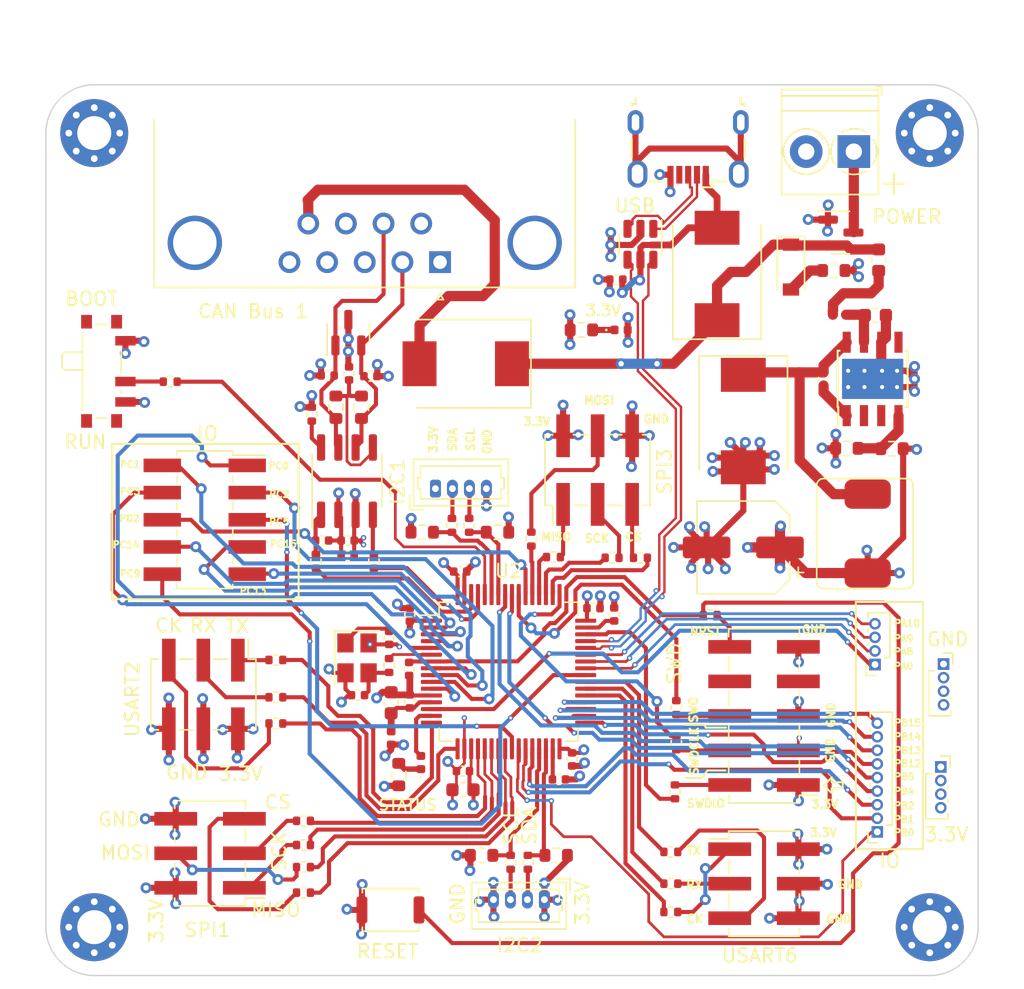
<source format=kicad_pcb>
(kicad_pcb (version 20211014) (generator pcbnew)
  (title_block (title "STM32_Com_Buck") (date "2022-05-19") (rev "v1.0") (company "Polar"))
  (layers (0 "F.Cu" signal) (1 "In1.Cu" power) (2 "In2.Cu" power) (31 "B.Cu" signal) (34 "B.Paste" user) (35 "F.Paste" user) (36 "B.SilkS" user "B.Silkscreen") (37 "F.SilkS" user "F.Silkscreen") (38 "B.Mask" user) (39 "F.Mask" user) (44 "Edge.Cuts" user))
  (net 0 "")
  (net 1 "BUCK_BOOT")
  (net 2 "BUCK_OUT")
  (net 3 "BUCK_IN")
  (net 4 "GND")
  (net 5 "+3V3")
  (net 6 "HSE_IN")
  (net 7 "Net-(R7-Pad1)")
  (net 8 "NRST")
  (net 9 "Net-(C7-Pad1)")
  (net 10 "Net-(C8-Pad1)")
  (net 11 "Net-(R30-Pad2)")
  (net 12 "Net-(R33-Pad1)")
  (net 13 "CAN1_H")
  (net 14 "CAN1_L")
  (net 15 "+5V")
  (net 16 "+3.3VA")
  (net 17 "Net-(D1-Pad1)")
  (net 18 "Net-(R1-Pad1)")
  (net 19 "V_CAN")
  (net 20 "Net-(R4-Pad2)")
  (net 21 "Net-(R6-Pad2)")
  (net 22 "LED_STATUS")
  (net 23 "Net-(FB1-Pad1)")
  (net 28 "USB_CON_D-")
  (net 29 "USB_CON_D+")
  (net 31 "unconnected-(J2-Pad6)")
  (net 32 "+12V")
  (net 33 "Net-(R18-Pad2)")
  (net 34 "Net-(R19-Pad2)")
  (net 35 "Net-(R24-Pad1)")
  (net 36 "Net-(R20-Pad2)")
  (net 37 "Net-(R21-Pad2)")
  (net 38 "Net-(R22-Pad2)")
  (net 39 "Net-(R25-Pad1)")
  (net 40 "Net-(R23-Pad2)")
  (net 41 "Net-(R8-Pad1)")
  (net 42 "Net-(R9-Pad1)")
  (net 43 "Net-(R10-Pad1)")
  (net 46 "Net-(R11-Pad1)")
  (net 47 "Net-(R12-Pad2)")
  (net 48 "Net-(R13-Pad2)")
  (net 49 "Net-(R14-Pad2)")
  (net 50 "Net-(R15-Pad2)")
  (net 51 "Net-(R16-Pad2)")
  (net 52 "Net-(R17-Pad2)")
  (net 53 "PA0")
  (net 54 "PA8")
  (net 55 "PA9")
  (net 56 "PA10")
  (net 57 "PB0")
  (net 58 "PB1")
  (net 59 "PB2")
  (net 60 "PB4")
  (net 61 "PB5")
  (net 62 "PB12")
  (net 63 "PB13")
  (net 64 "PB14")
  (net 65 "PB15")
  (net 66 "PC0")
  (net 67 "PC1")
  (net 68 "PC2")
  (net 69 "PC3")
  (net 70 "PC5")
  (net 71 "PD2")
  (net 72 "PC15")
  (net 73 "PC14")
  (net 74 "PC13")
  (net 75 "PC9")
  (net 76 "BUCK_SENSE")
  (net 77 "Net-(R5-Pad1)")
  (net 78 "BOOT0")
  (net 79 "HSE_OUT")
  (net 80 "SWDIO")
  (net 81 "SWCLK")
  (net 82 "SWO")
  (net 83 "USART6_TX")
  (net 84 "USART6_RX")
  (net 85 "USART6_CK")
  (net 86 "USART2_TX")
  (net 87 "USART2_RX")
  (net 88 "USART2_CK")
  (net 89 "SPI1_MISO")
  (net 90 "SPI1_SCK")
  (net 91 "SPI1_CS")
  (net 92 "SPI3_MISO")
  (net 93 "SPI3_SCK")
  (net 94 "SPI3_CS")
  (net 95 "SPI1_MOSI")
  (net 96 "SPI3_MOSI")
  (net 97 "I2C2_SCL")
  (net 98 "I2C2_SDA")
  (net 99 "I2C1_SCL")
  (net 100 "I2C1_SDA")
  (net 101 "CAN1_TX")
  (net 102 "CAN1_RX")
  (net 103 "Net-(R31-Pad2)")
  (net 104 "Net-(R32-Pad1)")
  (net 108 "USB_D-")
  (net 109 "USB_D+")
  (net 110 "Net-(J10-Pad2)")
  (net 111 "Net-(J10-Pad3)")
  (net 112 "Net-(J9-Pad2)")
  (net 113 "Net-(J9-Pad3)")
  (footprint "Capacitor_SMD:C_0402_1005Metric" (layer "F.Cu") (at 183.896 50.546)
    (fp_text reference "C17")
    (fp_text value "100n")
  )
  (footprint "Capacitor_SMD:C_0402_1005Metric" (layer "F.Cu") (at 193.7004 53.2384)
    (fp_text reference "C18")
    (fp_text value "100n")
  )
  (footprint "Resistor_SMD:R_0402_1005Metric" (layer "F.Cu") (at 199.6948 66.7512 -90)
    (fp_text reference "R8")
    (fp_text value "22")
  )
  (footprint "Capacitor_SMD:C_0402_1005Metric" (layer "F.Cu") (at 192.1256 64.3636 -90)
    (fp_text reference "C19")
    (fp_text value "100n")
  )
  (footprint "Capacitor_SMD:C_0402_1005Metric" (layer "F.Cu") (at 177.292 36.1696)
    (fp_text reference "C14")
    (fp_text value "10p")
  )
  (footprint "Resistor_SMD:R_0402_1005Metric" (layer "F.Cu") (at 172.3644 70.6628 180)
    (fp_text reference "R18")
    (fp_text value "22")
  )
  (footprint "Button_Switch_SMD:SW_SPDT_PCM12" (layer "F.Cu") (at 157.8356 35.814 -90)
    (fp_text reference "SW1")
    (fp_text value "BOOT0_SW")
  )
  (footprint "MountingHole:MountingHole_2.5mm_Pad_Via" (layer "F.Cu") (at 156.972 76.708)
    (fp_text reference "H3")
    (fp_text value "MountingHole_Pad")
  )
  (footprint "Resistor_SMD:R_0402_1005Metric" (layer "F.Cu") (at 172.974 38.9636 90)
    (fp_text reference "R32")
    (fp_text value "1k")
  )
  (footprint "Resistor_SMD:R_0603_1608Metric" (layer "F.Cu") (at 179.3748 65.4812 90)
    (fp_text reference "R6")
    (fp_text value "698")
  )
  (footprint "Diode_SMD:D_SMC" (layer "F.Cu") (at 184.3024 35.2552 180)
    (fp_text reference "D2")
    (fp_text value "B340A")
  )
  (footprint "Button_Switch_SMD:SW_Push_SPST_NO_Alps_SKRK" (layer "F.Cu") (at 178.7652 75.438 180)
    (fp_text reference "SW2")
    (fp_text value "RST_SW")
  )
  (footprint "Capacitor_SMD:C_0402_1005Metric" (layer "F.Cu") (at 210.629 36.3728 90)
    (fp_text reference "C1")
    (fp_text value "10n")
  )
  (footprint "Resistor_SMD:R_0402_1005Metric" (layer "F.Cu") (at 173.2788 49.784 90)
    (fp_text reference "R30")
    (fp_text value "22")
  )
  (footprint "Inductor_SMD:L_0402_1005Metric" (layer "F.Cu") (at 211.7974 31.6484)
    (fp_text reference "FB1")
    (fp_text value "600@100MHz")
  )
  (footprint "Inductor_SMD:L_0402_1005Metric" (layer "F.Cu") (at 178.816 62.7888 90)
    (fp_text reference "L2")
    (fp_text value "39n")
  )
  (footprint "Resistor_SMD:R_0603_1608Metric" (layer "F.Cu") (at 215.6582 41.5036)
    (fp_text reference "R2")
    (fp_text value "20k")
  )
  (footprint "Resistor_SMD:R_0402_1005Metric" (layer "F.Cu") (at 172.3644 72.2884)
    (fp_text reference "R24")
    (fp_text value "22")
  )
  (footprint "Resistor_SMD:R_0402_1005Metric" (layer "F.Cu") (at 190.754 49.4792)
    (fp_text reference "R21")
    (fp_text value "22")
  )
  (footprint "Capacitor_SMD:C_0402_1005Metric" (layer "F.Cu") (at 195.3768 29.0576 180)
    (fp_text reference "C15")
    (fp_text value "100n")
  )
  (footprint "MountingHole:MountingHole_2.5mm_Pad_Via" (layer "F.Cu") (at 218.44 76.708)
    (fp_text reference "H1")
    (fp_text value "MountingHole_Pad")
  )
  (footprint "Connector_USB:USB_Micro-B_Wuerth_629105150521" (layer "F.Cu") (at 200.665 19.4494 180)
    (fp_text reference "J2")
    (fp_text value "USB_B_Micro")
  )
  (footprint "Package_SO:TI_SO-PowerPAD-8_ThermalVias" (layer "F.Cu") (at 214.2358 36.3728 90)
    (fp_text reference "U1")
    (fp_text value "TPS5430DDA")
  )
  (footprint "Capacitor_SMD:C_0402_1005Metric" (layer "F.Cu") (at 184.0992 65.2272 180)
    (fp_text reference "C20")
    (fp_text value "100n")
  )
  (footprint "Resistor_SMD:R_0402_1005Metric" (layer "F.Cu") (at 184.5564 47.1424 90)
    (fp_text reference "R28")
    (fp_text value "22")
  )
  (footprint "Capacitor_SMD:C_0402_1005Metric" (layer "F.Cu") (at 175.7172 35.9664 90)
    (fp_text reference "C12")
    (fp_text value "100n")
  )
  (footprint "Package_TO_SOT_SMD:SOT-23-6" (layer "F.Cu") (at 197.1548 26.4668 -90)
    (fp_text reference "U4")
    (fp_text value "USBLC6-2SC6")
  )
  (footprint "Capacitor_SMD:C_0402_1005Metric" (layer "F.Cu") (at 178.6636 55.4228 -90)
    (fp_text reference "C4")
    (fp_text value "10p")
  )
  (footprint "Package_SO:SOIC-8_3.9x4.9mm_P1.27mm" (layer "F.Cu") (at 175.5648 43.8912 90)
    (fp_text reference "U3")
    (fp_text value "SN65HVD230DR")
  )
  (footprint "CustomFootprints:L_7.1mm_6.6mm" (layer "F.Cu") (at 208.672 48.302 -90)
    (fp_text reference "L1")
    (fp_text value "33u")
  )
  (footprint "Resistor_SMD:R_0402_1005Metric" (layer "F.Cu") (at 199.39 73.5076)
    (fp_text reference "R13")
    (fp_text value "22")
  )
  (footprint "Fuse:Fuse_0603_1608Metric" (layer "F.Cu") (at 214.6808 27.6352 -90)
    (fp_text reference "F1")
    (fp_text value "16V 500ma")
  )
  (footprint "Resistor_SMD:R_0402_1005Metric" (layer "F.Cu") (at 199.7964 60.5536 90)
    (fp_text reference "R10")
    (fp_text value "22")
  )
  (footprint "Resistor_SMD:R_0402_1005Metric" (layer "F.Cu") (at 183.2864 47.1424 90)
    (fp_text reference "R29")
    (fp_text value "22")
  )
  (footprint "Capacitor_SMD:CP_Elec_6.3x7.7" (layer "F.Cu") (at 204.724 48.768 180)
    (fp_text reference "C3")
    (fp_text value "150u")
  )
  (footprint "Package_TO_SOT_SMD:SOT-23" (layer "F.Cu") (at 175.6664 32.9692 90)
    (fp_text reference "D7")
    (fp_text value "PSM712-LF-T7")
  )
  (footprint "Diode_SMD:D_SMC" (layer "F.Cu") (at 204.724 39.4716 -90)
    (fp_text reference "D5")
    (fp_text value "B340A")
  )
  (footprint "Capacitor_SMD:C_0402_1005Metric" (layer "F.Cu") (at 195.2244 53.6956 90)
    (fp_text reference "C8")
    (fp_text value "2.2u")
  )
  (footprint "Capacitor_SMD:C_0402_1005Metric" (layer "F.Cu") (at 180.1876 53.7184 90)
    (fp_text reference "C21")
    (fp_text value "100n")
  )
  (footprint "Resistor_SMD:R_0402_1005Metric" (layer "F.Cu") (at 172.3644 74.168 180)
    (fp_text reference "R20")
    (fp_text value "22")
  )
  (footprint "Capacitor_SMD:C_0402_1005Metric" (layer "F.Cu") (at 180.1368 57.7088 -90)
    (fp_text reference "C6")
    (fp_text value "100n")
  )
  (footprint "Resistor_SMD:R_0603_1608Metric" (layer "F.Cu") (at 186.6392 47.6504)
    (fp_text reference "R35")
    (fp_text value "4.7K")
  )
  (footprint "Connector_Molex:Molex_PicoBlade_53047-0410_1x04_P1.25mm_Vertical" (layer "F.Cu") (at 190.089 74.6832 180)
    (fp_text reference "J9")
    (fp_text value "I2C2")
  )
  (footprint "Diode_SMD:D_SMC" (layer "F.Cu") (at 202.7936 28.6512 90)
    (fp_text reference "D3")
    (fp_text value "B340A")
  )
  (footprint "Resistor_SMD:R_0402_1005Metric" (layer "F.Cu") (at 170.3324 59.7916 180)
    (fp_text reference "R16")
    (fp_text value "22")
  )
  (footprint "Resistor_SMD:R_0402_1005Metric" (layer "F.Cu") (at 170.3324 61.722 180)
    (fp_text reference "R17")
    (fp_text value "22")
  )
  (footprint "Capacitor_SMD:C_0402_1005Metric" (layer "F.Cu") (at 173.736 48.26)
    (fp_text reference "C9")
    (fp_text value "10p")
  )
  (footprint "Resistor_SMD:R_0603_1608Metric" (layer "F.Cu") (at 181.102 47.6504 180)
    (fp_text reference "R36")
    (fp_text value "4.7K")
  )
  (footprint "Resistor_SMD:R_0402_1005Metric" (layer "F.Cu") (at 162.56 36.576)
    (fp_text reference "R5")
    (fp_text value "4.7K")
  )
  (footprint "Resistor_SMD:R_0603_1608Metric" (layer "F.Cu") (at 190.9572 71.4248)
    (fp_text reference "R38")
    (fp_text value "4.7K")
  )
  (footprint "MountingHole:MountingHole_2.5mm_Pad_Via" (layer "F.Cu") (at 156.972 18.288)
    (fp_text reference "H4")
    (fp_text value "MountingHole_Pad")
  )
  (footprint "Resistor_SMD:R_0603_1608Metric" (layer "F.Cu") (at 212.344 41.4782)
    (fp_text reference "R3")
    (fp_text value "11.8k")
  )
  (footprint "Resistor_SMD:R_0402_1005Metric" (layer "F.Cu") (at 199.7964 63.1444 90)
    (fp_text reference "R9")
    (fp_text value "22")
  )
  (footprint "Connector_PinSocket_2.00mm:PinSocket_2x05_P2.00mm_Vertical_SMD" (layer "F.Cu") (at 165.1 46.736)
    (fp_text reference "J13")
    (fp_text value "PCD")
  )
  (footprint "Connector_PinHeader_2.54mm:PinHeader_2x03_P2.54mm_Vertical_SMD" (layer "F.Cu") (at 206.248 73.5076)
    (fp_text reference "J7")
    (fp_text value "USART6")
  )
  (footprint "Resistor_SMD:R_0603_1608Metric" (layer "F.Cu") (at 185.4708 71.4248 180)
    (fp_text reference "R37")
    (fp_text value "4.7K")
  )
  (footprint "Resistor_SMD:R_0402_1005Metric" (layer "F.Cu") (at 197.1548 49.53 180)
    (fp_text reference "R23")
    (fp_text value "22")
  )
  (footprint "Connector_PinHeader_2.54mm:PinHeader_2x03_P2.54mm_Vertical_SMD" (layer "F.Cu") (at 165.4914 71.2724 180)
    (fp_text reference "J4")
    (fp_text value "SPI1")
  )
  (footprint "LED_SMD:LED_0402_1005Metric" (layer "F.Cu") (at 181.0004 64.5946 90)
    (fp_text reference "D6")
    (fp_text value "GREEN")
  )
  (footprint "Resistor_SMD:R_0402_1005Metric" (layer "F.Cu") (at 195.072 49.53)
    (fp_text reference "R22")
    (fp_text value "22")
  )
  (footprint "Package_TO_SOT_SMD:SOT-23" (layer "F.Cu") (at 211.8868 25.6032)
    (fp_text reference "Q1")
    (fp_text value "AO3401A")
  )
  (footprint "Capacitor_SMD:C_0402_1005Metric" (layer "F.Cu") (at 175.6156 48.26 180)
    (fp_text reference "C11")
    (fp_text value "100n")
  )
  (footprint "Resistor_SMD:R_0402_1005Metric" (layer "F.Cu") (at 188.8744 71.9328 -90)
    (fp_text reference "R27")
    (fp_text value "22")
  )
  (footprint "Resistor_SMD:R_0603_1608Metric" (layer "F.Cu") (at 192.8114 32.766)
    (fp_text reference "R4")
    (fp_text value "280")
  )
  (footprint "Connector_PinHeader_2.54mm:PinHeader_2x03_P2.54mm_Vertical_SMD" (layer "F.Cu") (at 164.9984 59.5884 -90)
    (fp_text reference "J8")
    (fp_text value "USART2")
  )
  (footprint "Capacitor_SMD:C_0603_1608Metric" (layer "F.Cu") (at 184.0992 66.5988 180)
    (fp_text reference "C16")
    (fp_text value "4.7u")
  )
  (footprint "Resistor_SMD:R_0402_1005Metric" (layer "F.Cu") (at 199.39 71.1708)
    (fp_text reference "R14")
    (fp_text value "22")
  )
  (footprint "Crystal:Crystal_SMD_3225-4Pin_3.2x2.5mm" (layer "F.Cu") (at 176.304 56.896 -90)
    (fp_text reference "Y1")
    (fp_text value "YSX321SL")
  )
  (footprint "Diode_SMD:D_SOD-123" (layer "F.Cu") (at 208.2292 28.1432 -90)
    (fp_text reference "D1")
    (fp_text value "DDZ9694-7")
  )
  (footprint "Resistor_SMD:R_0402_1005Metric" (layer "F.Cu") (at 177.546 49.784 90)
    (fp_text reference "R31")
    (fp_text value "22")
  )
  (footprint "Connector_PinHeader_2.54mm:PinHeader_2x05_P2.54mm_Vertical_SMD" (layer "F.Cu") (at 206.248 61.1652 180)
    (fp_text reference "J6")
    (fp_text value "SWD")
  )
  (footprint "Connector_PinSocket_1.00mm:PinSocket_1x04_P1.00mm_Vertical" (layer "F.Cu") (at 214.412 57.3852 180)
    (fp_text reference "J11")
    (fp_text value "PA")
  )
  (footprint "Resistor_SMD:R_0402_1005Metric" (layer "F.Cu") (at 178.6636 57.4548 90)
    (fp_text reference "R7")
    (fp_text value "4.7K")
  )
  (footprint "Resistor_SMD:R_0603_1608Metric" (layer "F.Cu") (at 211.3788 28.3972)
    (fp_text reference "R1")
    (fp_text value "100")
  )
  (footprint "MountingHole:MountingHole_2.5mm_Pad_Via" (layer "F.Cu") (at 218.44 18.288)
    (fp_text reference "H2")
    (fp_text value "MountingHole_Pad")
  )
  (footprint "Capacitor_SMD:C_0603_1608Metric" (layer "F.Cu") (at 178.816 60.198 90)
    (fp_text reference "C22")
    (fp_text value "1u")
  )
  (footprint "TerminalBlock_Phoenix:TerminalBlock_Phoenix_PT-1,5-2-3.5-H_1x02_P3.50mm_Horizontal" (layer "F.Cu") (at 212.852 19.6484 180)
    (fp_text reference "J3")
    (fp_text value "PWR_12")
  )
  (footprint "Resistor_SMD:R_0402_1005Metric" (layer "F.Cu") (at 170.3324 57.0484 180)
    (fp_text reference "R15")
    (fp_text value "22")
  )
  (footprint "LED_SMD:LED_0402_1005Metric" (layer "F.Cu") (at 195.7324 32.766)
    (fp_text reference "D4")
    (fp_text value "RED")
  )
  (footprint "Resistor_SMD:R_0603_1608Metric" (layer "F.Cu") (at 174.752 38.4556 -90)
    (fp_text reference "R33")
    (fp_text value "60.4")
  )
  (footprint "Connector_PinSocket_1.00mm:PinSocket_1x09_P1.00mm_Vertical" (layer "F.Cu") (at 214.5792 69.6976 180)
    (fp_text reference "J12")
    (fp_text value "PB")
  )
  (footprint "Capacitor_SMD:C_0603_1608Metric" (layer "F.Cu") (at 214.439 31.6992)
    (fp_text reference "C2")
    (fp_text value "10u")
  )
  (footprint "Package_QFP:LQFP-64_10x10mm_P0.5mm" (layer "F.Cu") (at 187.452 57.912)
    (fp_text reference "U2")
    (fp_text value "STM32F405RGT6")
  )
  (footprint "Capacitor_SMD:C_0402_1005Metric" (layer "F.Cu") (at 176.3776 59.6392 180)
    (fp_text reference "C5")
    (fp_text value "10p")
  )
  (footprint "Resistor_SMD:R_0402_1005Metric" (layer "F.Cu") (at 187.6044 71.9328 -90)
    (fp_text reference "R26")
    (fp_text value "22")
  )
  (footprint "Capacitor_SMD:C_0402_1005Metric" (layer "F.Cu") (at 175.6156 49.3776 180)
    (fp_text reference "C10")
    (fp_text value "1u")
  )
  (footprint "Resistor_SMD:R_0402_1005Metric" (layer "F.Cu") (at 202.2856 53.7464 180)
    (fp_text reference "R11")
    (fp_text value "22")
  )
  (footprint "Resistor_SMD:R_0402_1005Metric" (layer "F.Cu") (at 199.39 75.5904)
    (fp_text reference "R12")
    (fp_text value "22")
  )
  (footprint "Connector_PinSocket_1.00mm:PinSocket_1x04_P1.00mm_Vertical" (layer "F.Cu") (at 219.456 57.3504)
    (fp_text reference "J15")
    (fp_text value "GND Rail")
  )
  (footprint "Connector_Dsub:DSUB-9_Male_Horizontal_P2.77x2.84mm_EdgePinOffset7.70mm_Housed_MountingHolesOffset9.12mm" (layer "F.Cu") (at 182.4122 27.7828 180)
    (fp_text reference "J1")
    (fp_text value "CAN_BUS")
  )
  (footprint "Capacitor_SMD:C_0402_1005Metric" (layer "F.Cu") (at 191.1604 65.8368)
    (fp_text reference "C7")
    (fp_text value "2.2u")
  )
  (footprint "Capacitor_SMD:C_0402_1005Metric" (layer "F.Cu") (at 174.1424 36.1188 180)
    (fp_text reference "C13")
    (fp_text value "10p")
  )
  (footprint "Connector_PinSocket_1.00mm:PinSocket_1x04_P1.00mm_Vertical" (layer "F.Cu") (at 219.2528 64.9196)
    (fp_text reference "J14")
    (fp_text value "3.3 Rail")
  )
  (footprint "Resistor_SMD:R_0603_1608Metric" (layer "F.Cu") (at 176.6316 38.4556 -90)
    (fp_text reference "R34")
    (fp_text value "60.4")
  )
  (footprint "Resistor_SMD:R_0402_1005Metric" (layer "F.Cu") (at 172.3644 68.8848 180)
    (fp_text reference "R19")
    (fp_text value "22")
  )
  (footprint "Connector_Molex:Molex_PicoBlade_53047-0410_1x04_P1.25mm_Vertical" (layer "F.Cu") (at 182.0718 44.4428)
    (fp_text reference "J10")
    (fp_text value "I2C1")
  )
  (footprint "Connector_PinHeader_2.54mm:PinHeader_2x03_P2.54mm_Vertical_SMD" (layer "F.Cu") (at 194.0052 43.0784 90)
    (fp_text reference "J5")
    (fp_text value "SPI3")
  )
  (footprint "Capacitor_SMD:C_0402_1005Metric" (layer "F.Cu") (at 180.1876 60.0964 90)
    (fp_text reference "C23")
    (fp_text value "10n")
  )
  (footprint "Resistor_SMD:R_0402_1005Metric" (layer "F.Cu") (at 189.1284 48.1584 -90)
    (fp_text reference "R25")
    (fp_text value "22")
  )
  (gr_line locked (start 201.8284 61.8236) (end 201.9808 62.0268) (layer "F.SilkS") (width 0.15))
  (gr_line locked (start 172.0088 52.578) (end 158.2928 52.578) (layer "F.SilkS") (width 0.15))
  (gr_line locked (start 200.5076 65.7352) (end 201.676 65.7352) (layer "F.SilkS") (width 0.15))
  (gr_line locked (start 212.0392 66.4972) (end 211.2264 66.4972) (layer "F.SilkS") (width 0.15))
  (gr_line locked (start 200.406 61.8236) (end 201.8284 61.8236) (layer "F.SilkS") (width 0.15))
  (gr_line locked (start 213.0044 70.9676) (end 213.0044 52.7812) (layer "F.SilkS") (width 0.15))
  (gr_line locked (start 172.0088 52.324) (end 172.0088 52.578) (layer "F.SilkS") (width 0.15))
  (gr_line locked (start 210.6676 66.294) (end 211.2264 65.6844) (layer "F.SilkS") (width 0.15))
  (gr_line locked (start 211.1756 66.802) (end 210.6676 66.294) (layer "F.SilkS") (width 0.15))
  (gr_line locked (start 201.676 65.7352) (end 202.0824 65.1764) (layer "F.SilkS") (width 0.15))
  (gr_line locked (start 213.0044 52.7812) (end 217.932 52.7812) (layer "F.SilkS") (width 0.15))
  (gr_line locked (start 158.2928 52.578) (end 158.2928 41.148) (layer "F.SilkS") (width 0.15))
  (gr_line locked (start 212.0392 66.04) (end 212.0392 66.4972) (layer "F.SilkS") (width 0.15))
  (gr_line locked (start 158.2928 41.148) (end 172.0088 41.148) (layer "F.SilkS") (width 0.15))
  (gr_line locked (start 217.932 70.9676) (end 213.0044 70.9676) (layer "F.SilkS") (width 0.15))
  (gr_line locked (start 211.2264 66.4972) (end 211.2264 66.802) (layer "F.SilkS") (width 0.15))
  (gr_line locked (start 212.0392 66.04) (end 211.2264 66.04) (layer "F.SilkS") (width 0.15))
  (gr_line locked (start 211.2264 65.6844) (end 211.2264 66.04) (layer "F.SilkS") (width 0.15))
  (gr_line locked (start 202.0824 65.1764) (end 203.4032 65.1764) (layer "F.SilkS") (width 0.15))
  (gr_line locked (start 217.932 52.7812) (end 217.932 70.9676) (layer "F.SilkS") (width 0.15))
  (gr_line locked (start 172.0088 41.148) (end 172.0088 52.324) (layer "F.SilkS") (width 0.15))
  (gr_line locked (start 201.9808 62.0268) (end 203.454 62.0268) (layer "F.SilkS") (width 0.15))
  (gr_arc locked (start 156.972 80.264) (mid 154.457528 79.222472) (end 153.416 76.708) (layer "Edge.Cuts") (width 0.1))
  (gr_arc locked (start 153.416 18.288) (mid 154.457528 15.773528) (end 156.972 14.732) (layer "Edge.Cuts") (width 0.1))
  (gr_line locked (start 218.44 80.264) (end 156.972 80.264) (layer "Edge.Cuts") (width 0.1))
  (gr_arc locked (start 221.996 76.708) (mid 220.954472 79.222472) (end 218.44 80.264) (layer "Edge.Cuts") (width 0.1))
  (gr_line locked (start 153.416 76.708) (end 153.416 18.288) (layer "Edge.Cuts") (width 0.1))
  (gr_line locked (start 221.996 18.288) (end 221.996 76.708) (layer "Edge.Cuts") (width 0.1))
  (gr_arc locked (start 218.44 14.732) (mid 220.954472 15.773528) (end 221.996 18.288) (layer "Edge.Cuts") (width 0.1))
  (gr_line locked (start 156.972 14.732) (end 218.44 14.732) (layer "Edge.Cuts") (width 0.1))
  (gr_text "GND" (at 211.7344 76.0984) (layer "F.SilkS") (effects (font (size 0.6 0.6))))
  (gr_text "BOOT" (at 156.7688 30.48) (layer "F.SilkS") (effects (font (size 1 1))))
  (gr_text "PB0" (at 216.5604 69.7484) (layer "F.SilkS") (effects (font (size 0.5 0.5) (thickness 0.125))))
  (gr_text "PB15" (at 216.8144 61.6712) (layer "F.SilkS") (effects (font (size 0.5 0.5) (thickness 0.125))))
  (gr_text "+" (at 215.7984 21.844) (layer "F.SilkS") (effects (font (size 2 2))))
  (gr_text "SCL" (at 184.658 40.8432 90) (layer "F.SilkS") (effects (font (size 0.6 0.6))))
  (gr_text "CS" (at 170.4848 67.5132) (layer "F.SilkS") (effects (font (size 1 1))))
  (gr_text "RX\n" (at 164.9984 54.5084) (layer "F.SilkS") (effects (font (size 1 1))))
  (gr_text "SCK" (at 170.5864 71.12 90) (layer "F.SilkS") (effects (font (size 1 1))))
  (gr_text "3.3V" (at 210.7184 67.6656) (layer "F.SilkS") (effects (font (size 0.6 0.6))))
  (gr_text "MOSI" (at 159.258 71.2216) (layer "F.SilkS") (effects (font (size 1 1))))
  (gr_text "GND" (at 198.3232 39.3192) (layer "F.SilkS") (effects (font (size 0.6 0.6))))
  (gr_text "PB12" (at 216.8144 64.6684) (layer "F.SilkS") (effects (font (size 0.5 0.5) (thickness 0.125))))
  (gr_text "GND" (at 219.7608 55.5244) (layer "F.SilkS") (effects (font (size 1 1))))
  (gr_text "PB5" (at 216.5604 65.6336) (layer "F.SilkS") (effects (font (size 0.5 0.5) (thickness 0.125))))
  (gr_text "CAN Bus 1\n" (at 168.656 31.3944) (layer "F.SilkS") (effects (font (size 1 1))))
  (gr_text "3.3V" (at 194.4116 31.3436) (layer "F.SilkS") (effects (font (size 0.8 0.8))))
  (gr_text "3.3V" (at 167.7416 65.4304) (layer "F.SilkS") (effects (font (size 1 1))))
  (gr_text "SWD" (at 199.644 57.3024 90) (layer "F.SilkS") (effects (font (size 1 1))))
  (gr_text "SPI1" (at 165.3032 76.9112) (layer "F.SilkS") (effects (font (size 1 1))))
  (gr_text "PB13" (at 216.8144 63.7032) (layer "F.SilkS") (effects (font (size 0.5 0.5) (thickness 0.125))))
  (gr_text "GND" (at 211.1756 61.1124 90) (layer "F.SilkS") (effects (font (size 0.6 0.6))))
  (gr_text "PB1" (at 216.5604 68.7832) (layer "F.SilkS") (effects (font (size 0.5 0.5) (thickness 0.125))))
  (gr_text "MISO" (at 190.9572 48.006) (layer "F.SilkS") (effects (font (size 0.6 0.6))))
  (gr_text "SCL" (at 187.6552 69.2912 90) (layer "F.SilkS") (effects (font (size 1 1))))
  (gr_text "SDA" (at 188.976 69.2404 90) (layer "F.SilkS") (effects (font (size 1 1))))
  (gr_text "MISO" (at 170.3324 75.438) (layer "F.SilkS") (effects (font (size 1 1))))
  (gr_text "3.3V" (at 192.8876 74.93 90) (layer "F.SilkS") (effects (font (size 1 1))))
  (gr_text "GND" (at 212.598 73.5584) (layer "F.SilkS") (effects (font (size 0.6 0.6))))
  (gr_text "GND" (at 183.6928 74.9808 90) (layer "F.SilkS") (effects (font (size 1 1))))
  (gr_text "GND" (at 158.8008 68.7832) (layer "F.SilkS") (effects (font (size 1 1))))
  (gr_text "CK\n" (at 162.4584 54.5084) (layer "F.SilkS") (effects (font (size 1 1))))
  (gr_text "USB" (at 196.7484 23.622) (layer "F.SilkS") (effects (font (size 1 1))))
  (gr_text "3.3V" (at 219.6592 69.9008) (layer "F.SilkS") (effects (font (size 1 1))))
  (gr_text "STATUS" (at 180.0352 67.7164) (layer "F.SilkS") (effects (font (size 0.8 0.8))))
  (gr_text "USART6" (at 205.9432 78.7908) (layer "F.SilkS") (effects (font (size 1 1))))
  (gr_text "PC3" (at 159.6136 44.6532) (layer "F.SilkS") (effects (font (size 0.5 0.5) (thickness 0.125))))
  (gr_text "CK" (at 201.168 76.0984) (layer "F.SilkS") (effects (font (size 0.6 0.6))))
  (gr_text "PC13" (at 168.656 51.9684) (layer "F.SilkS") (effects (font (size 0.5 0.5) (thickness 0.125))))
  (gr_text "MOSI" (at 194.1068 37.9476) (layer "F.SilkS") (effects (font (size 0.6 0.6))))
  (gr_text "TX" (at 201.0664 71.0692) (layer "F.SilkS") (effects (font (size 0.6 0.6))))
  (gr_text "CS" (at 196.6468 48.006) (layer "F.SilkS") (effects (font (size 0.6 0.6))))
  (gr_text "NRST" (at 201.93 54.9656) (layer "F.SilkS") (effects (font (size 0.6 0.6))))
  (gr_text "3.3V" (at 210.6168 69.7484) (layer "F.SilkS") (effects (font (size 0.6 0.6))))
  (gr_text "RX" (at 201.1172 73.6092) (layer "F.SilkS") (effects (font (size 0.6 0.6))))
  (gr_text "GND" (at 163.7792 65.3288) (layer "F.SilkS") (effects (font (size 1 1))))
  (gr_text "SWDIO" (at 201.9808 67.6148) (layer "F.SilkS") (effects (font (size 0.6 0.6))))
  (gr_text "PB14" (at 216.8144 62.6872) (layer "F.SilkS") (effects (font (size 0.5 0.5) (thickness 0.125))))
  (gr_text "GND" (at 185.8772 40.9956 90) (layer "F.SilkS") (effects (font (size 0.6 0.6))))
  (gr_text "PC15" (at 170.8912 48.514) (layer "F.SilkS") (effects (font (size 0.5 0.5) (thickness 0.125))))
  (gr_text "RESET" (at 178.562 78.486) (layer "F.SilkS") (effects (font (size 1 1))))
  (gr_text "PD2" (at 159.5628 46.6344) (layer "F.SilkS") (effects (font (size 0.5 0.5) (thickness 0.125))))
  (gr_text "IO\n" (at 215.4936 71.8312) (layer "F.SilkS") (effects (font (size 1 1))))
  (gr_text "GND" (at 211.1248 63.7032 90) (layer "F.SilkS") (effects (font (size 0.6 0.6))))
  (gr_text "PC14" (at 159.3088 48.5648) (layer "F.SilkS") (effects (font (size 0.5 0.5) (thickness 0.125))))
  (gr_text "USART2\n" (at 159.766 59.944 90) (layer "F.SilkS") (effects (font (size 1 1))))
  (gr_text "PA10" (at 216.7636 54.356) (layer "F.SilkS") (effects (font (size 0.5 0.5) (thickness 0.125))))
  (gr_text "GND" (at 209.9564 54.8132) (layer "F.SilkS") (effects (font (size 0.6 0.6))))
  (gr_text "PC2" (at 170.5864 44.8564) (layer "F.SilkS") (effects (font (size 0.5 0.5) (thickness 0.125))))
  (gr_text "3.3V" (at 181.9148 40.8432 90) (layer "F.SilkS") (effects (font (size 0.6 0.6))))
  (gr_text "SDA" (at 183.3372 40.8432 90) (layer "F.SilkS") (effects (font (size 0.6 0.6))))
  (gr_text "3.3V" (at 161.544 76.2508 90) (layer "F.SilkS") (effects (font (size 1 1))))
  (gr_text "PA0" (at 216.5096 57.5056) (layer "F.SilkS") (effects (font (size 0.5 0.5) (thickness 0.125))))
  (gr_text "PB4" (at 216.5604 66.7004) (layer "F.SilkS") (effects (font (size 0.5 0.5) (thickness 0.125))))
  (gr_text "PC9" (at 159.6136 50.6984) (layer "F.SilkS") (effects (font (size 0.5 0.5) (thickness 0.125))))
  (gr_text "3.3V" (at 189.5348 39.5224) (layer "F.SilkS") (effects (font (size 0.6 0.6))))
  (gr_text "I2C1" (at 179.2732 43.942 90) (layer "F.SilkS") (effects (font (size 1 1))))
  (gr_text "I2C2" (at 188.2648 78.0288) (layer "F.SilkS") (effects (font (size 1 1))))
  (gr_text "TX" (at 167.4876 54.5592) (layer "F.SilkS") (effects (font (size 1 1))))
  (gr_text "PC1" (at 159.6136 42.672) (layer "F.SilkS") (effects (font (size 0.5 0.5) (thickness 0.125))))
  (gr_text "SWDCLK" (at 201.1172 63.754 90) (layer "F.SilkS") (effects (font (size 0.6 0.6))))
  (gr_text "PC5" (at 170.5864 46.8884) (layer "F.SilkS") (effects (font (size 0.5 0.5) (thickness 0.125))))
  (gr_text "PB2" (at 216.5604 67.7672) (layer "F.SilkS") (effects (font (size 0.5 0.5) (thickness 0.125))))
  (gr_text "PC0" (at 170.5356 42.7736) (layer "F.SilkS") (effects (font (size 0.5 0.5) (thickness 0.125))))
  (gr_text "SPI3" (at 198.9328 43.18 90) (layer "F.SilkS") (effects (font (size 1 1))))
  (gr_text "IO" (at 165.3032 40.386) (layer "F.SilkS") (effects (font (size 1 1))))
  (gr_text "SWO" (at 201.0664 60.706 90) (layer "F.SilkS") (effects (font (size 0.6 0.6))))
  (gr_text "POWER" (at 216.7636 24.4348) (layer "F.SilkS") (effects (font (size 1 1))))
  (gr_text "PA9" (at 216.5096 55.4736) (layer "F.SilkS") (effects (font (size 0.5 0.5) (thickness 0.125))))
  (gr_text "PA8" (at 216.5096 56.4388) (layer "F.SilkS") (effects (font (size 0.5 0.5) (thickness 0.125))))
  (gr_text "RUN" (at 156.3116 40.9956) (layer "F.SilkS") (effects (font (size 1 1))))
  (gr_text "SCK" (at 193.9544 48.1076) (layer "F.SilkS") (effects (font (size 0.6 0.6))))
  (segment locked (start 210.629 36.8528) (end 210.629 37.371) (width 0.75) (layer "F.Cu") (net 1))
  (segment locked (start 210.629 37.371) (end 212.3308 39.0728) (width 0.75) (layer "F.Cu") (net 1))
  (segment locked (start 210.629 35.8928) (end 210.629 35.3746) (width 0.75) (layer "F.Cu") (net 2))
  (segment locked (start 208.8668 35.8928) (end 204.9028 35.8928) (width 0.75) (layer "F.Cu") (net 2))
  (segment locked (start 210.629 35.8928) (end 208.8668 35.8928) (width 0.75) (layer "F.Cu") (net 2))
  (segment locked (start 208.8668 42.3444) (end 208.8668 35.8928) (width 0.75) (layer "F.Cu") (net 2))
  (segment locked (start 213.872 44.852) (end 211.3744 44.852) (width 0.75) (layer "F.Cu") (net 2))
  (segment locked (start 211.3744 44.852) (end 208.8668 42.3444) (width 0.75) (layer "F.Cu") (net 2))
  (segment locked (start 210.629 35.3746) (end 212.3308 33.6728) (width 0.75) (layer "F.Cu") (net 2))
  (segment locked (start 212.2824 31.6484) (end 213.6132 31.6484) (width 0.75) (layer "F.Cu") (net 3))
  (segment locked (start 213.6008 33.6728) (end 213.6008 31.7624) (width 0.75) (layer "F.Cu") (net 3))
  (segment locked (start 179.578 53.2384) (end 179.2732 52.9336) (width 0.45) (layer "F.Cu") (net 4))
  (segment locked (start 196.5452 42.7736) (end 196.4944 42.8244) (width 0.45) (layer "F.Cu") (net 4))
  (segment locked (start 203.4032 50.1472) (end 202.024 48.768) (width 0.45) (layer "F.Cu") (net 4))
  (segment locked (start 204.724 46.068) (end 202.024 48.768) (width 0.45) (layer "F.Cu") (net 4))
  (segment locked (start 186.339 74.6832) (end 186.339 73.4106) (width 0.45) (layer "F.Cu") (net 4))
  (segment locked (start 175.454 57.996) (end 175.454 59.1956) (width 0.3) (layer "F.Cu") (net 4))
  (segment locked (start 208.773 60.1114) (end 208.788 60.0964) (width 0.45) (layer "F.Cu") (net 4))
  (segment locked (start 204.724 41.1988) (end 204.8764 41.0464) (width 0.45) (layer "F.Cu") (net 4))
  (segment locked (start 197.1548 25.3293) (end 197.1548 25.87295) (width 0.45) (layer "F.Cu") (net 4))
  (segment locked (start 161.2542 62.1134) (end 161.1884 62.1792) (width 0.45) (layer "F.Cu") (net 4))
  (segment locked (start 208.773 76.0476) (end 206.6544 76.0476) (width 0.45) (layer "F.Cu") (net 4))
  (segment locked (start 185.8218 44.4428) (end 185.8218 45.7154) (width 0.45) (layer "F.Cu") (net 4))
  (segment locked (start 208.773 62.8546) (end 208.8388 62.7888) (width 0.201422) (layer "F.Cu") (net 4))
  (segment locked (start 174.9298 44.7802) (end 174.9552 44.7548) (width 0.3) (layer "F.Cu") (net 4))
  (segment locked (start 185.4636 74.6832) (end 185.3184 74.8284) (width 0.45) (layer "F.Cu") (net 4))
  (segment locked (start 217.3224 36.3728) (end 217.3224 35.4584) (width 0.45) (layer "F.Cu") (net 4))
  (segment locked (start 183.6192 65.2272) (end 183.6192 65.1536) (width 0.201422) (layer "F.Cu") (net 4))
  (segment locked (start 184.376 50.546) (end 184.376 50.4724) (width 0.45) (layer "F.Cu") (net 4))
  (segment locked (start 162.9664 68.7324) (end 162.9664 67.564) (width 0.45) (layer "F.Cu") (net 4))
  (segment locked (start 192.4304 65.8368) (end 192.6844 65.5828) (width 0.45) (layer "F.Cu") (net 4))
  (segment locked (start 180.1876 59.6164) (end 180.1876 58.2396) (width 0.5) (layer "F.Cu") (net 4))
  (segment locked (start 191.9864 32.766) (end 191.9864 33.8196) (width 0.45) (layer "F.Cu") (net 4))
  (segment locked (start 180.1876 53.2384) (end 179.578 53.2384) (width 0.45) (layer "F.Cu") (net 4))
  (segment locked (start 176.6652 75.438) (end 175.6156 75.438) (width 0.45) (layer "F.Cu") (net 4))
  (segment locked (start 180.2332 59.662) (end 181.777 59.662) (width 0.3) (layer "F.Cu") (net 4))
  (segment locked (start 202.438 42.164) (end 204.0164 42.164) (width 0.45) (layer "F.Cu") (net 4))
  (segment locked (start 178.6636 55.9028) (end 177.2608 55.9028) (width 0.3) (layer "F.Cu") (net 4))
  (segment locked (start 208.773 61.1652) (end 208.773 60.1114) (width 0.45) (layer "F.Cu") (net 4))
  (segment locked (start 192.1256 64.8436) (end 192.814 64.8436) (width 0.45) (layer "F.Cu") (net 4))
  (segment locked (start 210.9493 24.6532) (end 209.5144 24.6532) (width 0.45) (layer "F.Cu") (net 4))
  (segment locked (start 162.4584 62.1134) (end 162.4584 59.8424) (width 0.45) (layer "F.Cu") (net 4))
  (segment locked (start 214.8708 35.7378) (end 214.2358 36.3728) (width 0.75) (layer "F.Cu") (net 4))
  (segment locked (start 210.9493 23.5943) (end 210.9724 23.5712) (width 0.45) (layer "F.Cu") (net 4))
  (segment locked (start 204.724 42.0116) (end 203.7588 41.0464) (width 0.45) (layer "F.Cu") (net 4))
  (segment locked (start 180.1876 59.6164) (end 179.0094 59.6164) (width 0.5) (layer "F.Cu") (net 4))
  (segment locked (start 175.1356 46.572) (end 174.9298 46.3662) (width 0.3) (layer "F.Cu") (net 4))
  (segment locked (start 183.6192 65.1536) (end 182.9816 64.516) (width 0.201422) (layer "F.Cu") (net 4))
  (segment locked (start 162.4584 62.1134) (end 162.4584 64.4144) (width 0.45) (layer "F.Cu") (net 4))
  (segment locked (start 162.9664 68.7324) (end 162.9664 69.85) (width 0.45) (layer "F.Cu") (net 4))
  (segment locked (start 183.6192 66.3038) (end 183.3242 66.5988) (width 0.201422) (layer "F.Cu") (net 4))
  (segment locked (start 215.214 33.3296) (end 214.8708 33.6728) (width 0.75) (layer "F.Cu") (net 4))
  (segment locked (start 207.01 43.0276) (end 204.88 43.0276) (width 0.45) (layer "F.Cu") (net 4))
  (segment locked (start 208.773 57.1858) (end 208.788 57.2008) (width 0.45) (layer "F.Cu") (net 4))
  (segment locked (start 172.1592 38.4536) (end 172.1104 38.4048) (width 0.45) (layer "F.Cu") (net 4))
  (segment locked (start 214.8708 33.6728) (end 214.8708 35.7378) (width 0.75) (layer "F.Cu") (net 4))
  (segment locked (start 175.8976 59.6392) (end 175.6664 59.6392) (width 0.3) (layer "F.Cu") (net 4))
  (segment locked (start 175.454 57.996) (end 174.5312 57.996) (width 0.3) (layer "F.Cu") (net 4))
  (segment locked (start 210.9493 24.6532) (end 210.9493 23.5943) (width 0.45) (layer "F.Cu") (net 4))
  (segment locked (start 210.9493 25.4739) (end 210.9216 25.5016) (width 0.45) (layer "F.Cu") (net 4))
  (segment locked (start 200.914 50.292) (end 200.914 49.878) (width 0.45) (layer "F.Cu") (net 4))
  (segment locked (start 216.0358 36.9728) (end 217.008 36.9728) (width 0.45) (layer "F.Cu") (net 4))
  (segment locked (start 211.519 40.449) (end 211.5312 40.4368) (width 0.45) (layer "F.Cu") (net 4))
  (segment locked (start 208.773 73.5076) (end 208.773 74.7118) (width 0.45) (layer "F.Cu") (net 4))
  (segment locked (start 209.5144 24.6532) (end 209.4992 24.638) (width 0.45) (layer "F.Cu") (net 4))
  (segment locked (start 202.1332 50.3428) (end 202.1332 48.8772) (width 0.45) (layer "F.Cu") (net 4))
  (segment locked (start 173.6624 36.1188) (end 172.8216 36.1188) (width 0.45) (layer "F.Cu") (net 4))
  (segment locked (start 191.9864 31.6616) (end 191.9732 31.6484) (width 0.45) (layer "F.Cu") (net 4))
  (segment locked (start 185.8218 45.7154) (end 185.8264 45.72) (width 0.45) (layer "F.Cu") (net 4))
  (segment locked (start 183.3242 66.5988) (end 183.3242 67.7034) (width 0.201422) (layer "F.Cu") (net 4))
  (segment locked (start 212.7504 28.3972) (end 213.2076 28.8544) (width 0.45) (layer "F.Cu") (net 4))
  (segment locked (start 210.9493 24.6532) (end 210.9493 25.4739) (width 0.45) (layer "F.Cu") (net 4))
  (segment locked (start 194.8968 29.0576) (end 194.056 29.0576) (width 0.45) (layer "F.Cu") (net 4))
  (segment locked (start 199.365 21.3494) (end 198.5906 21.3494) (width 0.45) (layer "F.Cu") (net 4))
  (segment locked (start 208.773 74.7118) (end 208.8388 74.7776) (width 0.45) (layer "F.Cu") (net 4))
  (segment locked (start 208.773 73.5076) (end 210.8708 73.5076) (width 0.45) (layer "F.Cu") (net 4))
  (segment locked (start 204.724 42.8716) (end 204.724 46.068) (width 0.45) (layer "F.Cu") (net 4))
  (segment locked (start 204.724 42.8716) (end 204.724 41.1988) (width 0.45) (layer "F.Cu") (net 4))
  (segment locked (start 217.008 35.7728) (end 217.3224 35.4584) (width 0.45) (layer "F.Cu") (net 4))
  (segment locked (start 199.365 22.5802) (end 199.3392 22.606) (width 0.45) (layer "F.Cu") (net 4))
  (segment locked (start 194.8968 29.0576) (end 194.8968 29.944) (width 0.45) (layer "F.Cu") (net 4))
  (segment locked (start 179.219082 55.9028) (end 179.412541 56.096259) (width 0.3) (layer "F.Cu") (net 4))
  (segment locked (start 203.4032 50.3428) (end 203.4032 50.1472) (width 0.45) (layer "F.Cu") (net 4))
  (segment locked (start 174.216 48.26) (end 175.1356 48.26) (width 0.3) (layer "F.Cu") (net 4))
  (segment locked (start 192.814 64.8436) (end 193.04 64.6176) (width 0.45) (layer "F.Cu") (net 4))
  (segment locked (start 212.2038 28.3972) (end 212.6996 28.3972) (width 0.45) (layer "F.Cu") (net 4))
  (segment locked (start 175.6664 59.6392) (end 175.1584 60.1472) (width 0.3) (layer "F.Cu") (net 4))
  (segment locked (start 215.214 31.6992) (end 215.214 33.3296) (width 0.75) (layer "F.Cu") (net 4))
  (segment locked (start 172.974 38.4536) (end 172.1592 38.4536) (width 0.45) (layer "F.Cu") (net 4))
  (segment locked (start 216.7224 35.7728) (end 217.3224 36.3728) (width 0.45) (layer "F.Cu") (net 4))
  (segment locked (start 175.454 59.1956) (end 175.8976 59.6392) (width 0.3) (layer "F.Cu") (net 4))
  (segment locked (start 175.6664 34.3408) (end 175.6664 35.4356) (width 0.45) (layer "F.Cu") (net 4))
  (segment locked (start 196.5452 40.5534) (end 196.5452 38.354) (width 0.45) (layer "F.Cu") (net 4))
  (segment locked (start 174.5312 57.996) (end 174.244 57.7088) (width 0.3) (layer "F.Cu") (net 4))
  (segment locked (start 175.6664 32.0317) (end 175.6664 33.4264) (width 0.45) (layer "F.Cu") (net 4))
  (segment locked (start 217.008 36.9728) (end 217.3224 37.2872) (width 0.45) (layer "F.Cu") (net 4))
  (segment locked (start 205.9432 41.0464) (end 205.9432 41.6524) (width 0.45) (layer "F.Cu") (net 4))
  (segment locked (start 174.9298 46.3662) (end 174.9298 44.7802) (width 0.3) (layer "F.Cu") (net 4))
  (segment locked (start 196.5452 40.5534) (end 197.8002 40.5534) (width 0.45) (layer "F.Cu") (net 4))
  (segment locked (start 178.6636 55.9028) (end 179.219082 55.9028) (width 0.3) (layer "F.Cu") (net 4))
  (segment locked (start 211.519 41.4782) (end 210.5406 41.4782) (width 0.45) (layer "F.Cu") (net 4))
  (segment locked (start 176.6652 75.438) (end 176.6652 77.1824) (width 0.45) (layer "F.Cu") (net 4))
  (segment locked (start 183.3242 67.7034) (end 183.3372 67.7164) (width 0.201422) (layer "F.Cu") (net 4))
  (segment locked (start 202.024 48.768) (end 199.5932 48.768) (width 0.45) (layer "F.Cu") (net 4))
  (segment locked (start 210.5406 41.4782) (end 210.5152 41.4528) (width 0.45) (layer "F.Cu") (net 4))
  (segment locked (start 202.024 48.768) (end 202.024 47.3888) (width 0.45) (layer "F.Cu") (net 4))
  (segment locked (start 184.202 63.587) (end 184.202 64.6444) (width 0.201422) (layer "F.Cu") (net 4))
  (segment locked (start 196.5452 40.5534) (end 196.5452 42.7736) (width 0.45) (layer "F.Cu") (net 4))
  (segment locked (start 178.1686 59.423) (end 177.7492 59.8424) (width 0.5) (layer "F.Cu") (net 4))
  (segment locked (start 186.339 74.6832) (end 186.339 75.8998) (width 0.45) (layer "F.Cu") (net 4))
  (segment locked (start 200.7616 47.244) (end 200.7616 47.5056) (width 0.45) (layer "F.Cu") (net 4))
  (segment locked (start 195.341 40.5534) (end 195.326 40.5384) (width 0.45) (layer "F.Cu") (net 4))
  (segment locked (start 196.5452 40.5534) (end 195.341 40.5534) (width 0.45) (layer "F.Cu") (net 4))
  (segment locked (start 184.202 63.587) (end 184.202 61.3168) (width 0.201422) (layer "F.Cu") (net 4))
  (segment locked (start 212.6996 28.3972) (end 213.2076 27.8892) (width 0.45) (layer "F.Cu") (net 4))
  (segment locked (start 197.8002 40.5534) (end 197.8152 40.5384) (width 0.45) (layer "F.Cu") (net 4))
  (segment locked (start 194.8968 29.944) (end 194.8688 29.972) (width 0.45) (layer "F.Cu") (net 4))
  (segment locked (start 205.9432 41.6524) (end 204.724 42.8716) (width 0.45) (layer "F.Cu") (net 4))
  (segment locked (start 164.9984 59.944) (end 164.9476 59.8932) (width 0.45) (layer "F.Cu") (net 4))
  (segment locked (start 199.365 21.3494) (end 199.365 22.5802) (width 0.45) (layer "F.Cu") (net 4))
  (segment locked (start 178.3466 66.3062) (end 178.308 66.3448) (width 0.45) (layer "F.Cu") (net 4))
  (segment locked (start 183.6192 65.2272) (end 183.6192 66.3038) (width 0.201422) (layer "F.Cu") (net 4))
  (segment locked (start 202.024 47.3888) (end 201.8792 47.244) (width 0.45) (layer "F.Cu") (net 4))
  (segment locked (start 160.6444 38.064) (end 160.6804 38.1) (width 0.45) (layer "F.Cu") (net 4))
  (segment locked (start 179.3748 66.3062) (end 178.3466 66.3062) (width 0.45) (layer "F.Cu") (net 4))
  (segment locked (start 200.914 49.878) (end 202.024 48.768) (width 0.45) (layer "F.Cu") (net 4))
  (segment locked (start 184.202 50.72) (end 184.202 52.237) (width 0.3) (layer "F.Cu") (net 4))
  (segment locked (start 173.6624 36.1188) (end 173.6624 35.2832) (width 0.45) (layer "F.Cu") (net 4))
  (segment locked (start 202.4888 43.18) (end 204.4156 43.18) (width 0.45) (layer "F.Cu") (net 4))
  (segment locked (start 172.974 38.4536) (end 172.974 37.592) (width 0.45) (layer "F.Cu") (net 4))
  (segment locked (start 176.6652 77.1824) (end 176.6316 77.216) (width 0.45) (layer "F.Cu") (net 4))
  (segment locked (start 217.3224 36.3728) (end 217.3224 37.2872) (width 0.45) (layer "F.Cu") (net 4))
  (segment locked (start 184.202 61.3168) (end 184.2008 61.3156) (width 0.201422) (layer "F.Cu") (net 4))
  (segment locked (start 212.2038 28.3972) (end 212.7504 28.3972) (width 0.45) (layer "F.Cu") (net 4))
  (segment locked (start 164.9984 62.1134) (end 164.9984 59.944) (width 0.45) (layer "F.Cu") (net 4))
  (segment locked (start 162.4584 62.1134) (end 161.2542 62.1134) (width 0.45) (layer "F.Cu") (net 4))
  (segment locked (start 164.9984 62.1134) (end 164.9984 64.3128) (width 0.45) (layer "F.Cu") (net 4))
  (segment locked (start 216.0358 35.7728) (end 216.7224 35.7728) (width 0.45) (layer "F.Cu") (net 4))
  (segment locked (start 177.772 36.1696) (end 178.6128 36.1696) (width 0.45) (layer "F.Cu") (net 4))
  (segment locked (start 194.9704 25.6032) (end 194.9704 26.5176) (width 0.45) (layer "F.Cu") (net 4))
  (segment locked (start 194.2084 52.324) (end 194.2084 53.2104) (width 0.45) (layer "F.Cu") (net 4))
  (segment locked (start 184.202 64.6444) (end 183.6192 65.2272) (width 0.201422) (layer "F.Cu") (net 4))
  (segment locked (start 162.9664 69.85) (end 162.9156 69.9008) (width 0.45) (layer "F.Cu") (net 4))
  (segment locked (start 208.773 76.0476) (end 208.773 74.8434) (width 0.45) (layer "F.Cu") (net 4))
  (segment locked (start 176.6652 73.5756) (end 176.6824 73.5584) (width 0.45) (layer "F.Cu") (net 4))
  (segment locked (start 176.6652 75.438) (end 176.6652 73.5756) (width 0.45) (layer "F.Cu") (net 4))
  (segment locked (start 186.339 75.8998) (end 186.3852 75.946) (width 0.45) (layer "F.Cu") (net 4))
  (segment locked (start 211.519 41.4782) (end 211.519 40.449) (width 0.45) (layer "F.Cu") (net 4))
  (segment locked (start 175.1356 49.3776) (end 175.1356 48.26) (width 0.3) (layer "F.Cu") (net 4))
  (segment locked (start 178.816 59.423) (end 178.1686 59.423) (width 0.5) (layer "F.Cu") (net 4))
  (segment locked (start 211.519 42.5582) (end 211.5312 42.5704) (width 0.45) (layer "F.Cu") (net 4))
  (segment locked (start 208.773 56.0852) (end 208.773 57.1858) (width 0.45) (layer "F.Cu") (net 4))
  (segment locked (start 207.01 42.0116) (end 205.584 42.0116) (width 0.45) (layer "F.Cu") (net 4))
  (segment locked (start 175.1356 48.26) (end 175.1356 46.572) (width 0.3) (layer "F.Cu") (net 4))
  (segment locked (start 216.0358 35.7728) (end 217.008 35.7728) (width 0.45) (layer "F.Cu") (net 4))
  (segment locked (start 179.0094 59.6164) (end 178.816 59.423) (width 0.5) (layer "F.Cu") (net 4))
  (segment locked (start 191.9864 32.766) (end 191.9864 31.6616) (width 0.45) (layer "F.Cu") (net 4))
  (segment locked (start 184.376 50.4724) (end 185.0136 49.8348) (width 0.45) (layer "F.Cu") (net 4))
  (segment locked (start 210.8708 73.5076) (end 210.9216 73.5584) (width 0.45) (layer "F.Cu") (net 4))
  (segment locked (start 177.8 35.306) (end 177.8 36.1416) (width 0.45) (layer "F.Cu") (net 4))
  (segment locked (start 173.6624 35.2832) (end 173.6344 35.2552) (width 0.45) (layer "F.Cu") (net 4))
  (segment locked (start 197.1548 25.87295) (end 196.51015 26.5176) (width 0.45) (layer "F.Cu") (net 4))
  (segment locked (start 191.9864 33.8196) (end 191.9732 33.8328) (width 0.45) (layer "F.Cu") (net 4))
  (segment locked (start 196.51015 26.5176) (end 194.9704 26.5176) (width 0.45) (layer "F.Cu") (net 4))
  (segment locked (start 191.6404 65.8368) (end 192.4304 65.8368) (width 0.45) (layer "F.Cu") (net 4))
  (segment locked (start 211.519 41.4782) (end 211.519 42.5582) (width 0.45) (layer "F.Cu") (net 4))
  (segment locked (start 175.6664 33.4264) (end 175.6664 34.3408) (width 0.45) (layer "F.Cu") (net 4))
  (segment locked (start 198.5906 21.3494) (end 198.5772 21.336) (width 0.45) (layer "F.Cu") (net 4))
  (segment locked (start 200.7616 47.5056) (end 202.024 48.768) (width 0.45) (layer "F.Cu") (net 4))
  (segment locked (start 208.773 74.8434) (end 208.8388 74.7776) (width 0.45) (layer "F.Cu") (net 4))
  (segment locked (start 195.2244 53.2156) (end 195.2244 52.3748) (width 0.45) (layer "F.Cu") (net 4))
  (segment locked (start 186.339 73.4106) (end 186.3344 73.406) (width 0.45) (layer "F.Cu") (net 4))
  (segment locked (start 194.9704 26.5176) (end 194.9704 27.3812) (width 0.45) (layer "F.Cu") (net 4))
  (segment locked (start 186.339 74.6832) (end 185.4636 74.6832) (width 0.45) (layer "F.Cu") (net 4))
  (segment locked (start 162.9664 68.7324) (end 160.7312 68.7324) (width 0.45) (layer "F.Cu") (net 4))
  (segment locked (start 208.773 63.7052) (end 208.773 62.8546) (width 0.201422) (layer "F.Cu") (net 4))
  (segment locked (start 162.9664 67.564) (end 162.9156 67.5132) (width 0.45) (layer "F.Cu") (net 4))
  (segment locked (start 175.6156 75.438) (end 175.5648 75.3872) (width 0.45) (layer "F.Cu") (net 4))
  (segment locked (start 159.2656 38.064) (end 160.6444 38.064) (width 0.45) (layer "F.Cu") (net 4))
  (via locked (at 164.9984 64.3128) (size 0.8) (drill 0.4) (layers "F.Cu" "B.Cu") (net 4))
  (via locked (at 175.1584 60.1472) (size 0.8) (drill 0.4) (layers "F.Cu" "B.Cu") (net 4))
  (via locked (at 217.3224 35.4584) (size 0.8) (drill 0.4) (layers "F.Cu" "B.Cu") (net 4))
  (via locked (at 162.4584 64.4144) (size 0.8) (drill 0.4) (layers "F.Cu" "B.Cu") (net 4))
  (via locked (at 176.6316 77.216) (size 0.8) (drill 0.4) (layers "F.Cu" "B.Cu") (net 4))
  (via locked (at 210.5152 41.4528) (size 0.8) (drill 0.4) (layers "F.Cu" "B.Cu") (net 4))
  (via locked (at 162.9156 67.5132) (size 0.8) (drill 0.4) (layers "F.Cu" "B.Cu") (net 4))
  (via locked (at 172.1104 38.4048) (size 0.8) (drill 0.4) (layers "F.Cu" "B.Cu") (net 4))
  (via locked (at 178.6128 36.1696) (size 0.8) (drill 0.4) (layers "F.Cu" "B.Cu") (net 4))
  (via locked (at 194.056 29.0576) (size 0.8) (drill 0.4) (layers "F.Cu" "B.Cu") (net 4))
  (via locked (at 199.3392 22.606) (size 0.8) (drill 0.4) (layers "F.Cu" "B.Cu") (net 4))
  (via locked (at 199.5932 48.768) (size 0.8) (drill 0.4) (layers "F.Cu" "B.Cu") (net 4))
  (via locked (at 200.7616 47.244) (size 0.8) (drill 0.4) (layers "F.Cu" "B.Cu") (net 4))
  (via locked (at 174.9552 44.7548) (size 0.8) (drill 0.4) (layers "F.Cu" "B.Cu") (net 4))
  (via locked (at 160.7312 68.7324) (size 0.8) (drill 0.4) (layers "F.Cu" "B.Cu") (net 4))
  (via locked (at 185.3184 74.8284) (size 0.8) (drill 0.4) (layers "F.Cu" "B.Cu") (net 4))
  (via locked (at 175.6664 34.3408) (size 0.8) (drill 0.4) (layers "F.Cu" "B.Cu") (net 4))
  (via locked (at 184.2008 61.3156) (size 0.4) (drill 0.2) (layers "F.Cu" "B.Cu") (net 4))
  (via locked (at 161.1884 62.1792) (size 0.8) (drill 0.4) (layers "F.Cu" "B.Cu") (net 4))
  (via locked (at 206.6544 76.0476) (size 0.8) (drill 0.4) (layers "F.Cu" "B.Cu") (net 4))
  (via locked (at 179.4256 56.0832) (size 0.4) (drill 0.2) (layers "F.Cu" "B.Cu") (net 4))
  (via locked (at 185.0136 49.8348) (size 0.8) (drill 0.4) (layers "F.Cu" "B.Cu") (net 4))
  (via locked (at 173.6344 35.2552) (size 0.8) (drill 0.4) (layers "F.Cu" "B.Cu") (net 4))
  (via locked (at 217.3224 36.3728) (size 0.8) (drill 0.4) (layers "F.Cu" "B.Cu") (net 4))
  (via locked (at 174.244 57.7088) (size 0.8) (drill 0.4) (layers "F.Cu" "B.Cu") (net 4))
  (via locked (at 203.7588 41.0464) (size 0.8) (drill 0.4) (layers "F.Cu" "B.Cu") (net 4))
  (via locked (at 186.3852 75.946) (size 0.8) (drill 0.4) (layers "F.Cu" "B.Cu") (net 4))
  (via locked (at 177.2608 55.9028) (size 0.4) (drill 0.2) (layers "F.Cu" "B.Cu") (net 4))
  (via locked (at 208.788 57.2008) (size 0.8) (drill 0.4) (layers "F.Cu" "B.Cu") (net 4))
  (via locked (at 205.9432 41.0464) (size 0.8) (drill 0.4) (layers "F.Cu" "B.Cu") (net 4))
  (via locked (at 196.4944 42.8244) (size 0.8) (drill 0.4) (layers "F.Cu" "B.Cu") (net 4))
  (via locked (at 179.2732 52.9336) (size 0.8) (drill 0.4) (layers "F.Cu" "B.Cu") (net 4))
  (via locked (at 203.4032 50.3428) (size 0.8) (drill 0.4) (layers "F.Cu" "B.Cu") (net 4))
  (via locked (at 194.8688 29.972) (size 0.8) (drill 0.4) (layers "F.Cu" "B.Cu") (net 4))
  (via locked (at 201.8792 47.244) (size 0.8) (drill 0.4) (layers "F.Cu" "B.Cu") (net 4))
  (via locked (at 193.04 64.6176) (size 0.8) (drill 0.4) (layers "F.Cu" "B.Cu") (net 4))
  (via locked (at 211.5312 40.4368) (size 0.8) (drill 0.4) (layers "F.Cu" "B.Cu") (net 4))
  (via locked (at 213.2076 28.8544) (size 0.8) (drill 0.4) (layers "F.Cu" "B.Cu") (net 4))
  (via locked (at 186.3344 73.406) (size 0.8) (drill 0.4) (layers "F.Cu" "B.Cu") (net 4))
  (via locked (at 195.326 40.5384) (size 0.8) (drill 0.4) (layers "F.Cu" "B.Cu") (net 4))
  (via locked (at 164.9476 59.8932) (size 0.8) (drill 0.4) (layers "F.Cu" "B.Cu") (net 4))
  (via locked (at 198.5772 21.336) (size 0.8) (drill 0.4) (layers "F.Cu" "B.Cu") (net 4))
  (via locked (at 176.6824 73.5584) (size 0.8) (drill 0.4) (layers "F.Cu" "B.Cu") (net 4))
  (via locked (at 194.9704 27.3812) (size 0.8) (drill 0.4) (layers "F.Cu" "B.Cu") (net 4))
  (via locked (at 194.9704 26.5176) (size 0.8) (drill 0.4) (layers "F.Cu" "B.Cu") (net 4))
  (via locked (at 183.3372 67.7164) (size 0.8) (drill 0.4) (layers "F.Cu" "B.Cu") (net 4))
  (via locked (at 177.8 35.306) (size 0.8) (drill 0.4) (layers "F.Cu" "B.Cu") (net 4))
  (via locked (at 178.308 66.3448) (size 0.8) (drill 0.4) (layers "F.Cu" "B.Cu") (net 4))
  (via locked (at 210.9724 23.5712) (size 0.8) (drill 0.4) (layers "F.Cu" "B.Cu") (net 4))
  (via locked (at 208.8388 62.7888) (size 0.4) (drill 0.2) (layers "F.Cu" "B.Cu") (net 4))
  (via locked (at 195.2244 52.3748) (size 0.8) (drill 0.4) (layers "F.Cu" "B.Cu") (net 4))
  (via locked (at 209.4992 24.638) (size 0.8) (drill 0.4) (layers "F.Cu" "B.Cu") (net 4))
  (via locked (at 172.8216 36.1188) (size 0.8) (drill 0.4) (layers "F.Cu" "B.Cu") (net 4))
  (via locked (at 175.6664 33.4264) (size 0.8) (drill 0.4) (layers "F.Cu" "B.Cu") (net 4))
  (via locked (at 175.5648 75.3872) (size 0.8) (drill 0.4) (layers "F.Cu" "B.Cu") (net 4))
  (via locked (at 191.9732 33.8328) (size 0.8) (drill 0.4) (layers "F.Cu" "B.Cu") (net 4))
  (via locked (at 160.6804 38.1) (size 0.8) (drill 0.4) (layers "F.Cu" "B.Cu") (net 4))
  (via locked (at 197.8152 40.5384) (size 0.8) (drill 0.4) (layers "F.Cu" "B.Cu") (net 4))
  (via locked (at 194.2084 52.324) (size 0.8) (drill 0.4) (layers "F.Cu" "B.Cu") (net 4))
  (via locked (at 208.8388 74.7776) (size 0.8) (drill 0.4) (layers "F.Cu" "B.Cu") (net 4))
  (via locked (at 202.4888 43.18) (size 0.8) (drill 0.4) (layers "F.Cu" "B.Cu") (net 4))
  (via locked (at 204.8764 41.0464) (size 0.8) (drill 0.4) (layers "F.Cu" "B.Cu") (net 4))
  (via locked (at 192.6844 65.5828) (size 0.8) (drill 0.4) (layers "F.Cu" "B.Cu") (net 4))
  (via locked (at 185.8264 45.72) (size 0.8) (drill 0.4) (layers "F.Cu" "B.Cu") (net 4))
  (via locked (at 207.01 42.0116) (size 0.8) (drill 0.4) (layers "F.Cu" "B.Cu") (net 4))
  (via locked (at 202.1332 50.3428) (size 0.8) (drill 0.4) (layers "F.Cu" "B.Cu") (net 4))
  (via locked (at 202.438 42.164) (size 0.8) (drill 0.4) (layers "F.Cu" "B.Cu") (net 4))
  (via locked (at 162.9156 69.9008) (size 0.8) (drill 0.4) (layers "F.Cu" "B.Cu") (net 4))
  (via locked (at 182.9816 64.516) (size 0.8) (drill 0.4) (layers "F.Cu" "B.Cu") (net 4))
  (via locked (at 196.5452 38.354) (size 0.8) (drill 0.4) (layers "F.Cu" "B.Cu") (net 4))
  (via locked (at 191.9732 31.6484) (size 0.8) (drill 0.4) (layers "F.Cu" "B.Cu") (net 4))
  (via locked (at 162.4584 59.8424) (size 0.8) (drill 0.4) (layers "F.Cu" "B.Cu") (net 4))
  (via locked (at 207.01 43.0276) (size 0.8) (drill 0.4) (layers "F.Cu" "B.Cu") (net 4))
  (via locked (at 217.3224 37.2872) (size 0.8) (drill 0.4) (layers "F.Cu" "B.Cu") (net 4))
  (via locked (at 172.974 37.592) (size 0.8) (drill 0.4) (layers "F.Cu" "B.Cu") (net 4))
  (via locked (at 213.2076 27.8892) (size 0.8) (drill 0.4) (layers "F.Cu" "B.Cu") (net 4))
  (via locked (at 177.7492 59.8424) (size 0.8) (drill 0.4) (layers "F.Cu" "B.Cu") (net 4))
  (via locked (at 194.9704 25.6032) (size 0.8) (drill 0.4) (layers "F.Cu" "B.Cu") (net 4))
  (via locked (at 208.788 60.0964) (size 0.8) (drill 0.4) (layers "F.Cu" "B.Cu") (net 4))
  (via locked (at 210.9216 25.5016) (size 0.8) (drill 0.4) (layers "F.Cu" "B.Cu") (net 4))
  (via locked (at 211.5312 42.5704) (size 0.8) (drill 0.4) (layers "F.Cu" "B.Cu") (net 4))
  (via locked (at 200.914 50.292) (size 0.8) (drill 0.4) (layers "F.Cu" "B.Cu") (net 4))
  (via locked (at 210.9216 73.5584) (size 0.8) (drill 0.4) (layers "F.Cu" "B.Cu") (net 4))
  (segment locked (start 190.089 74.6832) (end 190.089 75.9414) (width 0.45) (layer "F.Cu") (net 5))
  (segment locked (start 180.224 54.162) (end 181.777 54.162) (width 0.3) (layer "F.Cu") (net 5))
  (segment locked (start 180.1876 54.1984) (end 180.1876 55.0672) (width 0.45) (layer "F.Cu") (net 5))
  (segment locked (start 208.773 70.9676) (end 210.8708 70.9676) (width 0.45) (layer "F.Cu") (net 5))
  (segment locked (start 183.3372 50.546) (end 182.6768 49.8856) (width 0.3) (layer "F.Cu") (net 5))
  (segment locked (start 191.4652 40.5534) (end 192.517 40.5534) (width 0.45) (layer "F.Cu") (net 5))
  (segment locked (start 176.0956 48.26) (end 176.5808 48.26) (width 0.3) (layer "F.Cu") (net 5))
  (segment locked (start 192.1256 63.8836) (end 192.758 63.8836) (width 0.3) (layer "F.Cu") (net 5))
  (segment locked (start 184.6458 72.5038) (end 184.6072 72.5424) (width 0.45) (layer "F.Cu") (net 5))
  (segment locked (start 183.416 50.546) (end 183.3372 50.546) (width 0.3) (layer "F.Cu") (net 5))
  (segment locked (start 208.773 66.2452) (end 208.773 67.3966) (width 0.45) (layer "F.Cu") (net 5))
  (segment locked (start 167.5384 62.1134) (end 167.5384 64.2112) (width 0.45) (layer "F.Cu") (net 5))
  (segment locked (start 183.702 52.237) (end 183.702 50.832) (width 0.3) (layer "F.Cu") (net 5))
  (segment locked (start 162.9664 73.8124) (end 162.9664 74.9808) (width 0.45) (layer "F.Cu") (net 5))
  (segment locked (start 167.5384 64.2112) (end 167.4876 64.262) (width 0.45) (layer "F.Cu") (net 5))
  (segment locked (start 190.089 74.6832) (end 191.0152 74.6832) (width 0.45) (layer "F.Cu") (net 5))
  (segment locked (start 217.424 41.5036) (end 217.4748 41.5544) (width 0.45) (layer "F.Cu") (net 5))
  (segment locked (start 191.7822 71.4248) (end 191.7822 71.7682) (width 0.45) (layer "F.Cu") (net 5))
  (segment locked (start 208.773 72.0702) (end 208.788 72.0852) (width 0.45) (layer "F.Cu") (net 5))
  (segment locked (start 208.773 70.9676) (end 208.773 72.0702) (width 0.45) (layer "F.Cu") (net 5))
  (segment locked (start 176.0956 48.26) (end 176.4792 48.26) (width 0.3) (layer "F.Cu") (net 5))
  (segment locked (start 166.4866 62.1134) (end 166.4208 62.1792) (width 0.45) (layer "F.Cu") (net 5))
  (segment locked (start 193.2204 53.2384) (end 193.2204 54.0686) (width 0.3) (layer "F.Cu") (net 5))
  (segment locked (start 176.4792 48.26) (end 176.784 48.5648) (width 0.3) (layer "F.Cu") (net 5))
  (segment locked (start 178.816 63.2738) (end 179.7074 63.2738) (width 0.45) (layer "F.Cu") (net 5))
  (segment locked (start 196.2174 32.766) (end 196.2174 31.8746) (width 0.45) (layer "F.Cu") (net 5))
  (segment locked (start 196.2174 32.766) (end 196.2174 33.6574) (width 0.45) (layer "F.Cu") (net 5))
  (segment locked (start 176.5808 48.26) (end 176.784 48.0568) (width 0.3) (layer "F.Cu") (net 5))
  (segment locked (start 180.277 47.6504) (end 180.277 46.6466) (width 0.45) (layer "F.Cu") (net 5))
  (segment locked (start 190.3626 40.5534) (end 190.3476 40.5384) (width 0.45) (layer "F.Cu") (net 5))
  (segment locked (start 184.702 63.587) (end 184.702 65.1044) (width 0.201422) (layer "F.Cu") (net 5))
  (segment locked (start 167.5384 62.1134) (end 166.4866 62.1134) (width 0.45) (layer "F.Cu") (net 5))
  (segment locked (start 190.0936 73.4568) (end 190.0936 74.6786) (width 0.45) (layer "F.Cu") (net 5))
  (segment locked (start 162.9664 73.8124) (end 162.9664 72.7456) (width 0.45) (layer "F.Cu") (net 5))
  (segment locked (start 178.816 63.6524) (end 178.3588 64.1096) (width 0.45) (layer "F.Cu") (net 5))
  (segment locked (start 216.4832 48.0408) (end 213.872 50.652) (width 0.45) (layer "F.Cu") (net 5))
  (segment locked (start 191.0152 74.6832) (end 191.0588 74.7268) (width 0.45) (layer "F.Cu") (net 5))
  (segment locked (start 207.424 47.2364) (end 207.4672 47.1932) (width 0.75) (layer "F.Cu") (net 5))
  (segment locked (start 196.2174 33.6574) (end 196.2404 33.6804) (width 0.45) (layer "F.Cu") (net 5))
  (segment locked (start 216.4832 41.5036) (end 216.4832 48.0408) (width 0.45) (layer "F.Cu") (net 5))
  (segment locked (start 191.202 63.587) (end 191.829 63.587) (width 0.3) (layer "F.Cu") (net 5))
  (segment locked (start 184.6458 71.4248) (end 184.6458 72.5038) (width 0.45) (layer "F.Cu") (net 5))
  (segment locked (start 206.6056 66.2452) (end 206.6036 66.2432) (width 0.45) (layer "F.Cu") (net 5))
  (segment locked (start 209.308 50.652) (end 207.424 48.768) (width 0.75) (layer "F.Cu") (net 5))
  (segment locked (start 176.0956 48.26) (end 176.0956 46.4704) (width 0.3) (layer "F.Cu") (net 5))
  (segment locked (start 180.277 46.6466) (end 180.2892 46.6344) (width 0.45) (layer "F.Cu") (net 5))
  (segment locked (start 191.4652 40.5534) (end 190.3626 40.5534) (width 0.45) (layer "F.Cu") (net 5))
  (segment locked (start 213.872 50.652) (end 209.308 50.652) (width 0.75) (layer "F.Cu") (net 5))
  (segment locked (start 216.2004 50.652) (end 216.2048 50.6476) (width 0.45) (layer "F.Cu") (net 5))
  (segment locked (start 216.4832 41.5036) (end 217.424 41.5036) (width 0.45) (layer "F.Cu") (net 5))
  (segment locked (start 160.564 33.564) (end 160.6296 33.6296) (width 0.45) (layer "F.Cu") (net 5))
  (segment locked (start 192.517 40.5534) (end 192.5828 40.4876) (width 0.45) (layer "F.Cu") (net 5))
  (segment locked (start 191.7822 71.7682) (end 190.0936 73.4568) (width 0.45) (layer "F.Cu") (net 5))
  (segment locked (start 179.7074 63.2738) (end 179.7304 63.2968) (width 0.45) (layer "F.Cu") (net 5))
  (segment locked (start 159.2656 34.4856) (end 159.258 34.4932) (width 0.45) (layer "F.Cu") (net 5))
  (segment locked (start 190.089 75.9414) (end 190.0936 75.946) (width 0.45) (layer "F.Cu") (net 5))
  (segment locked (start 207.424 48.768) (end 207.424 47.2364) (width 0.75) (layer "F.Cu") (net 5))
  (segment locked (start 187.4642 46.545) (end 187.452 46.5328) (width 0.45) (layer "F.Cu") (net 5))
  (segment locked (start 196.2174 31.8746) (end 196.2404 31.8516) (width 0.45) (layer "F.Cu") (net 5))
  (segment locked (start 184.5792 66.3038) (end 184.8742 66.5988) (width 0.3) (layer "F.Cu") (net 5))
  (segment locked (start 176.1998 46.3662) (end 176.1998 44.831) (width 0.45) (layer "F.Cu") (net 5))
  (segment locked (start 178.816 63.2738) (end 178.816 63.6524) (width 0.45) (layer "F.Cu") (net 5))
  (segment locked (start 191.829 63.587) (end 192.1256 63.8836) (width 0.3) (layer "F.Cu") (net 5))
  (segment locked (start 159.2656 33.564) (end 159.2656 34.4856) (width 0.45) (layer "F.Cu") (net 5))
  (segment locked (start 168.641 62.1134) (end 168.656 62.1284) (width 0.45) (layer "F.Cu") (net 5))
  (segment locked (start 208.773 69.8858) (end 208.7372 69.85) (width 0.45) (layer "F.Cu") (net 5))
  (segment locked (start 159.2656 33.564) (end 160.564 33.564) (width 0.45) (layer "F.Cu") (net 5))
  (segment locked (start 213.872 49.026) (end 213.8172 48.9712) (width 0.45) (layer "F.Cu") (net 5))
  (segment locked (start 193.2204 52.3468) (end 193.2432 52.324) (width 0.3) (layer "F.Cu") (net 5))
  (segment locked (start 213.872 50.652) (end 216.2004 50.652) (width 0.45) (layer "F.Cu") (net 5))
  (segment locked (start 208.773 67.3966) (end 208.788 67.4116) (width 0.45) (layer "F.Cu") (net 5))
  (segment locked (start 191.4652 40.5534) (end 191.4652 38.3032) (width 0.45) (layer "F.Cu") (net 5))
  (segment locked (start 190.0936 74.6786) (end 190.089 74.6832) (width 0.45) (layer "F.Cu") (net 5))
  (segment locked (start 184.8742 67.7034) (end 184.8612 67.7164) (width 0.3) (layer "F.Cu") (net 5))
  (segment locked (start 207.424 50.2844) (end 207.4164 50.292) (width 0.75) (layer "F.Cu") (net 5))
  (segment locked (start 192.758 63.8836) (end 192.9892 63.6524) (width 0.3) (layer "F.Cu") (net 5))
  (segment locked (start 208.773 66.2452) (end 206.6056 66.2452) (width 0.45) (layer "F.Cu") (net 5))
  (segment locked (start 162.9664 72.7456) (end 162.9156 72.6948) (width 0.45) (layer "F.Cu") (net 5))
  (segment locked (start 193.2204 53.2384) (end 193.2204 52.3468) (width 0.3) (layer "F.Cu") (net 5))
  (segment locked (start 176.1998 44.831) (end 176.1744 44.8056) (width 0.45) (layer "F.Cu") (net 5))
  (segment locked (start 184.5792 65.2272) (end 184.5792 66.3038) (width 0.3) (layer "F.Cu") (net 5))
  (segment locked (start 176.0956 49.3776) (end 176.0956 48.26) (width 0.3) (layer "F.Cu") (net 5))
  (segment locked (start 207.424 48.768) (end 205.0288 48.768) (width 0.75) (layer "F.Cu") (net 5))
  (segment locked (start 183.642 71.4248) (end 184.6458 71.4248) (width 0.45) (layer "F.Cu") (net 5))
  (segment locked (start 213.872 50.652) (end 213.872 49.026) (width 0.45) (layer "F.Cu") (net 5))
  (segment locked (start 162.9664 73.8124) (end 160.782 73.8124) (width 0.45) (layer "F.Cu") (net 5))
  (segment locked (start 167.5384 62.1134) (end 168.641 62.1134) (width 0.45) (layer "F.Cu") (net 5))
  (segment locked (start 207.424 48.768) (end 207.424 50.2844) (width 0.75) (layer "F.Cu") (net 5))
  (segment locked (start 208.773 70.9676) (end 208.773 69.8858) (width 0.45) (layer "F.Cu") (net 5))
  (segment locked (start 184.8742 66.5988) (end 184.8742 67.7034) (width 0.3) (layer "F.Cu") (net 5))
  (segment locked (start 187.4642 47.6504) (end 187.4642 46.545) (width 0.45) (layer "F.Cu") (net 5))
  (segment locked (start 183.702 50.832) (end 183.416 50.546) (width 0.3) (layer "F.Cu") (net 5))
  (via locked (at 166.4208 62.1792) (size 0.8) (drill 0.4) (layers "F.Cu" "B.Cu") (net 5))
  (via locked (at 208.788 72.0852) (size 0.8) (drill 0.4) (layers "F.Cu" "B.Cu") (net 5))
  (via locked (at 160.6296 33.6296) (size 0.8) (drill 0.4) (layers "F.Cu" "B.Cu") (net 5))
  (via locked (at 162.9156 72.6948) (size 0.8) (drill 0.4) (layers "F.Cu" "B.Cu") (net 5))
  (via locked (at 208.788 67.4116) (size 0.8) (drill 0.4) (layers "F.Cu" "B.Cu") (net 5))
  (via locked (at 190.0936 75.946) (size 0.8) (drill 0.4) (layers "F.Cu" "B.Cu") (net 5))
  (via locked (at 208.7372 69.85) (size 0.8) (drill 0.4) (layers "F.Cu" "B.Cu") (net 5))
  (via locked (at 193.2432 52.324) (size 0.8) (drill 0.4) (layers "F.Cu" "B.Cu") (net 5))
  (via locked (at 178.3588 64.1096) (size 0.8) (drill 0.4) (layers "F.Cu" "B.Cu") (net 5))
  (via locked (at 182.6768 49.8856) (size 0.8) (drill 0.4) (layers "F.Cu" "B.Cu") (net 5))
  (via locked (at 176.1744 44.8056) (size 0.8) (drill 0.4) (layers "F.Cu" "B.Cu") (net 5))
  (via locked (at 184.6072 72.5424) (size 0.8) (drill 0.4) (layers "F.Cu" "B.Cu") (net 5))
  (via locked (at 190.3476 40.5384) (size 0.8) (drill 0.4) (layers "F.Cu" "B.Cu") (net 5))
  (via locked (at 160.782 73.8124) (size 0.8) (drill 0.4) (layers "F.Cu" "B.Cu") (net 5))
  (via locked (at 190.0936 73.4568) (size 0.8) (drill 0.4) (layers "F.Cu" "B.Cu") (net 5))
  (via locked (at 180.2892 46.6344) (size 0.8) (drill 0.4) (layers "F.Cu" "B.Cu") (net 5))
  (via locked (at 176.784 48.0568) (size 0.4) (drill 0.2) (layers "F.Cu" "B.Cu") (net 5))
  (via locked (at 207.4164 50.292) (size 0.8) (drill 0.4) (layers "F.Cu" "B.Cu") (net 5))
  (via locked (at 207.4672 47.1932) (size 0.8) (drill 0.4) (layers "F.Cu" "B.Cu") (net 5))
  (via locked (at 192.9892 63.6524) (size 0.8) (drill 0.4) (layers "F.Cu" "B.Cu") (net 5))
  (via locked (at 191.4652 38.3032) (size 0.8) (drill 0.4) (layers "F.Cu" "B.Cu") (net 5))
  (via locked (at 159.258 34.4932) (size 0.8) (drill 0.4) (layers "F.Cu" "B.Cu") (net 5))
  (via locked (at 210.8708 70.9676) (size 0.8) (drill 0.4) (layers "F.Cu" "B.Cu") (net 5))
  (via locked (at 184.8612 67.7164) (size 0.8) (drill 0.4) (layers "F.Cu" "B.Cu") (net 5))
  (via locked (at 162.9664 74.9808) (size 0.8) (drill 0.4) (layers "F.Cu" "B.Cu") (net 5))
  (via locked (at 179.7304 63.2968) (size 0.8) (drill 0.4) (layers "F.Cu" "B.Cu") (net 5))
  (via locked (at 192.5828 40.4876) (size 0.8) (drill 0.4) (layers "F.Cu" "B.Cu") (net 5))
  (via locked (at 180.1876 55.0672) (size 0.8) (drill 0.4) (layers "F.Cu" "B.Cu") (net 5))
  (via locked (at 213.8172 48.9712) (size 0.8) (drill 0.4) (layers "F.Cu" "B.Cu") (net 5))
  (via locked (at 167.4876 64.262) (size 0.8) (drill 0.4) (layers "F.Cu" "B.Cu") (net 5))
  (via locked (at 183.642 71.4248) (size 0.8) (drill 0.4) (layers "F.Cu" "B.Cu") (net 5))
  (via locked (at 187.452 46.5328) (size 0.8) (drill 0.4) (layers "F.Cu" "B.Cu") (net 5))
  (via locked (at 216.2048 50.6476) (size 0.8) (drill 0.4) (layers "F.Cu" "B.Cu") (net 5))
  (via locked (at 196.2404 33.6804) (size 0.8) (drill 0.4) (layers "F.Cu" "B.Cu") (net 5))
  (via locked (at 196.2404 31.8516) (size 0.8) (drill 0.4) (layers "F.Cu" "B.Cu") (net 5))
  (via locked (at 191.0588 74.7268) (size 0.8) (drill 0.4) (layers "F.Cu" "B.Cu") (net 5))
  (via locked (at 176.784 48.5648) (size 0.4) (drill 0.2) (layers "F.Cu" "B.Cu") (net 5))
  (via locked (at 217.4748 41.5544) (size 0.8) (drill 0.4) (layers "F.Cu" "B.Cu") (net 5))
  (via locked (at 206.6036 66.2432) (size 0.8) (drill 0.4) (layers "F.Cu" "B.Cu") (net 5))
  (via locked (at 168.656 62.1284) (size 0.8) (drill 0.4) (layers "F.Cu" "B.Cu") (net 5))
  (via locked (at 205.0288 48.768) (size 0.8) (drill 0.4) (layers "F.Cu" "B.Cu") (net 5))
  (segment locked (start 178.8948 54.9428) (end 178.9964 54.9428) (width 0.3) (layer "F.Cu") (net 6))
  (segment locked (start 178.467289 54.746489) (end 178.6636 54.9428) (width 0.3) (layer "F.Cu") (net 6))
  (segment locked (start 176.403511 54.746489) (end 178.467289 54.746489) (width 0.3) (layer "F.Cu") (net 6))
  (segment locked (start 180.2156 56.162) (end 181.777 56.162) (width 0.3) (layer "F.Cu") (net 6))
  (segment locked (start 178.9964 54.9428) (end 180.2156 56.162) (width 0.3) (layer "F.Cu") (net 6))
  (segment locked (start 175.454 55.696) (end 176.403511 54.746489) (width 0.3) (layer "F.Cu") (net 6))
  (segment locked (start 177.154 57.996) (end 177.154 59.3428) (width 0.3) (layer "F.Cu") (net 7))
  (segment locked (start 177.154 57.996) (end 178.6324 57.996) (width 0.3) (layer "F.Cu") (net 7))
  (segment locked (start 177.154 59.3428) (end 176.8576 59.6392) (width 0.3) (layer "F.Cu") (net 7))
  (segment locked (start 212.8012 76.962) (end 212.8012 72.7456) (width 0.3) (layer "F.Cu") (net 8))
  (segment locked (start 190.867545 54.339666) (end 190.516318 54.339666) (width 0.3) (layer "F.Cu") (net 8))
  (segment locked (start 191.70152 53.505691) (end 190.867545 54.339666) (width 0.3) (layer "F.Cu") (net 8))
  (segment locked (start 180.2036 57.162) (end 181.777 57.162) (width 0.3) (layer "F.Cu") (net 8))
  (segment locked (start 182.9188 57.162) (end 181.777 57.162) (width 0.3) (layer "F.Cu") (net 8))
  (segment locked (start 215.392 71.2724) (end 216.154 70.5104) (width 0.3) (layer "F.Cu") (net 8))
  (segment locked (start 216.154 53.9496) (end 215.0364 52.832) (width 0.3) (layer "F.Cu") (net 8))
  (segment locked (start 195.9864 50.9524) (end 198.7804 53.7464) (width 0.3) (layer "F.Cu") (net 8))
  (segment locked (start 191.70152 51.73208) (end 191.70152 53.505691) (width 0.3) (layer "F.Cu") (net 8))
  (segment locked (start 201.93 52.832) (end 201.7756 52.9864) (width 0.3) (layer "F.Cu") (net 8))
  (segment locked (start 215.0364 52.832) (end 201.93 52.832) (width 0.3) (layer "F.Cu") (net 8))
  (segment locked (start 211.8868 77.8764) (end 212.8012 76.962) (width 0.3) (layer "F.Cu") (net 8))
  (segment locked (start 201.7756 52.9864) (end 201.7756 53.7464) (width 0.3) (layer "F.Cu") (net 8))
  (segment locked (start 195.9864 50.9524) (end 192.4812 50.9524) (width 0.3) (layer "F.Cu") (net 8))
  (segment locked (start 188.1124 57.15) (end 182.9308 57.15) (width 0.3) (layer "F.Cu") (net 8))
  (segment locked (start 212.8012 72.7456) (end 214.2744 71.2724) (width 0.3) (layer "F.Cu") (net 8))
  (segment locked (start 190.077266 54.778718) (end 190.077266 55.185134) (width 0.3) (layer "F.Cu") (net 8))
  (segment locked (start 190.516318 54.339666) (end 190.077266 54.778718) (width 0.3) (layer "F.Cu") (net 8))
  (segment locked (start 216.154 70.5104) (end 216.154 53.9496) (width 0.3) (layer "F.Cu") (net 8))
  (segment locked (start 214.2744 71.2724) (end 215.392 71.2724) (width 0.3) (layer "F.Cu") (net 8))
  (segment locked (start 190.077266 55.185134) (end 188.1124 57.15) (width 0.3) (layer "F.Cu") (net 8))
  (segment locked (start 180.8652 75.438) (end 183.3036 77.8764) (width 0.3) (layer "F.Cu") (net 8))
  (segment locked (start 192.4812 50.9524) (end 191.70152 51.73208) (width 0.3) (layer "F.Cu") (net 8))
  (segment locked (start 183.3036 77.8764) (end 211.8868 77.8764) (width 0.3) (layer "F.Cu") (net 8))
  (segment locked (start 198.7804 53.7464) (end 201.7756 53.7464) (width 0.3) (layer "F.Cu") (net 8))
  (segment locked (start 190.702 63.587) (end 190.702 65.8152) (width 0.3) (layer "F.Cu") (net 9))
  (segment locked (start 195.2244 54.1756) (end 194.592 54.1756) (width 0.3) (layer "F.Cu") (net 10))
  (segment locked (start 194.1056 54.662) (end 193.127 54.662) (width 0.3) (layer "F.Cu") (net 10))
  (segment locked (start 194.592 54.1756) (end 194.1056 54.662) (width 0.3) (layer "F.Cu") (net 10))
  (segment locked (start 173.6598 46.3662) (end 173.256 46.77) (width 0.3) (layer "F.Cu") (net 11))
  (segment locked (start 173.256 46.77) (end 173.256 48.26) (width 0.3) (layer "F.Cu") (net 11))
  (segment locked (start 173.256 48.26) (end 173.256 49.2512) (width 0.3) (layer "F.Cu") (net 11))
  (segment locked (start 175.7172 37.4904) (end 175.8574 37.6306) (width 0.3) (layer "F.Cu") (net 12))
  (segment locked (start 176.536291 42.691431) (end 175.838231 42.691431) (width 0.201422) (layer "F.Cu") (net 12))
  (segment locked (start 177.4698 41.757922) (end 176.536291 42.691431) (width 0.201422) (layer "F.Cu") (net 12))
  (segment locked (start 177.4698 41.4162) (end 177.4698 41.757922) (width 0.201422) (layer "F.Cu") (net 12))
  (segment locked (start 175.8574 37.6306) (end 176.6316 37.6306) (width 0.3) (layer "F.Cu") (net 12))
  (segment locked (start 175.7172 36.4464) (end 175.7172 37.4904) (width 0.3) (layer "F.Cu") (net 12))
  (segment locked (start 175.838231 42.691431) (end 175.562454 42.415654) (width 0.201422) (layer "F.Cu") (net 12))
  (segment locked (start 175.562454 42.415654) (end 175.562454 37.688729) (width 0.201422) (layer "F.Cu") (net 12))
  (segment locked (start 174.752 37.6306) (end 175.620583 37.6306) (width 0.3) (layer "F.Cu") (net 12))
  (segment locked (start 174.7164 31.1252) (end 175.2092 30.6324) (width 0.3) (layer "F.Cu") (net 13))
  (segment locked (start 178.2572 30.1244) (end 178.2572 24.9428) (width 0.3) (layer "F.Cu") (net 13))
  (segment locked (start 174.6224 36.2992) (end 174.6224 36.1188) (width 0.3) (layer "F.Cu") (net 13))
  (segment locked (start 175.2092 30.6324) (end 177.7492 30.6324) (width 0.3) (layer "F.Cu") (net 13))
  (segment locked (start 174.7164 33.9067) (end 174.7164 31.1252) (width 0.3) (layer "F.Cu") (net 13))
  (segment locked (start 173.6852 38.2138) (end 173.6852 37.2364) (width 0.3) (layer "F.Cu") (net 13))
  (segment locked (start 174.7164 33.9067) (end 174.7164 36.0248) (width 0.3) (layer "F.Cu") (net 13))
  (segment locked (start 173.6852 37.2364) (end 174.6224 36.2992) (width 0.3) (layer "F.Cu") (net 13))
  (segment locked (start 177.7492 30.6324) (end 178.2572 30.1244) (width 0.3) (layer "F.Cu") (net 13))
  (segment locked (start 174.752 39.2806) (end 174.752 41.2384) (width 0.3) (layer "F.Cu") (net 13))
  (segment locked (start 174.752 39.2806) (end 173.6852 38.2138) (width 0.3) (layer "F.Cu") (net 13))
  (segment locked (start 176.6164 35.974) (end 176.812 36.1696) (width 0.3) (layer "F.Cu") (net 14))
  (segment locked (start 176.6316 39.2806) (end 176.6316 40.9844) (width 0.3) (layer "F.Cu") (net 14))
  (segment locked (start 176.6702 39.2806) (end 177.6984 38.2524) (width 0.3) (layer "F.Cu") (net 14))
  (segment locked (start 176.6164 33.9067) (end 176.6164 35.974) (width 0.3) (layer "F.Cu") (net 14))
  (segment locked (start 176.6164 33.9067) (end 179.6422 30.8809) (width 0.3) (layer "F.Cu") (net 14))
  (segment locked (start 177.6984 38.2524) (end 177.6984 37.098285) (width 0.3) (layer "F.Cu") (net 14))
  (segment locked (start 177.6984 37.098285) (end 176.812 36.211885) (width 0.3) (layer "F.Cu") (net 14))
  (segment locked (start 179.6422 30.8809) (end 179.6422 27.7828) (width 0.3) (layer "F.Cu") (net 14))
  (segment locked (start 176.6316 40.9844) (end 176.1998 41.4162) (width 0.3) (layer "F.Cu") (net 14))
  (segment locked (start 197.1548 29.0576) (end 197.104 29.1084) (width 0.45) (layer "F.Cu") (net 15))
  (segment locked (start 202.7936 25.2512) (end 200.7072 25.2512) (width 0.5) (layer "F.Cu") (net 15))
  (segment locked (start 201.965 22.1838) (end 202.7936 23.0124) (width 0.5) (layer "F.Cu") (net 15))
  (segment locked (start 197.1548 26.7208) (end 197.358 26.5176) (width 0.45) (layer "F.Cu") (net 15))
  (segment locked (start 200.7072 25.2512) (end 199.4408 26.5176) (width 0.5) (layer "F.Cu") (net 15))
  (segment locked (start 197.1548 27.6043) (end 197.1548 26.7208) (width 0.45) (layer "F.Cu") (net 15))
  (segment locked (start 197.1548 27.6043) (end 197.1548 29.0576) (width 0.45) (layer "F.Cu") (net 15))
  (segment locked (start 195.819174 30.0228) (end 195.819174 29.095226) (width 0.45) (layer "F.Cu") (net 15))
  (segment locked (start 197.358 26.5176) (end 197.9676 26.5176) (width 0.45) (layer "F.Cu") (net 15))
  (segment locked (start 201.965 21.3494) (end 201.965 22.1838) (width 0.5) (layer "F.Cu") (net 15))
  (segment locked (start 202.7936 23.0124) (end 202.7936 25.2512) (width 0.5) (layer "F.Cu") (net 15))
  (segment locked (start 199.4408 26.5176) (end 197.9676 26.5176) (width 0.5) (layer "F.Cu") (net 15))
  (segment locked (start 195.819174 29.095226) (end 195.8568 29.0576) (width 0.45) (layer "F.Cu") (net 15))
  (via locked (at 197.104 29.1084) (size 0.8) (drill 0.4) (layers "F.Cu" "B.Cu") (net 15))
  (via locked (at 195.819174 30.0228) (size 0.8) (drill 0.4) (layers "F.Cu" "B.Cu") (net 15))
  (segment locked (start 197.104 29.1084) (end 196.733574 29.1084) (width 0.45) (layer "B.Cu") (net 15))
  (segment locked (start 196.733574 29.1084) (end 195.819174 30.0228) (width 0.45) (layer "B.Cu") (net 15))
  (segment locked (start 180.1876 60.5764) (end 180.487239 60.5764) (width 0.3) (layer "F.Cu") (net 16))
  (segment locked (start 180.487239 60.5764) (end 180.901639 60.162) (width 0.3) (layer "F.Cu") (net 16))
  (segment locked (start 180.1876 60.5764) (end 179.2126 60.5764) (width 0.3) (layer "F.Cu") (net 16))
  (segment locked (start 179.2126 60.5764) (end 178.816 60.973) (width 0.3) (layer "F.Cu") (net 16))
  (segment locked (start 180.901639 60.162) (end 181.777 60.162) (width 0.3) (layer "F.Cu") (net 16))
  (segment locked (start 178.816 62.3038) (end 178.816 60.973) (width 0.5) (layer "F.Cu") (net 16))
  (segment locked (start 202.7936 29.5148) (end 202.7936 32.0512) (width 0.75) (layer "F.Cu") (net 17))
  (segment locked (start 204.9272 28.4988) (end 203.8096 28.4988) (width 0.75) (layer "F.Cu") (net 17))
  (segment locked (start 208.2292 26.4932) (end 206.9328 26.4932) (width 0.75) (layer "F.Cu") (net 17))
  (segment locked (start 203.8096 28.4988) (end 202.7936 29.5148) (width 0.75) (layer "F.Cu") (net 17))
  (segment locked (start 206.9328 26.4932) (end 204.9272 28.4988) (width 0.75) (layer "F.Cu") (net 17))
  (segment locked (start 187.7024 35.2552) (end 195.7324 35.2552) (width 0.75) (layer "F.Cu") (net 17))
  (segment locked (start 212.3288 26.5532) (end 210.9493 26.5532) (width 0.75) (layer "F.Cu") (net 17))
  (segment locked (start 212.6233 26.8477) (end 212.3288 26.5532) (width 0.75) (layer "F.Cu") (net 17))
  (segment locked (start 214.6808 26.8477) (end 212.6233 26.8477) (width 0.75) (layer "F.Cu") (net 17))
  (segment locked (start 198.374 35.2552) (end 199.5896 35.2552) (width 0.75) (layer "F.Cu") (net 17))
  (segment locked (start 199.5896 35.2552) (end 202.7936 32.0512) (width 0.75) (layer "F.Cu") (net 17))
  (segment locked (start 210.9493 26.5532) (end 208.2892 26.5532) (width 0.75) (layer "F.Cu") (net 17))
  (via locked (at 195.7324 35.2552) (size 0.8) (drill 0.4) (layers "F.Cu" "B.Cu") (net 17))
  (via locked (at 198.374 35.2552) (size 0.8) (drill 0.4) (layers "F.Cu" "B.Cu") (net 17))
  (segment locked (start 195.7324 35.2552) (end 198.374 35.2552) (width 0.75) (layer "B.Cu") (net 17))
  (segment locked (start 210.5538 28.3972) (end 209.6252 28.3972) (width 0.75) (layer "F.Cu") (net 18))
  (segment locked (start 209.6252 28.3972) (end 208.2292 29.7932) (width 0.75) (layer "F.Cu") (net 18))
  (segment locked (start 185.5724 30.2768) (end 186.436 29.4132) (width 0.75) (layer "F.Cu") (net 19))
  (segment locked (start 186.436 24.6888) (end 184.2008 22.4536) (width 0.75) (layer "F.Cu") (net 19))
  (segment locked (start 173.4312 22.4536) (end 172.6692 23.2156) (width 0.75) (layer "F.Cu") (net 19))
  (segment locked (start 183.0324 30.2768) (end 185.5724 30.2768) (width 0.75) (layer "F.Cu") (net 19))
  (segment locked (start 186.436 29.4132) (end 186.436 24.6888) (width 0.75) (layer "F.Cu") (net 19))
  (segment locked (start 184.2008 22.4536) (end 173.4312 22.4536) (width 0.75) (layer "F.Cu") (net 19))
  (segment locked (start 172.7172 23.2636) (end 172.7172 24.9428) (width 0.75) (layer "F.Cu") (net 19))
  (segment locked (start 180.9024 35.2552) (end 180.9024 32.4068) (width 0.75) (layer "F.Cu") (net 19))
  (segment locked (start 180.9024 32.4068) (end 183.0324 30.2768) (width 0.75) (layer "F.Cu") (net 19))
  (segment locked (start 193.6364 32.766) (end 195.2474 32.766) (width 0.45) (layer "F.Cu") (net 20))
  (segment locked (start 179.7982 65.0796) (end 179.3748 64.6562) (width 0.4) (layer "F.Cu") (net 21))
  (segment locked (start 181.0004 65.0796) (end 179.7982 65.0796) (width 0.4) (layer "F.Cu") (net 21))
  (segment locked (start 180.65248 63.76168) (end 181.0004 64.1096) (width 0.3) (layer "F.Cu") (net 22))
  (segment locked (start 180.901639 61.162) (end 180.65248 61.411159) (width 0.3) (layer "F.Cu") (net 22))
  (segment locked (start 181.777 61.162) (end 180.901639 61.162) (width 0.3) (layer "F.Cu") (net 22))
  (segment locked (start 180.65248 61.411159) (end 180.65248 63.76168) (width 0.3) (layer "F.Cu") (net 22))
  (segment locked (start 211.3124 31.6484) (end 211.3124 31.348021) (width 0.75) (layer "F.Cu") (net 23))
  (segment locked (start 214.6808 29.5148) (end 214.6808 28.4227) (width 0.75) (layer "F.Cu") (net 23))
  (segment locked (start 211.3124 31.348021) (end 211.328 31.332421) (width 0.75) (layer "F.Cu") (net 23))
  (segment locked (start 211.328 31.332421) (end 211.328 30.8356) (width 0.75) (layer "F.Cu") (net 23))
  (segment locked (start 212.09 30.0736) (end 214.122 30.0736) (width 0.75) (layer "F.Cu") (net 23))
  (segment locked (start 211.328 30.8356) (end 212.09 30.0736) (width 0.75) (layer "F.Cu") (net 23))
  (segment locked (start 214.122 30.0736) (end 214.6808 29.5148) (width 0.75) (layer "F.Cu") (net 23))
  (segment locked (start 201.315 22.980434) (end 201.315 21.3494) (width 0.175006) (layer "F.Cu") (net 28))
  (segment locked (start 198.1048 25.3293) (end 198.966134 25.3293) (width 0.175006) (layer "F.Cu") (net 28))
  (segment locked (start 198.966134 25.3293) (end 201.315 22.980434) (width 0.175006) (layer "F.Cu") (net 28))
  (segment locked (start 200.936793 22.286414) (end 200.802986 22.286414) (width 0.175006) (layer "F.Cu") (net 29))
  (segment locked (start 200.936793 22.823773) (end 200.936793 22.286414) (width 0.175006) (layer "F.Cu") (net 29))
  (segment locked (start 196.2048 25.3293) (end 196.567777 24.966323) (width 0.175006) (layer "F.Cu") (net 29))
  (segment locked (start 196.82378 24.379777) (end 198.43582 24.379777) (width 0.175006) (layer "F.Cu") (net 29))
  (segment locked (start 200.802986 22.286414) (end 200.802986 21.487386) (width 0.175006) (layer "F.Cu") (net 29))
  (segment locked (start 198.809472 24.753429) (end 198.809472 24.951094) (width 0.175006) (layer "F.Cu") (net 29))
  (segment locked (start 200.802986 21.487386) (end 200.665 21.3494) (width 0.175006) (layer "F.Cu") (net 29))
  (segment locked (start 196.567777 24.63578) (end 196.82378 24.379777) (width 0.175006) (layer "F.Cu") (net 29))
  (segment locked (start 198.809472 24.951094) (end 200.936793 22.823773) (width 0.175006) (layer "F.Cu") (net 29))
  (segment locked (start 198.43582 24.379777) (end 198.809472 24.753429) (width 0.175006) (layer "F.Cu") (net 29))
  (segment locked (start 196.567777 24.966323) (end 196.567777 24.63578) (width 0.175006) (layer "F.Cu") (net 29))
  (segment locked (start 204.54 21.1494) (end 204.39 21.2994) (width 0.45) (layer "F.Cu") (net 31))
  (segment locked (start 196.79 17.4994) (end 196.79 21.1494) (width 0.45) (layer "F.Cu") (net 31))
  (segment locked (start 203.506529 19.424879) (end 204.39 20.30835) (width 0.45) (layer "F.Cu") (net 31))
  (segment locked (start 204.39 20.30835) (end 204.39 21.2994) (width 0.45) (layer "F.Cu") (net 31))
  (segment locked (start 196.79 21.1494) (end 196.94 21.2994) (width 0.45) (layer "F.Cu") (net 31))
  (segment locked (start 196.94 21.2994) (end 196.94 20.30835) (width 0.45) (layer "F.Cu") (net 31))
  (segment locked (start 197.823471 19.424879) (end 203.506529 19.424879) (width 0.45) (layer "F.Cu") (net 31))
  (segment locked (start 204.54 17.4994) (end 204.54 21.1494) (width 0.45) (layer "F.Cu") (net 31))
  (segment locked (start 196.94 20.30835) (end 197.823471 19.424879) (width 0.45) (layer "F.Cu") (net 31))
  (segment locked (start 212.852 19.6484) (end 212.852 25.5755) (width 0.75) (layer "F.Cu") (net 32))
  (segment locked (start 168.402 73.8124) (end 170.7388 71.4756) (width 0.3) (layer "F.Cu") (net 33))
  (segment locked (start 170.7388 71.4756) (end 170.7388 71.0692) (width 0.3) (layer "F.Cu") (net 33))
  (segment locked (start 170.7388 71.0692) (end 171.1452 70.6628) (width 0.3) (layer "F.Cu") (net 33))
  (segment locked (start 171.1452 70.6628) (end 171.8544 70.6628) (width 0.3) (layer "F.Cu") (net 33))
  (segment locked (start 168.7576 71.2724) (end 171.1452 68.8848) (width 0.3) (layer "F.Cu") (net 34))
  (segment locked (start 171.1452 68.8848) (end 171.8544 68.8848) (width 0.3) (layer "F.Cu") (net 34))
  (segment locked (start 170.4848 73.2028) (end 171.6024 73.2028) (width 0.3) (layer "F.Cu") (net 35))
  (segment locked (start 171.6024 73.2028) (end 171.8564 72.9488) (width 0.3) (layer "F.Cu") (net 35))
  (segment locked (start 171.8564 72.9488) (end 171.8564 72.2904) (width 0.3) (layer "F.Cu") (net 35))
  (segment locked (start 171.8564 72.2904) (end 171.8544 72.2884) (width 0.3) (layer "F.Cu") (net 35))
  (segment locked (start 162.9664 71.2724) (end 164.1856 72.4916) (width 0.3) (layer "F.Cu") (net 35))
  (via locked (at 164.1856 72.4916) (size 0.8) (drill 0.4) (layers "F.Cu" "B.Cu") (net 35))
  (via locked (at 170.4848 73.2028) (size 0.8) (drill 0.4) (layers "F.Cu" "B.Cu") (net 35))
  (segment locked (start 164.1856 72.4916) (end 169.7736 72.4916) (width 0.3) (layer "B.Cu") (net 35))
  (segment locked (start 169.7736 72.4916) (end 170.4848 73.2028) (width 0.3) (layer "B.Cu") (net 35))
  (segment locked (start 165.4556 69.342) (end 165.4556 74.7776) (width 0.3) (layer "F.Cu") (net 36))
  (segment locked (start 168.0164 68.7324) (end 166.0652 68.7324) (width 0.3) (layer "F.Cu") (net 36))
  (segment locked (start 170.6352 75.3872) (end 171.8544 74.168) (width 0.3) (layer "F.Cu") (net 36))
  (segment locked (start 165.4556 74.7776) (end 166.0652 75.3872) (width 0.3) (layer "F.Cu") (net 36))
  (segment locked (start 166.0652 68.7324) (end 165.4556 69.342) (width 0.3) (layer "F.Cu") (net 36))
  (segment locked (start 166.0652 75.3872) (end 170.6352 75.3872) (width 0.3) (layer "F.Cu") (net 36))
  (segment locked (start 191.4652 45.6034) (end 191.4652 49.278) (width 0.3) (layer "F.Cu") (net 37))
  (segment locked (start 191.4652 49.278) (end 191.264 49.4792) (width 0.3) (layer "F.Cu") (net 37))
  (segment locked (start 194.0052 46.3296) (end 195.582 47.9064) (width 0.3) (layer "F.Cu") (net 38))
  (segment locked (start 195.582 47.9064) (end 195.582 49.53) (width 0.3) (layer "F.Cu") (net 38))
  (segment locked (start 190.8556 43.0784) (end 189.1284 44.8056) (width 0.3) (layer "F.Cu") (net 39))
  (segment locked (start 193.6496 43.0784) (end 190.8556 43.0784) (width 0.3) (layer "F.Cu") (net 39))
  (segment locked (start 194.0052 42.7228) (end 193.6496 43.0784) (width 0.3) (layer "F.Cu") (net 39))
  (segment locked (start 189.1284 44.8056) (end 189.1284 47.6484) (width 0.3) (layer "F.Cu") (net 39))
  (segment locked (start 194.0052 40.5534) (end 194.0052 42.7228) (width 0.3) (layer "F.Cu") (net 39))
  (segment locked (start 196.5452 45.6034) (end 196.5452 49.4304) (width 0.3) (layer "F.Cu") (net 40))
  (segment locked (start 203.723 66.2452) (end 199.6988 66.2452) (width 0.3) (layer "F.Cu") (net 41))
  (segment locked (start 199.6988 66.2452) (end 199.6948 66.2412) (width 0.3) (layer "F.Cu") (net 41))
  (segment locked (start 203.723 63.7052) (end 199.8472 63.7052) (width 0.3) (layer "F.Cu") (net 42))
  (segment locked (start 203.723 61.1652) (end 199.898 61.1652) (width 0.3) (layer "F.Cu") (net 43))
  (segment locked (start 203.723 56.0852) (end 203.723 54.6738) (width 0.3) (layer "F.Cu") (net 46))
  (segment locked (start 203.723 54.6738) (end 202.7956 53.7464) (width 0.3) (layer "F.Cu") (net 46))
  (segment locked (start 201.0156 75.5904) (end 199.9 75.5904) (width 0.3) (layer "F.Cu") (net 47))
  (segment locked (start 202.3006 72.39) (end 203.723 70.9676) (width 0.3) (layer "F.Cu") (net 47))
  (segment locked (start 201.93 74.676) (end 201.0156 75.5904) (width 0.3) (layer "F.Cu") (net 47))
  (segment locked (start 201.93 72.39) (end 202.3006 72.39) (width 0.3) (layer "F.Cu") (net 47))
  (via locked (at 201.93 74.676) (size 0.8) (drill 0.4) (layers "F.Cu" "B.Cu") (net 47))
  (via locked (at 201.93 72.39) (size 0.8) (drill 0.4) (layers "F.Cu" "B.Cu") (net 47))
  (segment locked (start 201.93 72.39) (end 201.93 74.676) (width 0.3) (layer "B.Cu") (net 47))
  (segment locked (start 203.723 73.5076) (end 199.9 73.5076) (width 0.3) (layer "F.Cu") (net 48))
  (segment locked (start 206.248 74.5976) (end 206.248 70.104) (width 0.3) (layer "F.Cu") (net 49))
  (segment locked (start 204.798 76.0476) (end 206.248 74.5976) (width 0.3) (layer "F.Cu") (net 49))
  (segment locked (start 205.74 69.596) (end 201.4748 69.596) (width 0.3) (layer "F.Cu") (net 49))
  (segment locked (start 206.248 70.104) (end 205.74 69.596) (width 0.3) (layer "F.Cu") (net 49))
  (segment locked (start 201.4748 69.596) (end 199.9 71.1708) (width 0.3) (layer "F.Cu") (net 49))
  (segment locked (start 167.5384 57.0634) (end 169.8074 57.0634) (width 0.3) (layer "F.Cu") (net 50))
  (segment locked (start 169.8224 59.7916) (end 166.6516 59.7916) (width 0.3) (layer "F.Cu") (net 51))
  (segment locked (start 164.9984 57.0634) (end 164.9984 58.1384) (width 0.3) (layer "F.Cu") (net 51))
  (segment locked (start 164.9984 58.1384) (end 166.6516 59.7916) (width 0.3) (layer "F.Cu") (net 51))
  (segment locked (start 163.7284 59.4084) (end 162.4584 58.1384) (width 0.3) (layer "F.Cu") (net 52))
  (segment locked (start 163.7284 64.1604) (end 163.7284 59.4084) (width 0.3) (layer "F.Cu") (net 52))
  (segment locked (start 164.592 65.024) (end 163.7284 64.1604) (width 0.3) (layer "F.Cu") (net 52))
  (segment locked (start 167.9448 65.024) (end 164.592 65.024) (width 0.3) (layer "F.Cu") (net 52))
  (segment locked (start 162.4584 58.1384) (end 162.4584 57.0634) (width 0.3) (layer "F.Cu") (net 52))
  (segment locked (start 169.8224 61.722) (end 169.8224 63.1464) (width 0.3) (layer "F.Cu") (net 52))
  (segment locked (start 169.8224 63.1464) (end 167.9448 65.024) (width 0.3) (layer "F.Cu") (net 52))
  (segment locked (start 181.777 60.662) (end 186.3691 60.662) (width 0.3) (layer "F.Cu") (net 53))
  (segment locked (start 212.3948 55.7276) (end 214.0524 57.3852) (width 0.3) (layer "F.Cu") (net 53))
  (segment locked (start 214.0524 57.3852) (end 214.412 57.3852) (width 0.3) (layer "F.Cu") (net 53))
  (segment locked (start 186.3691 60.662) (end 190.4492 56.5819) (width 0.3) (layer "F.Cu") (net 53))
  (via locked (at 190.4492 56.5819) (size 0.4) (drill 0.2) (layers "F.Cu" "B.Cu") (net 53))
  (via locked (at 212.3948 55.7276) (size 0.4) (drill 0.2) (layers "F.Cu" "B.Cu") (net 53))
  (segment locked (start 211.599788 54.896915) (end 212.082437 55.379564) (width 0.3) (layer "B.Cu") (net 53))
  (segment locked (start 209.8548 54.896915) (end 211.599788 54.896915) (width 0.3) (layer "B.Cu") (net 53))
  (segment locked (start 200.3044 54.896915) (end 204.7748 54.896915) (width 0.3) (layer "B.Cu") (net 53))
  (segment locked (start 195.773911 57.953511) (end 196.976016 57.953511) (width 0.3) (layer "B.Cu") (net 53))
  (segment locked (start 204.7748 54.896915) (end 209.8548 54.896915) (width 0.3) (layer "B.Cu") (net 53))
  (segment locked (start 196.976016 57.953511) (end 197.213164 57.716363) (width 0.3) (layer "B.Cu") (net 53))
  (segment locked (start 197.213164 57.716363) (end 200.032612 54.896915) (width 0.3) (layer "B.Cu") (net 53))
  (segment locked (start 190.4492 56.5819) (end 194.4023 56.5819) (width 0.3) (layer "B.Cu") (net 53))
  (segment locked (start 194.4023 56.5819) (end 194.4624 56.642) (width 0.3) (layer "B.Cu") (net 53))
  (segment locked (start 212.082437 55.379564) (end 212.3948 55.691927) (width 0.3) (layer "B.Cu") (net 53))
  (segment locked (start 212.3948 55.691927) (end 212.3948 55.7276) (width 0.3) (layer "B.Cu") (net 53))
  (segment locked (start 194.4624 56.642) (end 195.773911 57.953511) (width 0.3) (layer "B.Cu") (net 53))
  (segment locked (start 200.032612 54.896915) (end 200.3044 54.896915) (width 0.3) (layer "B.Cu") (net 53))
  (segment locked (start 212.4964 55.0164) (end 213.8652 56.3852) (width 0.201422) (layer "F.Cu") (net 54))
  (segment locked (start 193.127 57.662) (end 196.4904 57.662) (width 0.201422) (layer "F.Cu") (net 54))
  (segment locked (start 213.8652 56.3852) (end 214.412 56.3852) (width 0.201422) (layer "F.Cu") (net 54))
  (segment locked (start 196.4904 57.662) (end 196.7484 57.404) (width 0.201422) (layer "F.Cu") (net 54))
  (via locked (at 196.7484 57.404) (size 0.4) (drill 0.2) (layers "F.Cu" "B.Cu") (net 54))
  (via locked (at 212.4964 55.0164) (size 0.4) (drill 0.2) (layers "F.Cu" "B.Cu") (net 54))
  (segment locked (start 199.705716 54.446684) (end 211.6328 54.446684) (width 0.201422) (layer "B.Cu") (net 54))
  (segment locked (start 211.6328 54.446684) (end 211.926684 54.446684) (width 0.201422) (layer "B.Cu") (net 54))
  (segment locked (start 196.7484 57.404) (end 199.705716 54.446684) (width 0.201422) (layer "B.Cu") (net 54))
  (segment locked (start 211.926684 54.446684) (end 212.4964 55.0164) (width 0.201422) (layer "B.Cu") (net 54))
  (segment locked (start 213.6272 55.3852) (end 214.412 55.3852) (width 0.201422) (layer "F.Cu") (net 55))
  (segment locked (start 212.598 54.356) (end 213.6272 55.3852) (width 0.201422) (layer "F.Cu") (net 55))
  (segment locked (start 193.127 57.162) (end 196.104477 57.162) (width 0.201422) (layer "F.Cu") (net 55))
  (segment locked (start 196.104477 57.162) (end 196.354459 56.912018) (width 0.201422) (layer "F.Cu") (net 55))
  (via locked (at 212.598 54.356) (size 0.4) (drill 0.2) (layers "F.Cu" "B.Cu") (net 55))
  (via locked (at 196.354459 56.912018) (size 0.4) (drill 0.2) (layers "F.Cu" "B.Cu") (net 55))
  (segment locked (start 212.287742 54.045742) (end 212.598 54.356) (width 0.201422) (layer "B.Cu") (net 55))
  (segment locked (start 211.8868 54.045742) (end 212.287742 54.045742) (width 0.201422) (layer "B.Cu") (net 55))
  (segment locked (start 199.08688 54.045742) (end 211.8868 54.045742) (width 0.201422) (layer "B.Cu") (net 55))
  (segment locked (start 196.354459 56.778163) (end 199.08688 54.045742) (width 0.201422) (layer "B.Cu") (net 55))
  (segment locked (start 196.354459 56.912018) (end 196.354459 56.778163) (width 0.201422) (layer "B.Cu") (net 55))
  (segment locked (start 195.7632 56.662) (end 195.9864 56.4388) (width 0.201422) (layer "F.Cu") (net 56))
  (segment locked (start 193.127 56.662) (end 195.7632 56.662) (width 0.201422) (layer "F.Cu") (net 56))
  (segment locked (start 213.44 54.3852) (end 214.412 54.3852) (width 0.201422) (layer "F.Cu") (net 56))
  (segment locked (start 212.6996 53.6448) (end 213.44 54.3852) (width 0.201422) (layer "F.Cu") (net 56))
  (via locked (at 212.6996 53.6448) (size 0.4) (drill 0.2) (layers "F.Cu" "B.Cu") (net 56))
  (via locked (at 195.9864 56.4388) (size 0.4) (drill 0.2) (layers "F.Cu" "B.Cu") (net 56))
  (segment locked (start 212.6996 53.6448) (end 198.7804 53.6448) (width 0.201422) (layer "B.Cu") (net 56))
  (segment locked (start 195.9864 56.4388) (end 198.7804 53.6448) (width 0.201422) (layer "B.Cu") (net 56))
  (segment locked (start 188.202 64.487204) (end 188.15132 64.537884) (width 0.201) (layer "F.Cu") (net 57))
  (segment locked (start 190.6016 69.1388) (end 191.516 70.0532) (width 0.201) (layer "F.Cu") (net 57))
  (segment locked (start 197.7644 76.3016) (end 198.882 77.4192) (width 0.201) (layer "F.Cu") (net 57))
  (segment locked (start 212.0392 71.8312) (end 214.1728 69.6976) (width 0.201) (layer "F.Cu") (net 57))
  (segment locked (start 191.516 70.0532) (end 193.539086 70.0532) (width 0.201) (layer "F.Cu") (net 57))
  (segment locked (start 212.0392 75.6412) (end 212.0392 71.8312) (width 0.201) (layer "F.Cu") (net 57))
  (segment locked (start 193.539086 70.0532) (end 197.7644 74.278514) (width 0.201) (layer "F.Cu") (net 57))
  (segment locked (start 210.2612 77.4192) (end 212.0392 75.6412) (width 0.201) (layer "F.Cu") (net 57))
  (segment locked (start 197.7644 74.278514) (end 197.7644 76.3016) (width 0.201) (layer "F.Cu") (net 57))
  (segment locked (start 188.101329 66.70542) (end 188.772664 67.376755) (width 0.201) (layer "F.Cu") (net 57))
  (segment locked (start 190.6016 67.4116) (end 190.6016 69.1388) (width 0.201) (layer "F.Cu") (net 57))
  (segment locked (start 198.882 77.4192) (end 210.2612 77.4192) (width 0.201) (layer "F.Cu") (net 57))
  (segment locked (start 188.772664 67.376755) (end 188.816396 67.376755) (width 0.201) (layer "F.Cu") (net 57))
  (segment locked (start 188.15132 65.769397) (end 188.101329 65.819388) (width 0.201) (layer "F.Cu") (net 57))
  (segment locked (start 188.15132 64.537884) (end 188.15132 65.769397) (width 0.201) (layer "F.Cu") (net 57))
  (segment locked (start 188.202 63.587) (end 188.202 64.487204) (width 0.3) (layer "F.Cu") (net 57))
  (segment locked (start 188.101329 65.819388) (end 188.101329 66.70542) (width 0.201) (layer "F.Cu") (net 57))
  (via locked (at 190.6016 67.4116) (size 0.4) (drill 0.2) (layers "F.Cu" "B.Cu") (net 57))
  (via locked (at 188.816396 67.376755) (size 0.4) (drill 0.2) (layers "F.Cu" "B.Cu") (net 57))
  (segment locked (start 190.566755 67.376755) (end 190.6016 67.4116) (width 0.201) (layer "B.Cu") (net 57))
  (segment locked (start 188.816396 67.376755) (end 190.566755 67.376755) (width 0.201) (layer "B.Cu") (net 57))
  (segment locked (start 188.501849 65.985288) (end 188.501849 66.469516) (width 0.201) (layer "F.Cu") (net 58))
  (segment locked (start 188.55184 65.935297) (end 188.501849 65.985288) (width 0.201) (layer "F.Cu") (net 58))
  (segment locked (start 210.427422 65.1256) (end 211.074 65.772178) (width 0.3) (layer "F.Cu") (net 58))
  (segment locked (start 188.702 63.587) (end 188.702 64.693632) (width 0.3) (layer "F.Cu") (net 58))
  (segment locked (start 211.074 65.772178) (end 211.074 67.818) (width 0.3) (layer "F.Cu") (net 58))
  (segment locked (start 211.074 67.818) (end 211.9536 68.6976) (width 0.3) (layer "F.Cu") (net 58))
  (segment locked (start 188.818673 66.78634) (end 188.920379 66.78634) (width 0.3) (layer "F.Cu") (net 58))
  (segment locked (start 188.501849 66.469516) (end 188.818673 66.78634) (width 0.201) (layer "F.Cu") (net 58))
  (segment locked (start 188.55184 64.843792) (end 188.55184 65.935297) (width 0.201) (layer "F.Cu") (net 58))
  (segment locked (start 188.702 64.693632) (end 188.55184 64.843792) (width 0.201) (layer "F.Cu") (net 58))
  (segment locked (start 199.644 65.1256) (end 210.427422 65.1256) (width 0.3) (layer "F.Cu") (net 58))
  (segment locked (start 211.9536 68.6976) (end 214.5792 68.6976) (width 0.3) (layer "F.Cu") (net 58))
  (segment locked (start 199.2376 64.7192) (end 199.644 65.1256) (width 0.3) (layer "F.Cu") (net 58))
  (via locked (at 199.2376 64.7192) (size 0.4) (drill 0.2) (layers "F.Cu" "B.Cu") (net 58))
  (via locked (at 188.920379 66.78634) (size 0.4) (drill 0.2) (layers "F.Cu" "B.Cu") (net 58))
  (segment locked (start 195.676913 64.515915) (end 196.9516 64.515915) (width 0.3) (layer "B.Cu") (net 58))
  (segment locked (start 196.9516 64.515915) (end 197.154885 64.7192) (width 0.3) (layer "B.Cu") (net 58))
  (segment locked (start 188.920379 66.78634) (end 193.406487 66.78634) (width 0.3) (layer "B.Cu") (net 58))
  (segment locked (start 193.406487 66.78634) (end 195.676913 64.515915) (width 0.3) (layer "B.Cu") (net 58))
  (segment locked (start 197.154885 64.7192) (end 199.2376 64.7192) (width 0.3) (layer "B.Cu") (net 58))
  (segment locked (start 189.202 64.90006) (end 189.00186 65.1002) (width 0.3) (layer "F.Cu") (net 59))
  (segment locked (start 189.202 63.587) (end 189.202 64.90006) (width 0.3) (layer "F.Cu") (net 59))
  (segment locked (start 189.00186 65.1002) (end 189.00186 66.1924) (width 0.3) (layer "F.Cu") (net 59))
  (segment locked (start 213.4936 67.6976) (end 214.5792 67.6976) (width 0.3) (layer "F.Cu") (net 59))
  (segment locked (start 212.3948 66.5988) (end 213.4936 67.6976) (width 0.3) (layer "F.Cu") (net 59))
  (via locked (at 212.3948 66.5988) (size 0.4) (drill 0.2) (layers "F.Cu" "B.Cu") (net 59))
  (via locked (at 189.00186 66.1924) (size 0.4) (drill 0.2) (layers "F.Cu" "B.Cu") (net 59))
  (segment locked (start 199.550796 64.016396) (end 200.7616 65.2272) (width 0.3) (layer "B.Cu") (net 59))
  (segment locked (start 196.370632 63.5508) (end 196.836228 64.016396) (width 0.3) (layer "B.Cu") (net 59))
  (segment locked (start 189.00186 66.1924) (end 189.14628 66.33682) (width 0.3) (layer "B.Cu") (net 59))
  (segment locked (start 193.14958 66.33682) (end 195.9356 63.5508) (width 0.3) (layer "B.Cu") (net 59))
  (segment locked (start 211.0232 65.2272) (end 212.3948 66.5988) (width 0.3) (layer "B.Cu") (net 59))
  (segment locked (start 200.7616 65.2272) (end 211.0232 65.2272) (width 0.3) (layer "B.Cu") (net 59))
  (segment locked (start 196.836228 64.016396) (end 199.550796 64.016396) (width 0.3) (layer "B.Cu") (net 59))
  (segment locked (start 195.9356 63.5508) (end 196.370632 63.5508) (width 0.3) (layer "B.Cu") (net 59))
  (segment locked (start 189.14628 66.33682) (end 193.14958 66.33682) (width 0.3) (layer "B.Cu") (net 59))
  (segment locked (start 191.7192 61.8744) (end 192.259411 62.414611) (width 0.3) (layer "F.Cu") (net 60))
  (segment locked (start 190.1444 61.3156) (end 190.1444 61.330727) (width 0.3) (layer "F.Cu") (net 60))
  (segment locked (start 190.619437 61.805764) (end 190.678784 61.865111) (width 0.3) (layer "F.Cu") (net 60))
  (segment locked (start 187.702 53.4964) (end 187.5536 53.6448) (width 0.3) (layer "F.Cu") (net 60))
  (segment locked (start 190.678784 61.865111) (end 191.709911 61.865111) (width 0.3) (layer "F.Cu") (net 60))
  (segment locked (start 212.344 65.1764) (end 213.8652 66.6976) (width 0.3) (layer "F.Cu") (net 60))
  (segment locked (start 190.1444 61.330727) (end 190.619437 61.805764) (width 0.3) (layer "F.Cu") (net 60))
  (segment locked (start 187.702 52.237) (end 187.702 53.4964) (width 0.3) (layer "F.Cu") (net 60))
  (segment locked (start 192.259411 62.414611) (end 192.278 62.414611) (width 0.3) (layer "F.Cu") (net 60))
  (segment locked (start 191.709911 61.865111) (end 191.7192 61.8744) (width 0.3) (layer "F.Cu") (net 60))
  (segment locked (start 213.8652 66.6976) (end 214.5792 66.6976) (width 0.3) (layer "F.Cu") (net 60))
  (via locked (at 187.5536 53.6448) (size 0.4) (drill 0.2) (layers "F.Cu" "B.Cu") (net 60))
  (via locked (at 192.278 62.414611) (size 0.4) (drill 0.2) (layers "F.Cu" "B.Cu") (net 60))
  (via locked (at 190.1444 61.3156) (size 0.4) (drill 0.2) (layers "F.Cu" "B.Cu") (net 60))
  (via locked (at 212.344 65.1764) (size 0.4) (drill 0.2) (layers "F.Cu" "B.Cu") (net 60))
  (segment locked (start 187.51128 58.68248) (end 190.1444 61.3156) (width 0.3) (layer "B.Cu") (net 60))
  (segment locked (start 192.278 62.414611) (end 193.629956 62.414611) (width 0.3) (layer "B.Cu") (net 60))
  (segment locked (start 194.129475 62.91413) (end 196.44039 62.91413) (width 0.3) (layer "B.Cu") (net 60))
  (segment locked (start 197.043138 63.516877) (end 197.456954 63.516876) (width 0.3) (layer "B.Cu") (net 60))
  (segment locked (start 197.456954 63.516876) (end 200.778476 63.516876) (width 0.3) (layer "B.Cu") (net 60))
  (segment locked (start 193.629956 62.414611) (end 194.129475 62.91413) (width 0.3) (layer "B.Cu") (net 60))
  (segment locked (start 200.778476 63.516876) (end 201.168 63.9064) (width 0.3) (layer "B.Cu") (net 60))
  (segment locked (start 211.0232 63.9064) (end 212.2932 65.1764) (width 0.3) (layer "B.Cu") (net 60))
  (segment locked (start 201.168 63.9064) (end 211.0232 63.9064) (width 0.3) (layer "B.Cu") (net 60))
  (segment locked (start 196.44039 62.91413) (end 197.043138 63.516877) (width 0.3) (layer "B.Cu") (net 60))
  (segment locked (start 187.5536 53.6448) (end 187.511281 53.687119) (width 0.3) (layer "B.Cu") (net 60))
  (segment locked (start 212.2932 65.1764) (end 212.344 65.1764) (width 0.3) (layer "B.Cu") (net 60))
  (segment locked (start 187.511281 53.687119) (end 187.51128 58.68248) (width 0.3) (layer "B.Cu") (net 60))
  (segment locked (start 187.202 52.237) (end 187.202 53.1328) (width 0.3) (layer "F.Cu") (net 61))
  (segment locked (start 212.4456 64.3636) (end 213.7796 65.6976) (width 0.3) (layer "F.Cu") (net 61))
  (segment locked (start 213.7796 65.6976) (end 214.5792 65.6976) (width 0.3) (layer "F.Cu") (net 61))
  (segment locked (start 187.202 53.1328) (end 186.7916 53.5432) (width 0.3) (layer "F.Cu") (net 61))
  (via locked (at 186.7916 53.5432) (size 0.4) (drill 0.2) (layers "F.Cu" "B.Cu") (net 61))
  (via locked (at 212.4456 64.3636) (size 0.4) (drill 0.2) (layers "F.Cu" "B.Cu") (net 61))
  (segment locked (start 197.250045 63.017357) (end 196.647299 62.414611) (width 0.3) (layer "B.Cu") (net 61))
  (segment locked (start 189.830311 61.865111) (end 186.7916 58.8264) (width 0.3) (layer "B.Cu") (net 61))
  (segment locked (start 193.9036 61.981827) (end 193.9036 61.9252) (width 0.3) (layer "B.Cu") (net 61))
  (segment locked (start 201.5236 63.017358) (end 197.250045 63.017357) (width 0.3) (layer "B.Cu") (net 61))
  (segment locked (start 212.4456 64.3636) (end 211.48888 63.40688) (width 0.3) (layer "B.Cu") (net 61))
  (segment locked (start 201.913122 63.40688) (end 201.5236 63.017358) (width 0.3) (layer "B.Cu") (net 61))
  (segment locked (start 211.48888 63.40688) (end 201.913122 63.40688) (width 0.3) (layer "B.Cu") (net 61))
  (segment locked (start 193.843511 61.865111) (end 189.830311 61.865111) (width 0.3) (layer "B.Cu") (net 61))
  (segment locked (start 186.7916 58.8264) (end 186.7916 53.5432) (width 0.3) (layer "B.Cu") (net 61))
  (segment locked (start 194.336384 62.414611) (end 193.9036 61.981827) (width 0.3) (layer "B.Cu") (net 61))
  (segment locked (start 193.9036 61.9252) (end 193.843511 61.865111) (width 0.3) (layer "B.Cu") (net 61))
  (segment locked (start 196.647299 62.414611) (end 194.336384 62.414611) (width 0.3) (layer "B.Cu") (net 61))
  (segment locked (start 204.3176 62.5348) (end 202.166219 62.5348) (width 0.3) (layer "F.Cu") (net 62))
  (segment locked (start 211.1248 63.8556) (end 211.1248 64.008) (width 0.3) (layer "F.Cu") (net 62))
  (segment locked (start 206.908356 64.516) (end 206.248 63.855644) (width 0.3) (layer "F.Cu") (net 62))
  (segment locked (start 213.5416 64.6976) (end 214.5792 64.6976) (width 0.3) (layer "F.Cu") (net 62))
  (segment locked (start 202.166219 62.5348) (end 202.1332 62.567819) (width 0.201422) (layer "F.Cu") (net 62))
  (segment locked (start 205.486 62.5348) (end 204.3176 62.5348) (width 0.3) (layer "F.Cu") (net 62))
  (segment locked (start 211.1248 64.008) (end 210.6168 64.516) (width 0.3) (layer "F.Cu") (net 62))
  (segment locked (start 193.127 61.662) (end 194.3609 61.662) (width 0.3) (layer "F.Cu") (net 62))
  (segment locked (start 212.645022 63.8048) (end 211.1248 63.8048) (width 0.3) (layer "F.Cu") (net 62))
  (segment locked (start 206.248 63.855644) (end 206.248 63.2968) (width 0.3) (layer "F.Cu") (net 62))
  (segment locked (start 206.248 63.2968) (end 205.486 62.5348) (width 0.3) (layer "F.Cu") (net 62))
  (segment locked (start 210.4644 64.5668) (end 206.908356 64.5668) (width 0.3) (layer "F.Cu") (net 62))
  (segment locked (start 212.685 63.841) (end 213.5416 64.6976) (width 0.3) (layer "F.Cu") (net 62))
  (segment locked (start 194.3609 61.662) (end 194.564 61.8651) (width 0.3) (layer "F.Cu") (net 62))
  (via locked (at 202.1332 62.567819) (size 0.4) (drill 0.2) (layers "F.Cu" "B.Cu") (net 62))
  (via locked (at 194.564 61.8651) (size 0.4) (drill 0.2) (layers "F.Cu" "B.Cu") (net 62))
  (segment locked (start 197.111158 62.172042) (end 197.456954 62.517838) (width 0.3) (layer "B.Cu") (net 62))
  (segment locked (start 196.762716 61.8236) (end 197.111158 62.172042) (width 0.3) (layer "B.Cu") (net 62))
  (segment locked (start 202.1332 62.567819) (end 202.100181 62.5348) (width 0.201422) (layer "B.Cu") (net 62))
  (segment locked (start 194.6055 61.8236) (end 196.762716 61.8236) (width 0.3) (layer "B.Cu") (net 62))
  (segment locked (start 202.100181 62.5348) (end 201.184962 62.5348) (width 0.3) (layer "B.Cu") (net 62))
  (segment locked (start 197.456954 62.517838) (end 201.168 62.517838) (width 0.3) (layer "B.Cu") (net 62))
  (segment locked (start 194.564 61.8651) (end 194.6055 61.8236) (width 0.3) (layer "B.Cu") (net 62))
  (segment locked (start 192.251639 61.162) (end 192.107328 61.306311) (width 0.3) (layer "F.Cu") (net 63))
  (segment locked (start 190.915689 61.306311) (end 190.9064 61.3156) (width 0.3) (layer "F.Cu") (net 63))
  (segment locked (start 212.5472 62.738) (end 213.5068 63.6976) (width 0.3) (layer "F.Cu") (net 63))
  (segment locked (start 192.107328 61.306311) (end 191.2112 61.306311) (width 0.3) (layer "F.Cu") (net 63))
  (segment locked (start 213.5068 63.6976) (end 214.5792 63.6976) (width 0.3) (layer "F.Cu") (net 63))
  (segment locked (start 193.127 61.162) (end 192.251639 61.162) (width 0.3) (layer "F.Cu") (net 63))
  (segment locked (start 191.2112 61.306311) (end 190.915689 61.306311) (width 0.3) (layer "F.Cu") (net 63))
  (via locked (at 190.9064 61.3156) (size 0.4) (drill 0.2) (layers "F.Cu" "B.Cu") (net 63))
  (via locked (at 212.5472 62.738) (size 0.4) (drill 0.2) (layers "F.Cu" "B.Cu") (net 63))
  (segment locked (start 190.9064 61.3156) (end 196.961144 61.3156) (width 0.3) (layer "B.Cu") (net 63))
  (segment locked (start 212.5472 62.72104) (end 212.5472 62.738) (width 0.3) (layer "B.Cu") (net 63))
  (segment locked (start 211.827521 62.018319) (end 211.836 62.00984) (width 0.3) (layer "B.Cu") (net 63))
  (segment locked (start 196.961144 61.3156) (end 197.159572 61.514028) (width 0.3) (layer "B.Cu") (net 63))
  (segment locked (start 197.159572 61.514028) (end 197.663863 62.018319) (width 0.3) (layer "B.Cu") (net 63))
  (segment locked (start 197.663863 62.018319) (end 211.827521 62.018319) (width 0.3) (layer "B.Cu") (net 63))
  (segment locked (start 211.836 62.00984) (end 212.5472 62.72104) (width 0.3) (layer "B.Cu") (net 63))
  (segment locked (start 212.542814 61.607757) (end 213.632657 62.6976) (width 0.3) (layer "F.Cu") (net 64))
  (segment locked (start 191.7632 60.662) (end 191.6684 60.7568) (width 0.3) (layer "F.Cu") (net 64))
  (segment locked (start 213.632657 62.6976) (end 214.5792 62.6976) (width 0.3) (layer "F.Cu") (net 64))
  (segment locked (start 191.6684 60.7568) (end 191.262 60.7568) (width 0.3) (layer "F.Cu") (net 64))
  (segment locked (start 193.127 60.662) (end 191.7632 60.662) (width 0.3) (layer "F.Cu") (net 64))
  (via locked (at 212.542814 61.607757) (size 0.4) (drill 0.2) (layers "F.Cu" "B.Cu") (net 64))
  (via locked (at 191.262 60.7568) (size 0.4) (drill 0.2) (layers "F.Cu" "B.Cu") (net 64))
  (segment locked (start 210.405119 61.510319) (end 210.4136 61.5188) (width 0.3) (layer "B.Cu") (net 64))
  (segment locked (start 197.862291 61.510319) (end 201.8284 61.510319) (width 0.3) (layer "B.Cu") (net 64))
  (segment locked (start 212.136637 61.607757) (end 212.542814 61.607757) (width 0.3) (layer "B.Cu") (net 64))
  (segment locked (start 210.42208 61.51032) (end 212.0392 61.51032) (width 0.3) (layer "B.Cu") (net 64))
  (segment locked (start 201.8284 61.510319) (end 210.405119 61.510319) (width 0.3) (layer "B.Cu") (net 64))
  (segment locked (start 212.0392 61.51032) (end 212.136637 61.607757) (width 0.3) (layer "B.Cu") (net 64))
  (segment locked (start 197.108772 60.7568) (end 197.436586 61.084614) (width 0.3) (layer "B.Cu") (net 64))
  (segment locked (start 210.4136 61.5188) (end 210.42208 61.51032) (width 0.3) (layer "B.Cu") (net 64))
  (segment locked (start 197.436586 61.084614) (end 197.862291 61.510319) (width 0.3) (layer "B.Cu") (net 64))
  (segment locked (start 191.262 60.7568) (end 197.108772 60.7568) (width 0.3) (layer "B.Cu") (net 64))
  (segment locked (start 191.5816 60.162) (end 191.5668 60.1472) (width 0.3) (layer "F.Cu") (net 65))
  (segment locked (start 213.8924 61.0108) (end 214.5792 61.6976) (width 0.3) (layer "F.Cu") (net 65))
  (segment locked (start 212.598 61.0108) (end 213.8924 61.0108) (width 0.3) (layer "F.Cu") (net 65))
  (segment locked (start 193.127 60.162) (end 191.5816 60.162) (width 0.3) (layer "F.Cu") (net 65))
  (via locked (at 191.5668 60.1472) (size 0.4) (drill 0.2) (layers "F.Cu" "B.Cu") (net 65))
  (via locked (at 212.598 61.0108) (size 0.4) (drill 0.2) (layers "F.Cu" "B.Cu") (net 65))
  (segment locked (start 198.0692 61.0108) (end 212.598 61.0108) (width 0.3) (layer "B.Cu") (net 65))
  (segment locked (start 191.5668 60.1472) (end 197.2056 60.1472) (width 0.3) (layer "B.Cu") (net 65))
  (segment locked (start 197.2056 60.1472) (end 198.0692 61.0108) (width 0.3) (layer "B.Cu") (net 65))
  (segment locked (start 181.777 57.662) (end 184.2556 57.662) (width 0.3) (layer "F.Cu") (net 66))
  (segment locked (start 164.8968 42.1132) (end 165.5196 42.736) (width 0.3) (layer "F.Cu") (net 66))
  (segment locked (start 184.2556 57.662) (end 184.7088 58.1152) (width 0.3) (layer "F.Cu") (net 66))
  (segment locked (start 165.5196 42.736) (end 168.225 42.736) (width 0.3) (layer "F.Cu") (net 66))
  (via locked (at 184.7088 58.1152) (size 0.8) (drill 0.4) (layers "F.Cu" "B.Cu") (net 66))
  (via locked (at 164.8968 42.1132) (size 0.8) (drill 0.4) (layers "F.Cu" "B.Cu") (net 66))
  (segment locked (start 159.93975 52.44695) (end 158.6992 51.2064) (width 0.3) (layer "B.Cu") (net 66))
  (segment locked (start 181.05759 54.708446) (end 181.05759 54.349609) (width 0.3) (layer "B.Cu") (net 66))
  (segment locked (start 171.7548 52.20544) (end 171.513289 52.446951) (width 0.3) (layer "B.Cu") (net 66))
  (segment locked (start 171.513289 52.446951) (end 170.954486 52.44695) (width 0.3) (layer "B.Cu") (net 66))
  (segment locked (start 179.7304 53.6956) (end 178.8668 53.6956) (width 0.3) (layer "B.Cu") (net 66))
  (segment locked (start 159.9184 40.7924) (end 160.1724 40.5384) (width 0.3) (layer "B.Cu") (net 66))
  (segment locked (start 158.6992 51.2064) (end 158.6992 42.0116) (width 0.3) (layer "B.Cu") (net 66))
  (segment locked (start 180.403581 53.6956) (end 179.7304 53.6956) (width 0.3) (layer "B.Cu") (net 66))
  (segment locked (start 184.7088 58.1152) (end 184.464344 58.1152) (width 0.3) (layer "B.Cu") (net 66))
  (segment locked (start 177.9016 52.7304) (end 177.37664 52.20544) (width 0.3) (layer "B.Cu") (net 66))
  (segment locked (start 177.37664 52.20544) (end 171.7548 52.20544) (width 0.3) (layer "B.Cu") (net 66))
  (segment locked (start 164.1348 40.5384) (end 164.8968 41.3004) (width 0.3) (layer "B.Cu") (net 66))
  (segment locked (start 184.464344 58.1152) (end 181.05759 54.708446) (width 0.3) (layer "B.Cu") (net 66))
  (segment locked (start 181.05759 54.349609) (end 180.403581 53.6956) (width 0.3) (layer "B.Cu") (net 66))
  (segment locked (start 170.954486 52.44695) (end 159.93975 52.44695) (width 0.3) (layer "B.Cu") (net 66))
  (segment locked (start 160.1724 40.5384) (end 164.1348 40.5384) (width 0.3) (layer "B.Cu") (net 66))
  (segment locked (start 178.8668 53.6956) (end 177.9016 52.7304) (width 0.3) (layer "B.Cu") (net 66))
  (segment locked (start 158.6992 42.0116) (end 159.9184 40.7924) (width 0.3) (layer "B.Cu") (net 66))
  (segment locked (start 164.8968 41.3004) (end 164.8968 42.1132) (width 0.3) (layer "B.Cu") (net 66))
  (segment locked (start 183.642 58.16152) (end 183.69515 58.16152) (width 0.3) (layer "F.Cu") (net 67))
  (segment locked (start 163.132 42.736) (end 161.975 42.736) (width 0.3) (layer "F.Cu") (net 67))
  (segment locked (start 164.846 44.45) (end 163.132 42.736) (width 0.3) (layer "F.Cu") (net 67))
  (segment locked (start 181.777 58.162) (end 182.652361 58.162) (width 0.3) (layer "F.Cu") (net 67))
  (segment locked (start 184.229615 58.695985) (end 184.46163 58.928) (width 0.3) (layer "F.Cu") (net 67))
  (segment locked (start 184.46163 58.928) (end 185.5216 58.928) (width 0.3) (layer "F.Cu") (net 67))
  (segment locked (start 182.652361 58.162) (end 182.652841 58.16152) (width 0.3) (layer "F.Cu") (net 67))
  (segment locked (start 182.652841 58.16152) (end 183.642 58.16152) (width 0.3) (layer "F.Cu") (net 67))
  (segment locked (start 183.69515 58.16152) (end 184.229615 58.695985) (width 0.3) (layer "F.Cu") (net 67))
  (via locked (at 164.846 44.45) (size 0.8) (drill 0.4) (layers "F.Cu" "B.Cu") (net 67))
  (via locked (at 185.5216 58.928) (size 0.8) (drill 0.4) (layers "F.Cu" "B.Cu") (net 67))
  (segment locked (start 180.362246 50.828553) (end 179.732574 50.198881) (width 0.3) (layer "B.Cu") (net 67))
  (segment locked (start 171.555609 49.948889) (end 167.957289 49.948889) (width 0.3) (layer "B.Cu") (net 67))
  (segment locked (start 184.656643 53.643443) (end 184.4548 53.4416) (width 0.3) (layer "B.Cu") (net 67))
  (segment locked (start 185.5216 58.928) (end 185.5216 57.86803) (width 0.3) (layer "B.Cu") (net 67))
  (segment locked (start 184.4548 56.80123) (end 184.4548 56.1848) (width 0.3) (layer "B.Cu") (net 67))
  (segment locked (start 183.406589 52.393389) (end 181.927082 52.393389) (width 0.3) (layer "B.Cu") (net 67))
  (segment locked (start 179.732574 50.198881) (end 171.8056 50.19888) (width 0.3) (layer "B.Cu") (net 67))
  (segment locked (start 184.4548 55.479892) (end 184.610346 55.324346) (width 0.3) (layer "B.Cu") (net 67))
  (segment locked (start 185.5216 57.86803) (end 185.365785 57.712215) (width 0.3) (layer "B.Cu") (net 67))
  (segment locked (start 167.957289 49.948889) (end 164.846 46.8376) (width 0.3) (layer "B.Cu") (net 67))
  (segment locked (start 184.4548 53.4416) (end 183.406589 52.393389) (width 0.3) (layer "B.Cu") (net 67))
  (segment locked (start 185.365785 57.712215) (end 184.4548 56.80123) (width 0.3) (layer "B.Cu") (net 67))
  (segment locked (start 184.4548 56.1848) (end 184.4548 55.479892) (width 0.3) (layer "B.Cu") (net 67))
  (segment locked (start 184.656643 55.278049) (end 184.656643 53.643443) (width 0.3) (layer "B.Cu") (net 67))
  (segment locked (start 171.8056 50.19888) (end 171.555609 49.948889) (width 0.3) (layer "B.Cu") (net 67))
  (segment locked (start 181.927082 52.393389) (end 180.362246 50.828553) (width 0.3) (layer "B.Cu") (net 67))
  (segment locked (start 184.610346 55.324346) (end 184.656643 55.278049) (width 0.3) (layer "B.Cu") (net 67))
  (segment locked (start 164.846 46.8376) (end 164.846 44.45) (width 0.3) (layer "B.Cu") (net 67))
  (segment locked (start 171.704 45.8724) (end 170.5676 44.736) (width 0.3) (layer "F.Cu") (net 68))
  (segment locked (start 184.739702 59.9125) (end 186.022865 59.9125) (width 0.3) (layer "F.Cu") (net 68))
  (segment locked (start 183.800201 58.972999) (end 184.739702 59.9125) (width 0.3) (layer "F.Cu") (net 68))
  (segment locked (start 170.5676 44.736) (end 168.225 44.736) (width 0.3) (layer "F.Cu") (net 68))
  (segment locked (start 181.777 58.662) (end 183.489202 58.662) (width 0.3) (layer "F.Cu") (net 68))
  (segment locked (start 183.489202 58.662) (end 183.800201 58.972999) (width 0.3) (layer "F.Cu") (net 68))
  (via locked (at 171.704 45.8724) (size 0.8) (drill 0.4) (layers "F.Cu" "B.Cu") (net 68))
  (via locked (at 186.022865 59.9125) (size 0.8) (drill 0.4) (layers "F.Cu" "B.Cu") (net 68))
  (segment locked (start 186.271111 59.664254) (end 186.271111 54.551483) (width 0.3) (layer "B.Cu") (net 68))
  (segment locked (start 186.271111 54.551483) (end 181.351228 49.6316) (width 0.3) (layer "B.Cu") (net 68))
  (segment locked (start 171.704 48.5648) (end 171.704 46.1772) (width 0.3) (layer "B.Cu") (net 68))
  (segment locked (start 186.022865 59.9125) (end 186.271111 59.664254) (width 0.3) (layer "B.Cu") (net 68))
  (segment locked (start 171.704 46.1772) (end 171.704 45.8724) (width 0.3) (layer "B.Cu") (net 68))
  (segment locked (start 172.7708 49.6316) (end 171.704 48.5648) (width 0.3) (layer "B.Cu") (net 68))
  (segment locked (start 181.351228 49.6316) (end 172.7708 49.6316) (width 0.3) (layer "B.Cu") (net 68))
  (segment locked (start 181.777 59.162) (end 182.929248 59.162) (width 0.3) (layer "F.Cu") (net 69))
  (segment locked (start 158.3436 46.3296) (end 159.9372 44.736) (width 0.3) (layer "F.Cu") (net 69))
  (segment locked (start 159.058223 52.625377) (end 158.3436 51.910754) (width 0.3) (layer "F.Cu") (net 69))
  (segment locked (start 158.3436 51.910754) (end 158.3436 46.3296) (width 0.3) (layer "F.Cu") (net 69))
  (segment locked (start 182.929248 59.162) (end 183.498824 59.731576) (width 0.3) (layer "F.Cu") (net 69))
  (segment locked (start 159.9372 44.736) (end 161.975 44.736) (width 0.3) (layer "F.Cu") (net 69))
  (via locked (at 183.498824 59.731576) (size 0.8) (drill 0.4) (layers "F.Cu" "B.Cu") (net 69))
  (via locked (at 159.058223 52.625377) (size 0.8) (drill 0.4) (layers "F.Cu" "B.Cu") (net 69))
  (segment locked (start 177.00007 52.94647) (end 160.4264 52.94647) (width 0.3) (layer "B.Cu") (net 69))
  (segment locked (start 159.379316 52.94647) (end 159.058223 52.625377) (width 0.3) (layer "B.Cu") (net 69))
  (segment locked (start 183.498824 59.445224) (end 178.4096 54.356) (width 0.3) (layer "B.Cu") (net 69))
  (segment locked (start 159.9184 52.94647) (end 159.379316 52.94647) (width 0.3) (layer "B.Cu") (net 69))
  (segment locked (start 178.4096 54.356) (end 177.00007 52.94647) (width 0.3) (layer "B.Cu") (net 69))
  (segment locked (start 160.4264 52.94647) (end 159.9184 52.94647) (width 0.3) (layer "B.Cu") (net 69))
  (segment locked (start 183.498824 59.731576) (end 183.498824 59.445224) (width 0.3) (layer "B.Cu") (net 69))
  (segment locked (start 171.1452 47.0408) (end 170.8404 46.736) (width 0.3) (layer "F.Cu") (net 70))
  (segment locked (start 170.8404 46.736) (end 168.225 46.736) (width 0.3) (layer "F.Cu") (net 70))
  (segment locked (start 187.702 62.711639) (end 186.915561 61.9252) (width 0.3) (layer "F.Cu") (net 70))
  (segment locked (start 172.212 53.594) (end 171.1452 52.5272) (width 0.3) (layer "F.Cu") (net 70))
  (segment locked (start 187.702 63.587) (end 187.702 62.711639) (width 0.3) (layer "F.Cu") (net 70))
  (segment locked (start 171.1452 52.5272) (end 171.1452 51.0032) (width 0.3) (layer "F.Cu") (net 70))
  (segment locked (start 171.1452 51.0032) (end 171.1452 49.1236) (width 0.3) (layer "F.Cu") (net 70))
  (segment locked (start 186.915561 61.9252) (end 185.1152 61.9252) (width 0.3) (layer "F.Cu") (net 70))
  (via locked (at 172.212 53.594) (size 0.4) (drill 0.2) (layers "F.Cu" "B.Cu") (net 70))
  (via locked (at 171.1452 47.0408) (size 0.4) (drill 0.2) (layers "F.Cu" "B.Cu") (net 70))
  (via locked (at 185.1152 61.9252) (size 0.4) (drill 0.2) (layers "F.Cu" "B.Cu") (net 70))
  (via locked (at 171.1452 49.1236) (size 0.4) (drill 0.2) (layers "F.Cu" "B.Cu") (net 70))
  (segment locked (start 173.32112 60.8076) (end 173.371111 60.757609) (width 0.3) (layer "B.Cu") (net 70))
  (segment locked (start 173.371111 54.753111) (end 172.212 53.594) (width 0.3) (layer "B.Cu") (net 70))
  (segment locked (start 185.1152 61.9252) (end 174.4472 61.9252) (width 0.3) (layer "B.Cu") (net 70))
  (segment locked (start 171.1452 49.1236) (end 171.1452 47.0408) (width 0.3) (layer "B.Cu") (net 70))
  (segment locked (start 173.3296 60.8076) (end 173.32112 60.8076) (width 0.3) (layer "B.Cu") (net 70))
  (segment locked (start 173.371111 60.757609) (end 173.371111 54.753111) (width 0.3) (layer "B.Cu") (net 70))
  (segment locked (start 174.4472 61.9252) (end 173.3296 60.8076) (width 0.3) (layer "B.Cu") (net 70))
  (segment locked (start 172.4535 47.750636) (end 172.302464 47.5996) (width 0.3) (layer "F.Cu") (net 71))
  (segment locked (start 164.9476 47.5996) (end 164.084 46.736) (width 0.3) (layer "F.Cu") (net 71))
  (segment locked (start 188.702 50.3736) (end 188.3664 50.038) (width 0.3) (layer "F.Cu") (net 71))
  (segment locked (start 164.084 46.736) (end 161.975 46.736) (width 0.3) (layer "F.Cu") (net 71))
  (segment locked (start 188.702 52.237) (end 188.702 50.3736) (width 0.3) (layer "F.Cu") (net 71))
  (segment locked (start 172.302464 47.5996) (end 164.9476 47.5996) (width 0.3) (layer "F.Cu") (net 71))
  (via locked (at 188.3664 50.038) (size 0.8) (drill 0.4) (layers "F.Cu" "B.Cu") (net 71))
  (via locked (at 172.4535 47.750636) (size 0.8) (drill 0.4) (layers "F.Cu" "B.Cu") (net 71))
  (segment locked (start 187.460481 49.132081) (end 178.054 49.132081) (width 0.3) (layer "B.Cu") (net 71))
  (segment locked (start 178.054 49.132081) (end 173.834945 49.132081) (width 0.3) (layer "B.Cu") (net 71))
  (segment locked (start 188.3664 50.038) (end 187.460481 49.132081) (width 0.3) (layer "B.Cu") (net 71))
  (segment locked (start 173.834945 49.132081) (end 172.4535 47.750636) (width 0.3) (layer "B.Cu") (net 71))
  (segment locked (start 166.7068 48.736) (end 168.225 48.736) (width 0.3) (layer "F.Cu") (net 72))
  (segment locked (start 182.652361 55.662) (end 183.022761 56.0324) (width 0.3) (layer "F.Cu") (net 72))
  (segment locked (start 165.052623 50.390177) (end 166.7068 48.736) (width 0.3) (layer "F.Cu") (net 72))
  (segment locked (start 183.022761 56.0324) (end 183.6928 56.0324) (width 0.3) (layer "F.Cu") (net 72))
  (via locked (at 183.6928 56.0324) (size 0.8) (drill 0.4) (layers "F.Cu" "B.Cu") (net 72))
  (via locked (at 165.052623 50.390177) (size 0.8) (drill 0.4) (layers "F.Cu" "B.Cu") (net 72))
  (segment locked (start 183.087972 56.0324) (end 181.715604 54.660032) (width 0.3) (layer "B.Cu") (net 72))
  (segment locked (start 183.6928 56.0324) (end 183.087972 56.0324) (width 0.3) (layer "B.Cu") (net 72))
  (segment locked (start 166.609877 51.947431) (end 165.052623 50.390177) (width 0.3) (layer "B.Cu") (net 72))
  (segment locked (start 171.402908 51.70592) (end 171.161396 51.947431) (width 0.3) (layer "B.Cu") (net 72))
  (segment locked (start 181.715604 54.660032) (end 181.715604 54.301195) (width 0.3) (layer "B.Cu") (net 72))
  (segment locked (start 171.161396 51.947431) (end 166.609877 51.947431) (width 0.3) (layer "B.Cu") (net 72))
  (segment locked (start 179.120329 51.70592) (end 171.402908 51.70592) (width 0.3) (layer "B.Cu") (net 72))
  (segment locked (start 181.715604 54.301195) (end 179.120329 51.70592) (width 0.3) (layer "B.Cu") (net 72))
  (segment locked (start 181.777 55.162) (end 183.712722 55.162) (width 0.3) (layer "F.Cu") (net 73))
  (segment locked (start 161.9938 48.7172) (end 161.975 48.736) (width 0.3) (layer "F.Cu") (net 73))
  (segment locked (start 164.4396 48.7172) (end 161.9938 48.7172) (width 0.3) (layer "F.Cu") (net 73))
  (segment locked (start 183.712722 55.162) (end 183.907132 54.96759) (width 0.3) (layer "F.Cu") (net 73))
  (via locked (at 164.4396 48.7172) (size 0.8) (drill 0.4) (layers "F.Cu" "B.Cu") (net 73))
  (via locked (at 183.907132 54.96759) (size 0.8) (drill 0.4) (layers "F.Cu" "B.Cu") (net 73))
  (segment locked (start 170.954489 51.447911) (end 167.170311 51.447911) (width 0.3) (layer "B.Cu") (net 73))
  (segment locked (start 183.806004 55.068718) (end 182.830718 55.068718) (width 0.3) (layer "B.Cu") (net 73))
  (segment locked (start 167.170311 51.447911) (end 164.4396 48.7172) (width 0.3) (layer "B.Cu") (net 73))
  (segment locked (start 182.246618 54.484618) (end 182.246618 54.125781) (width 0.3) (layer "B.Cu") (net 73))
  (segment locked (start 183.907132 54.96759) (end 183.806004 55.068718) (width 0.3) (layer "B.Cu") (net 73))
  (segment locked (start 182.830718 55.068718) (end 182.246618 54.484618) (width 0.3) (layer "B.Cu") (net 73))
  (segment locked (start 171.196 51.2064) (end 170.954489 51.447911) (width 0.3) (layer "B.Cu") (net 73))
  (segment locked (start 182.246618 54.125781) (end 179.327237 51.2064) (width 0.3) (layer "B.Cu") (net 73))
  (segment locked (start 179.327237 51.2064) (end 171.196 51.2064) (width 0.3) (layer "B.Cu") (net 73))
  (segment locked (start 168.2626 50.6984) (end 168.225 50.736) (width 0.3) (layer "F.Cu") (net 74))
  (segment locked (start 170.18 50.6984) (end 168.2626 50.6984) (width 0.3) (layer "F.Cu") (net 74))
  (segment locked (start 182.803679 54.662) (end 183.146472 54.319207) (width 0.3) (layer "F.Cu") (net 74))
  (segment locked (start 181.777 54.662) (end 182.803679 54.662) (width 0.3) (layer "F.Cu") (net 74))
  (via locked (at 183.146472 54.319207) (size 0.8) (drill 0.4) (layers "F.Cu" "B.Cu") (net 74))
  (via locked (at 170.18 50.6984) (size 0.8) (drill 0.4) (layers "F.Cu" "B.Cu") (net 74))
  (segment locked (start 183.146472 54.319207) (end 179.525665 50.6984) (width 0.3) (layer "B.Cu") (net 74))
  (segment locked (start 179.525665 50.6984) (end 170.18 50.6984) (width 0.3) (layer "B.Cu") (net 74))
  (segment locked (start 172.8216 55.0164) (end 172.8216 55.6768) (width 0.3) (layer "F.Cu") (net 75))
  (segment locked (start 169.6212 53.6956) (end 171.5008 53.6956) (width 0.3) (layer "F.Cu") (net 75))
  (segment locked (start 187.6044 61.3156) (end 190.758 58.162) (width 0.3) (layer "F.Cu") (net 75))
  (segment locked (start 171.5008 53.6956) (end 172.466 54.6608) (width 0.3) (layer "F.Cu") (net 75))
  (segment locked (start 161.975 50.736) (end 161.975 52.3994) (width 0.3) (layer "F.Cu") (net 75))
  (segment locked (start 163.2712 53.6956) (end 169.6212 53.6956) (width 0.3) (layer "F.Cu") (net 75))
  (segment locked (start 190.758 58.162) (end 193.127 58.162) (width 0.3) (layer "F.Cu") (net 75))
  (segment locked (start 172.466 54.6608) (end 172.8216 55.0164) (width 0.3) (layer "F.Cu") (net 75))
  (segment locked (start 161.975 52.3994) (end 163.2712 53.6956) (width 0.3) (layer "F.Cu") (net 75))
  (via locked (at 187.6044 61.3156) (size 0.4) (drill 0.2) (layers "F.Cu" "B.Cu") (net 75))
  (via locked (at 172.8216 55.6768) (size 0.4) (drill 0.2) (layers "F.Cu" "B.Cu") (net 75))
  (segment locked (start 177.9524 69.088) (end 185.0644 69.088) (width 0.3) (layer "B.Cu") (net 75))
  (segment locked (start 176.6824 67.818) (end 177.9524 69.088) (width 0.3) (layer "B.Cu") (net 75))
  (segment locked (start 172.8216 63.9572) (end 176.6824 67.818) (width 0.3) (layer "B.Cu") (net 75))
  (segment locked (start 172.8216 55.6768) (end 172.8216 63.9572) (width 0.3) (layer "B.Cu") (net 75))
  (segment locked (start 185.4708 69.088) (end 186.8424 67.7164) (width 0.3) (layer "B.Cu") (net 75))
  (segment locked (start 186.8424 62.0776) (end 187.6044 61.3156) (width 0.3) (layer "B.Cu") (net 75))
  (segment locked (start 185.0644 69.088) (end 185.4708 69.088) (width 0.3) (layer "B.Cu") (net 75))
  (segment locked (start 186.8424 67.7164) (end 186.8424 62.0776) (width 0.3) (layer "B.Cu") (net 75))
  (segment locked (start 216.1408 40.196) (end 214.8332 41.5036) (width 0.75) (layer "F.Cu") (net 76))
  (segment locked (start 216.1408 39.0728) (end 216.1408 40.196) (width 0.75) (layer "F.Cu") (net 76))
  (segment locked (start 213.169 41.4782) (end 214.8078 41.4782) (width 0.75) (layer "F.Cu") (net 76))
  (segment locked (start 162.038 36.564) (end 162.05 36.576) (width 0.3) (layer "F.Cu") (net 77))
  (segment locked (start 159.2656 36.564) (end 162.038 36.564) (width 0.3) (layer "F.Cu") (net 77))
  (segment locked (start 179.1208 48.1076) (end 179.1208 44.704) (width 0.201422) (layer "F.Cu") (net 78))
  (segment locked (start 179.74113 48.72793) (end 179.1208 48.1076) (width 0.201422) (layer "F.Cu") (net 78))
  (segment locked (start 173.5836 43.7896) (end 178.2064 43.7896) (width 0.3) (layer "F.Cu") (net 78))
  (segment locked (start 178.2064 43.7896) (end 179.1208 44.704) (width 0.3) (layer "F.Cu") (net 78))
  (segment locked (start 185.702 49.42706) (end 185.00287 48.72793) (width 0.201422) (layer "F.Cu") (net 78))
  (segment locked (start 163.07 36.576) (end 166.37 36.576) (width 0.3) (layer "F.Cu") (net 78))
  (segment locked (start 166.37 36.576) (end 173.5836 43.7896) (width 0.3) (layer "F.Cu") (net 78))
  (segment locked (start 185.00287 48.72793) (end 179.74113 48.72793) (width 0.201422) (layer "F.Cu") (net 78))
  (segment locked (start 185.702 52.237) (end 185.702 49.42706) (width 0.201422) (layer "F.Cu") (net 78))
  (segment locked (start 178.959831 56.648569) (end 181.763569 56.648569) (width 0.201422) (layer "F.Cu") (net 79))
  (segment locked (start 178.6636 56.9448) (end 178.959831 56.648569) (width 0.201422) (layer "F.Cu") (net 79))
  (segment locked (start 197.5612 66.2432) (end 197.5612 56.1848) (width 0.3) (layer "F.Cu") (net 80))
  (segment locked (start 196.385478 55.009078) (end 194.793584 55.009078) (width 0.3) (layer "F.Cu") (net 80))
  (segment locked (start 194.640662 55.162) (end 193.127 55.162) (width 0.3) (layer "F.Cu") (net 80))
  (segment locked (start 199.6948 67.2612) (end 198.5792 67.2612) (width 0.3) (layer "F.Cu") (net 80))
  (segment locked (start 197.5612 56.1848) (end 196.385478 55.009078) (width 0.3) (layer "F.Cu") (net 80))
  (segment locked (start 198.5792 67.2612) (end 197.5612 66.2432) (width 0.3) (layer "F.Cu") (net 80))
  (segment locked (start 194.793584 55.009078) (end 194.640662 55.162) (width 0.3) (layer "F.Cu") (net 80))
  (segment locked (start 198.374 61.6204) (end 198.374 60.0964) (width 0.3) (layer "F.Cu") (net 81))
  (segment locked (start 189.3824 53.6956) (end 190.618761 53.6956) (width 0.3) (layer "F.Cu") (net 81))
  (segment locked (start 199.7964 62.6344) (end 199.388 62.6344) (width 0.3) (layer "F.Cu") (net 81))
  (segment locked (start 191.202 53.112361) (end 191.202 52.237) (width 0.3) (layer "F.Cu") (net 81))
  (segment locked (start 190.618761 53.6956) (end 191.202 53.112361) (width 0.3) (layer "F.Cu") (net 81))
  (segment locked (start 199.388 62.6344) (end 198.374 61.6204) (width 0.3) (layer "F.Cu") (net 81))
  (via locked (at 198.374 60.0964) (size 0.8) (drill 0.4) (layers "F.Cu" "B.Cu") (net 81))
  (via locked (at 189.3824 53.6956) (size 0.4) (drill 0.2) (layers "F.Cu" "B.Cu") (net 81))
  (segment locked (start 188.356912 55.266739) (end 188.356912 54.365488) (width 0.3) (layer "B.Cu") (net 81))
  (segment locked (start 191.713373 58.6232) (end 188.356912 55.266739) (width 0.3) (layer "B.Cu") (net 81))
  (segment locked (start 189.0268 53.6956) (end 189.3824 53.6956) (width 0.3) (layer "B.Cu") (net 81))
  (segment locked (start 198.374 60.0964) (end 196.9008 58.6232) (width 0.3) (layer "B.Cu") (net 81))
  (segment locked (start 188.356912 54.365488) (end 189.0268 53.6956) (width 0.3) (layer "B.Cu") (net 81))
  (segment locked (start 196.9008 58.6232) (end 191.713373 58.6232) (width 0.3) (layer "B.Cu") (net 81))
  (segment locked (start 192.37112 51.92608) (end 192.37112 53.542519) (width 0.3) (layer "F.Cu") (net 82))
  (segment locked (start 192.37112 53.542519) (end 190.826777 55.086862) (width 0.3) (layer "F.Cu") (net 82))
  (segment locked (start 189.106423 54.689623) (end 188.202 53.7852) (width 0.3) (layer "F.Cu") (net 82))
  (segment locked (start 195.7832 51.5112) (end 199.7964 55.5244) (width 0.3) (layer "F.Cu") (net 82))
  (segment locked (start 195.7832 51.5112) (end 192.786 51.5112) (width 0.3) (layer "F.Cu") (net 82))
  (segment locked (start 190.826777 55.086862) (end 190.826777 55.089177) (width 0.3) (layer "F.Cu") (net 82))
  (segment locked (start 199.7964 55.5244) (end 199.7964 60.0436) (width 0.3) (layer "F.Cu") (net 82))
  (segment locked (start 192.786 51.5112) (end 192.37112 51.92608) (width 0.3) (layer "F.Cu") (net 82))
  (segment locked (start 188.202 53.7852) (end 188.202 52.237) (width 0.3) (layer "F.Cu") (net 82))
  (via locked (at 189.106423 54.689623) (size 0.8) (drill 0.4) (layers "F.Cu" "B.Cu") (net 82))
  (via locked (at 190.826777 55.089177) (size 0.8) (drill 0.4) (layers "F.Cu" "B.Cu") (net 82))
  (segment locked (start 189.505977 55.089177) (end 189.106423 54.689623) (width 0.3) (layer "B.Cu") (net 82))
  (segment locked (start 190.826777 55.089177) (end 189.505977 55.089177) (width 0.3) (layer "B.Cu") (net 82))
  (segment locked (start 195.616052 59.662) (end 196.054162 60.10011) (width 0.3) (layer "F.Cu") (net 83))
  (segment locked (start 193.127 59.662) (end 195.616052 59.662) (width 0.3) (layer "F.Cu") (net 83))
  (segment locked (start 196.054161 72.002561) (end 198.88 74.8284) (width 0.3) (layer "F.Cu") (net 83))
  (segment locked (start 198.88 74.8284) (end 198.88 75.5904) (width 0.3) (layer "F.Cu") (net 83))
  (segment locked (start 196.054162 60.10011) (end 196.054161 72.002561) (width 0.3) (layer "F.Cu") (net 83))
  (segment locked (start 196.55368 59.8932) (end 196.553681 71.181281) (width 0.3) (layer "F.Cu") (net 84))
  (segment locked (start 193.12748 59.16152) (end 195.822 59.16152) (width 0.3) (layer "F.Cu") (net 84))
  (segment locked (start 195.822 59.16152) (end 196.55368 59.8932) (width 0.3) (layer "F.Cu") (net 84))
  (segment locked (start 196.553681 71.181281) (end 198.88 73.5076) (width 0.3) (layer "F.Cu") (net 84))
  (segment locked (start 193.127 59.162) (end 193.12748 59.16152) (width 0.3) (layer "F.Cu") (net 84))
  (segment locked (start 197.0532 69.344) (end 198.88 71.1708) (width 0.3) (layer "F.Cu") (net 85))
  (segment locked (start 196.076 58.662) (end 197.0532 59.6392) (width 0.3) (layer "F.Cu") (net 85))
  (segment locked (start 197.0532 59.6392) (end 197.0532 69.344) (width 0.3) (layer "F.Cu") (net 85))
  (segment locked (start 193.127 58.662) (end 196.076 58.662) (width 0.3) (layer "F.Cu") (net 85))
  (segment locked (start 170.8424 57.0484) (end 172.2628 57.0484) (width 0.3) (layer "F.Cu") (net 86))
  (segment locked (start 181.8132 65.6844) (end 181.8132 61.6982) (width 0.3) (layer "F.Cu") (net 86))
  (segment locked (start 172.2628 57.0484) (end 174.1932 58.9788) (width 0.3) (layer "F.Cu") (net 86))
  (segment locked (start 174.9044 61.1632) (end 176.53 61.1632) (width 0.3) (layer "F.Cu") (net 86))
  (segment locked (start 177.4952 62.1284) (end 177.4952 66.802) (width 0.3) (layer "F.Cu") (net 86))
  (segment locked (start 178.2064 67.5132) (end 179.9844 67.5132) (width 0.3) (layer "F.Cu") (net 86))
  (segment locked (start 177.4952 66.802) (end 178.2064 67.5132) (width 0.3) (layer "F.Cu") (net 86))
  (segment locked (start 174.1932 58.9788) (end 174.1932 60.452) (width 0.3) (layer "F.Cu") (net 86))
  (segment locked (start 174.1932 60.452) (end 174.9044 61.1632) (width 0.3) (layer "F.Cu") (net 86))
  (segment locked (start 179.9844 67.5132) (end 181.8132 65.6844) (width 0.3) (layer "F.Cu") (net 86))
  (segment locked (start 176.53 61.1632) (end 177.4952 62.1284) (width 0.3) (layer "F.Cu") (net 86))
  (segment locked (start 180.191309 68.012719) (end 177.999491 68.012719) (width 0.3) (layer "F.Cu") (net 87))
  (segment locked (start 182.7422 63.587) (end 182.282089 64.047111) (width 0.3) (layer "F.Cu") (net 87))
  (segment locked (start 177.999491 68.012719) (end 176.99568 67.008908) (width 0.3) (layer "F.Cu") (net 87))
  (segment locked (start 172.369172 59.7916) (end 170.8424 59.7916) (width 0.3) (layer "F.Cu") (net 87))
  (segment locked (start 176.99568 62.484) (end 176.1744 61.66272) (width 0.3) (layer "F.Cu") (net 87))
  (segment locked (start 176.1744 61.66272) (end 174.240291 61.662719) (width 0.3) (layer "F.Cu") (net 87))
  (segment locked (start 182.282089 64.047111) (end 182.282089 65.921939) (width 0.3) (layer "F.Cu") (net 87))
  (segment locked (start 176.99568 67.008908) (end 176.99568 62.484) (width 0.3) (layer "F.Cu") (net 87))
  (segment locked (start 183.702 63.587) (end 182.7422 63.587) (width 0.3) (layer "F.Cu") (net 87))
  (segment locked (start 182.282089 65.921939) (end 180.191309 68.012719) (width 0.3) (layer "F.Cu") (net 87))
  (segment locked (start 174.240291 61.662719) (end 172.369172 59.7916) (width 0.3) (layer "F.Cu") (net 87))
  (segment locked (start 175.9204 62.16224) (end 176.49616 62.738) (width 0.3) (layer "F.Cu") (net 88))
  (segment locked (start 173.593144 61.722) (end 174.033385 62.16224) (width 0.3) (layer "F.Cu") (net 88))
  (segment locked (start 185.202 65.5172) (end 185.7248 66.04) (width 0.201422) (layer "F.Cu") (net 88))
  (segment locked (start 185.7248 67.9704) (end 185.7248 67.1068) (width 0.3) (layer "F.Cu") (net 88))
  (segment locked (start 185.7248 66.04) (end 185.7248 67.1068) (width 0.201422) (layer "F.Cu") (net 88))
  (segment locked (start 173.593144 61.722) (end 170.8424 61.722) (width 0.3) (layer "F.Cu") (net 88))
  (segment locked (start 177.8 68.5292) (end 185.166 68.5292) (width 0.3) (layer "F.Cu") (net 88))
  (segment locked (start 176.49616 62.738) (end 176.496161 67.225361) (width 0.3) (layer "F.Cu") (net 88))
  (segment locked (start 185.166 68.5292) (end 185.7248 67.9704) (width 0.3) (layer "F.Cu") (net 88))
  (segment locked (start 185.202 63.587) (end 185.202 65.5172) (width 0.201422) (layer "F.Cu") (net 88))
  (segment locked (start 174.033385 62.16224) (end 175.9204 62.16224) (width 0.3) (layer "F.Cu") (net 88))
  (segment locked (start 176.496161 67.225361) (end 177.8 68.5292) (width 0.3) (layer "F.Cu") (net 88))
  (segment locked (start 186.202 65.383164) (end 186.72384 65.905004) (width 0.201422) (layer "F.Cu") (net 89))
  (segment locked (start 186.72384 68.384215) (end 185.579816 69.528239) (width 0.3) (layer "F.Cu") (net 89))
  (segment locked (start 172.8724 70.6608) (end 172.8744 70.6628) (width 0.3) (layer "F.Cu") (net 89))
  (segment locked (start 172.8724 70.0532) (end 172.8724 70.6608) (width 0.3) (layer "F.Cu") (net 89))
  (segment locked (start 173.39736 69.52824) (end 185.579816 69.528239) (width 0.3) (layer "F.Cu") (net 89))
  (segment locked (start 186.72384 66.902089) (end 186.72384 68.384215) (width 0.3) (layer "F.Cu") (net 89))
  (segment locked (start 186.72384 65.905004) (end 186.72384 66.902089) (width 0.201422) (layer "F.Cu") (net 89))
  (segment locked (start 173.39736 69.52824) (end 172.8724 70.0532) (width 0.3) (layer "F.Cu") (net 89))
  (segment locked (start 186.202 65.383164) (end 186.202 63.587) (width 0.201422) (layer "F.Cu") (net 89))
  (segment locked (start 186.22432 65.972502) (end 186.22432 67.2084) (width 0.201422) (layer "F.Cu") (net 90))
  (segment locked (start 186.22432 67.2084) (end 186.22432 68.177308) (width 0.3) (layer "F.Cu") (net 90))
  (segment locked (start 186.22432 68.177308) (end 185.372909 69.028719) (width 0.3) (layer "F.Cu") (net 90))
  (segment locked (start 185.702 65.450182) (end 186.22432 65.972502) (width 0.201422) (layer "F.Cu") (net 90))
  (segment locked (start 185.372909 69.028719) (end 173.018319 69.028719) (width 0.3) (layer "F.Cu") (net 90))
  (segment locked (start 185.702 63.587) (end 185.702 65.450182) (width 0.201422) (layer "F.Cu") (net 90))
  (segment locked (start 187.202 65.249128) (end 187.624301 65.671429) (width 0.201422) (layer "F.Cu") (net 91))
  (segment locked (start 185.993634 70.527277) (end 184.3024 70.527279) (width 0.3) (layer "F.Cu") (net 91))
  (segment locked (start 174.244 73.5076) (end 173.5836 74.168) (width 0.3) (layer "F.Cu") (net 91))
  (segment locked (start 175.598721 70.527279) (end 184.3024 70.527279) (width 0.3) (layer "F.Cu") (net 91))
  (segment locked (start 187.202 63.587) (end 187.202 65.249128) (width 0.201422) (layer "F.Cu") (net 91))
  (segment locked (start 187.72288 68.798029) (end 185.993634 70.527277) (width 0.3) (layer "F.Cu") (net 91))
  (segment locked (start 187.624301 65.671429) (end 187.624301 67.075901) (width 0.201422) (layer "F.Cu") (net 91))
  (segment locked (start 173.5836 74.168) (end 172.8744 74.168) (width 0.3) (layer "F.Cu") (net 91))
  (segment locked (start 187.722879 67.5132) (end 187.72288 68.798029) (width 0.3) (layer "F.Cu") (net 91))
  (segment locked (start 174.244 71.882) (end 174.244 73.5076) (width 0.3) (layer "F.Cu") (net 91))
  (segment locked (start 175.598721 70.527279) (end 174.244 71.882) (width 0.3) (layer "F.Cu") (net 91))
  (segment locked (start 187.722879 67.174479) (end 187.722879 67.5132) (width 0.201422) (layer "F.Cu") (net 91))
  (segment locked (start 187.624301 67.075901) (end 187.722879 67.174479) (width 0.201422) (layer "F.Cu") (net 91))
  (segment locked (start 190.0428 49.4792) (end 189.702 49.82) (width 0.3) (layer "F.Cu") (net 92))
  (segment locked (start 190.244 49.4792) (end 190.0428 49.4792) (width 0.3) (layer "F.Cu") (net 92))
  (segment locked (start 189.702 49.82) (end 189.702 52.237) (width 0.3) (layer "F.Cu") (net 92))
  (segment locked (start 191.91048 49.89752) (end 194.19448 49.89752) (width 0.3) (layer "F.Cu") (net 93))
  (segment locked (start 191.410961 50.397039) (end 190.445761 50.397039) (width 0.3) (layer "F.Cu") (net 93))
  (segment locked (start 190.445761 50.397039) (end 190.202 50.6408) (width 0.3) (layer "F.Cu") (net 93))
  (segment locked (start 194.19448 49.89752) (end 194.562 49.53) (width 0.3) (layer "F.Cu") (net 93))
  (segment locked (start 190.202 50.6408) (end 190.202 52.237) (width 0.3) (layer "F.Cu") (net 93))
  (segment locked (start 191.91048 49.89752) (end 191.410961 50.397039) (width 0.3) (layer "F.Cu") (net 93))
  (segment locked (start 191.516 51.0032) (end 190.9572 51.0032) (width 0.3) (layer "F.Cu") (net 94))
  (segment locked (start 197.3072 50.4444) (end 192.0748 50.4444) (width 0.3) (layer "F.Cu") (net 94))
  (segment locked (start 190.9572 51.0032) (end 190.702 51.2584) (width 0.3) (layer "F.Cu") (net 94))
  (segment locked (start 197.6648 50.0868) (end 197.3072 50.4444) (width 0.3) (layer "F.Cu") (net 94))
  (segment locked (start 197.6648 49.53) (end 197.6648 50.0868) (width 0.3) (layer "F.Cu") (net 94))
  (segment locked (start 192.0748 50.4444) (end 191.516 51.0032) (width 0.3) (layer "F.Cu") (net 94))
  (segment locked (start 190.702 51.2584) (end 190.702 52.237) (width 0.3) (layer "F.Cu") (net 94))
  (segment locked (start 186.702 63.587) (end 186.702 65.316146) (width 0.201422) (layer "F.Cu") (net 95))
  (segment locked (start 186.702 65.316146) (end 187.223359 65.837505) (width 0.201422) (layer "F.Cu") (net 95))
  (segment locked (start 173.7868 71.9328) (end 173.4312 72.2884) (width 0.3) (layer "F.Cu") (net 95))
  (segment locked (start 187.223359 67.564) (end 187.22336 68.591122) (width 0.3) (layer "F.Cu") (net 95))
  (segment locked (start 185.786725 70.027758) (end 184.3532 70.027759) (width 0.3) (layer "F.Cu") (net 95))
  (segment locked (start 174.67584 70.02776) (end 173.7868 70.9168) (width 0.3) (layer "F.Cu") (net 95))
  (segment locked (start 173.7868 70.9168) (end 173.7868 71.9328) (width 0.3) (layer "F.Cu") (net 95))
  (segment locked (start 173.4312 72.2884) (end 172.8744 72.2884) (width 0.3) (layer "F.Cu") (net 95))
  (segment locked (start 187.22336 68.591122) (end 185.786725 70.027758) (width 0.3) (layer "F.Cu") (net 95))
  (segment locked (start 184.3532 70.027759) (end 174.67584 70.02776) (width 0.3) (layer "F.Cu") (net 95))
  (segment locked (start 187.223359 65.837505) (end 187.223359 67.564) (width 0.201422) (layer "F.Cu") (net 95))
  (segment locked (start 189.202 49.8628) (end 189.202 52.237) (width 0.3) (layer "F.Cu") (net 96))
  (segment locked (start 189.1284 48.6684) (end 189.1284 49.7892) (width 0.3) (layer "F.Cu") (net 96))
  (segment locked (start 189.1284 49.7892) (end 189.202 49.8628) (width 0.3) (layer "F.Cu") (net 96))
  (segment locked (start 189.551371 68.055429) (end 189.551371 65.257117) (width 0.3) (layer "F.Cu") (net 97))
  (segment locked (start 189.702 65.106488) (end 189.702 63.587) (width 0.3) (layer "F.Cu") (net 97))
  (segment locked (start 187.6044 71.4228) (end 187.6044 70.0024) (width 0.3) (layer "F.Cu") (net 97))
  (segment locked (start 189.551371 65.257117) (end 189.702 65.106488) (width 0.3) (layer "F.Cu") (net 97))
  (segment locked (start 187.6044 70.0024) (end 189.551371 68.055429) (width 0.3) (layer "F.Cu") (net 97))
  (segment locked (start 187.6044 71.4228) (end 186.2978 71.4228) (width 0.3) (layer "F.Cu") (net 97))
  (segment locked (start 190.1322 71.4248) (end 190.05088 71.34348) (width 0.3) (layer "F.Cu") (net 98))
  (segment locked (start 190.05088 71.34348) (end 190.05088 65.464035) (width 0.3) (layer "F.Cu") (net 98))
  (segment locked (start 188.8744 71.4228) (end 190.1302 71.4228) (width 0.3) (layer "F.Cu") (net 98))
  (segment locked (start 190.20248 63.58748) (end 190.202 63.587) (width 0.3) (layer "F.Cu") (net 98))
  (segment locked (start 190.20248 65.312435) (end 190.20248 63.58748) (width 0.3) (layer "F.Cu") (net 98))
  (segment locked (start 190.05088 65.464035) (end 190.20248 65.312435) (width 0.3) (layer "F.Cu") (net 98))
  (segment locked (start 186.702 48.5382) (end 186.702 52.237) (width 0.3) (layer "F.Cu") (net 99))
  (segment locked (start 185.8142 47.6504) (end 186.702 48.5382) (width 0.3) (layer "F.Cu") (net 99))
  (segment locked (start 185.8122 47.6524) (end 185.8142 47.6504) (width 0.3) (layer "F.Cu") (net 99))
  (segment locked (start 184.5564 47.6524) (end 185.8122 47.6524) (width 0.3) (layer "F.Cu") (net 99))
  (segment locked (start 186.202 52.237) (end 186.202 49.2452) (width 0.3) (layer "F.Cu") (net 100))
  (segment locked (start 185.43172 48.47492) (end 185.386582 48.47492) (width 0.3) (layer "F.Cu") (net 100))
  (segment locked (start 183.90592 48.27192) (end 183.2864 47.6524) (width 0.3) (layer "F.Cu") (net 100))
  (segment locked (start 185.183582 48.27192) (end 183.90592 48.27192) (width 0.3) (layer "F.Cu") (net 100))
  (segment locked (start 185.386582 48.47492) (end 185.183582 48.27192) (width 0.3) (layer "F.Cu") (net 100))
  (segment locked (start 186.202 49.2452) (end 185.43172 48.47492) (width 0.3) (layer "F.Cu") (net 100))
  (segment locked (start 183.2844 47.6504) (end 183.2864 47.6524) (width 0.3) (layer "F.Cu") (net 100))
  (segment locked (start 181.927 47.6504) (end 183.2844 47.6504) (width 0.3) (layer "F.Cu") (net 100))
  (segment locked (start 173.2788 50.294) (end 174.0388 51.054) (width 0.3) (layer "F.Cu") (net 101))
  (segment locked (start 184.702 53.2316) (end 184.702 52.237) (width 0.3) (layer "F.Cu") (net 101))
  (segment locked (start 174.0388 51.054) (end 180.0352 51.054) (width 0.3) (layer "F.Cu") (net 101))
  (segment locked (start 184.4548 53.4924) (end 184.7088 53.2384) (width 0.3) (layer "F.Cu") (net 101))
  (segment locked (start 184.7088 53.2384) (end 184.702 53.2316) (width 0.3) (layer "F.Cu") (net 101))
  (segment locked (start 182.4736 53.4924) (end 184.4548 53.4924) (width 0.3) (layer "F.Cu") (net 101))
  (segment locked (start 180.0352 51.054) (end 182.4736 53.4924) (width 0.3) (layer "F.Cu") (net 101))
  (segment locked (start 182.630528 52.9429) (end 179.981628 50.294) (width 0.3) (layer "F.Cu") (net 102))
  (segment locked (start 185.202 53.025172) (end 185.208319 53.031491) (width 0.3) (layer "F.Cu") (net 102))
  (segment locked (start 179.981628 50.294) (end 177.546 50.294) (width 0.3) (layer "F.Cu") (net 102))
  (segment locked (start 184.658 54.0512) (end 183.9976 54.0512) (width 0.3) (layer "F.Cu") (net 102))
  (segment locked (start 185.208319 53.031491) (end 185.208319 53.500881) (width 0.3) (layer "F.Cu") (net 102))
  (segment locked (start 185.208319 53.500881) (end 184.8104 53.8988) (width 0.3) (layer "F.Cu") (net 102))
  (segment locked (start 184.8104 53.8988) (end 184.658 54.0512) (width 0.3) (layer "F.Cu") (net 102))
  (segment locked (start 182.9816 52.9429) (end 182.630528 52.9429) (width 0.3) (layer "F.Cu") (net 102))
  (segment locked (start 185.202 52.237) (end 185.202 53.025172) (width 0.3) (layer "F.Cu") (net 102))
  (via locked (at 183.9976 54.0512) (size 0.4) (drill 0.2) (layers "F.Cu" "B.Cu") (net 102))
  (via locked (at 182.9816 52.9429) (size 0.4) (drill 0.2) (layers "F.Cu" "B.Cu") (net 102))
  (segment locked (start 183.9976 54.0512) (end 183.9976 53.9589) (width 0.3) (layer "B.Cu") (net 102))
  (segment locked (start 183.9976 53.9589) (end 182.9816 52.9429) (width 0.3) (layer "B.Cu") (net 102))
  (segment locked (start 177.4698 46.3662) (end 177.4698 49.1978) (width 0.3) (layer "F.Cu") (net 103))
  (segment locked (start 172.974 40.7304) (end 173.6598 41.4162) (width 0.3) (layer "F.Cu") (net 104))
  (segment locked (start 172.974 39.4736) (end 172.974 40.7304) (width 0.3) (layer "F.Cu") (net 104))
  (segment locked (start 200.137903 38.428069) (end 200.137903 46.763531) (width 0.175006) (layer "F.Cu") (net 108))
  (segment locked (start 198.1048 27.6043) (end 197.741823 27.967277) (width 0.175006) (layer "F.Cu") (net 108))
  (segment locked (start 197.343904 30.617997) (end 197.343904 35.63407) (width 0.175006) (layer "F.Cu") (net 108))
  (segment locked (start 200.137903 46.763531) (end 198.918703 47.982731) (width 0.175006) (layer "F.Cu") (net 108))
  (segment locked (start 198.739664 52.225769) (end 198.739664 52.384864) (width 0.175006) (layer "F.Cu") (net 108))
  (segment locked (start 198.918703 47.982731) (end 198.918703 52.04673) (width 0.175006) (layer "F.Cu") (net 108))
  (segment locked (start 194.908703 56.049292) (end 194.363079 56.049292) (width 0.175006) (layer "F.Cu") (net 108))
  (segment locked (start 194.363079 56.049292) (end 194.187394 56.224977) (width 0.175006) (layer "F.Cu") (net 108))
  (segment locked (start 197.741823 30.220078) (end 197.343904 30.617997) (width 0.175006) (layer "F.Cu") (net 108))
  (segment locked (start 195.0212 56.161789) (end 194.908703 56.049292) (width 0.175006) (layer "F.Cu") (net 108))
  (segment locked (start 194.187394 56.224977) (end 193.189977 56.224977) (width 0.175006) (layer "F.Cu") (net 108))
  (segment locked (start 198.918703 52.04673) (end 198.739664 52.225769) (width 0.175006) (layer "F.Cu") (net 108))
  (segment locked (start 197.343904 35.63407) (end 200.137903 38.428069) (width 0.175006) (layer "F.Cu") (net 108))
  (segment locked (start 197.741823 27.967277) (end 197.741823 30.220078) (width 0.175006) (layer "F.Cu") (net 108))
  (via locked (at 195.0212 56.161789) (size 0.4) (drill 0.2) (layers "F.Cu" "B.Cu") (net 108))
  (via locked (at 198.739664 52.384864) (size 0.4) (drill 0.2) (layers "F.Cu" "B.Cu") (net 108))
  (segment locked (start 197.547103 53.41833) (end 197.547103 54.180331) (width 0.175006) (layer "B.Cu") (net 108))
  (segment locked (start 197.547103 54.180331) (end 195.678141 56.049293) (width 0.175006) (layer "B.Cu") (net 108))
  (segment locked (start 195.133696 56.049293) (end 195.0212 56.161789) (width 0.175006) (layer "B.Cu") (net 108))
  (segment locked (start 195.678141 56.049293) (end 195.133696 56.049293) (width 0.175006) (layer "B.Cu") (net 108))
  (segment locked (start 198.739664 52.384864) (end 198.580569 52.384864) (width 0.175006) (layer "B.Cu") (net 108))
  (segment locked (start 198.580569 52.384864) (end 197.547103 53.41833) (width 0.175006) (layer "B.Cu") (net 108))
  (segment locked (start 195.0212 55.558589) (end 194.908703 55.671086) (width 0.175006) (layer "F.Cu") (net 109))
  (segment locked (start 194.908703 55.671086) (end 193.136086 55.671086) (width 0.175006) (layer "F.Cu") (net 109))
  (segment locked (start 199.759697 46.606869) (end 198.540497 47.826069) (width 0.175006) (layer "F.Cu") (net 109))
  (segment locked (start 196.456177 30.311678) (end 196.965696 30.821197) (width 0.175006) (layer "F.Cu") (net 109))
  (segment locked (start 196.965696 30.821197) (end 196.965696 35.79073) (width 0.175006) (layer "F.Cu") (net 109))
  (segment locked (start 199.759697 38.584731) (end 199.759697 46.606869) (width 0.175006) (layer "F.Cu") (net 109))
  (segment locked (start 196.965696 35.79073) (end 199.759697 38.584731) (width 0.175006) (layer "F.Cu") (net 109))
  (segment locked (start 193.136086 55.671086) (end 193.127 55.662) (width 0.175006) (layer "F.Cu") (net 109))
  (segment locked (start 196.567777 27.967277) (end 196.567777 28.29782) (width 0.175006) (layer "F.Cu") (net 109))
  (segment locked (start 196.567777 28.29782) (end 196.456177 28.40942) (width 0.175006) (layer "F.Cu") (net 109))
  (segment locked (start 198.472231 51.958336) (end 198.313136 51.958336) (width 0.175006) (layer "F.Cu") (net 109))
  (segment locked (start 198.540497 47.826069) (end 198.540497 51.89007) (width 0.175006) (layer "F.Cu") (net 109))
  (segment locked (start 196.2048 27.6043) (end 196.567777 27.967277) (width 0.175006) (layer "F.Cu") (net 109))
  (segment locked (start 198.540497 51.89007) (end 198.472231 51.958336) (width 0.175006) (layer "F.Cu") (net 109))
  (segment locked (start 196.456177 28.40942) (end 196.456177 30.311678) (width 0.175006) (layer "F.Cu") (net 109))
  (via locked (at 195.0212 55.558589) (size 0.4) (drill 0.2) (layers "F.Cu" "B.Cu") (net 109))
  (via locked (at 198.313136 51.958336) (size 0.4) (drill 0.2) (layers "F.Cu" "B.Cu") (net 109))
  (segment locked (start 197.168897 53.26167) (end 197.168897 54.023669) (width 0.175006) (layer "B.Cu") (net 109))
  (segment locked (start 198.313136 52.117431) (end 197.168897 53.26167) (width 0.175006) (layer "B.Cu") (net 109))
  (segment locked (start 195.521481 55.671085) (end 195.133696 55.671085) (width 0.175006) (layer "B.Cu") (net 109))
  (segment locked (start 198.313136 51.958336) (end 198.313136 52.117431) (width 0.175006) (layer "B.Cu") (net 109))
  (segment locked (start 195.133696 55.671085) (end 195.0212 55.558589) (width 0.175006) (layer "B.Cu") (net 109))
  (segment locked (start 197.168897 54.023669) (end 195.521481 55.671085) (width 0.175006) (layer "B.Cu") (net 109))
  (segment locked (start 183.3218 44.4428) (end 183.3218 46.597) (width 0.3) (layer "F.Cu") (net 110))
  (segment locked (start 183.3218 46.597) (end 183.2864 46.6324) (width 0.3) (layer "F.Cu") (net 110))
  (segment locked (start 184.5718 46.617) (end 184.5564 46.6324) (width 0.3) (layer "F.Cu") (net 111))
  (segment locked (start 184.5718 44.4428) (end 184.5718 46.617) (width 0.3) (layer "F.Cu") (net 111))
  (segment locked (start 188.8744 72.4428) (end 188.8744 74.6478) (width 0.3) (layer "F.Cu") (net 112))
  (segment locked (start 187.6044 72.4428) (end 187.6044 74.6678) (width 0.3) (layer "F.Cu") (net 113))
)
</source>
